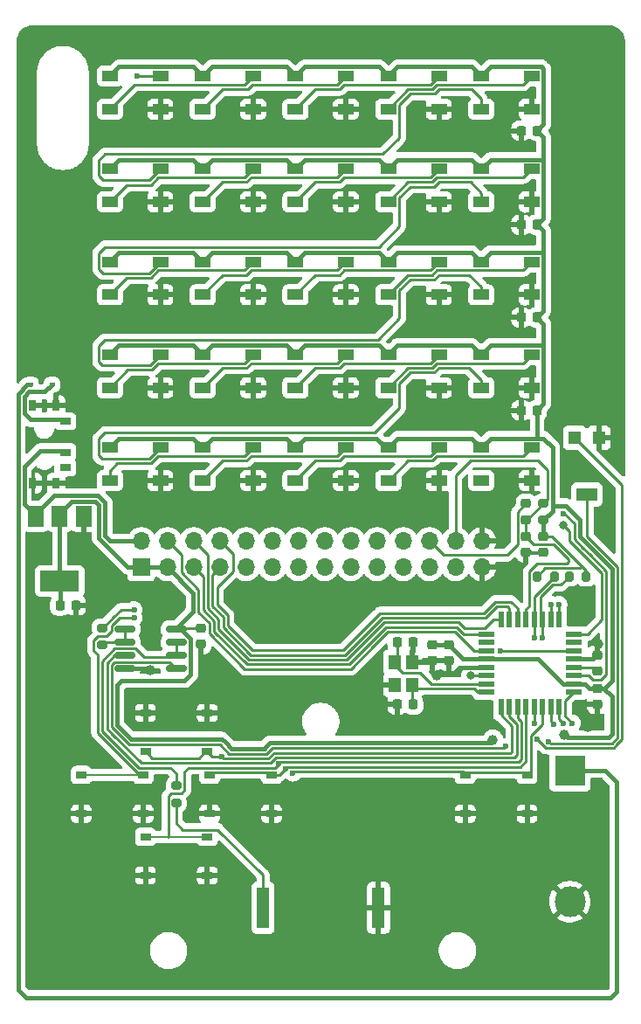
<source format=gtl>
%TF.GenerationSoftware,KiCad,Pcbnew,(6.0.5-0)*%
%TF.CreationDate,2022-11-17T16:29:29+01:00*%
%TF.ProjectId,25pix,32357069-782e-46b6-9963-61645f706362,v0.1*%
%TF.SameCoordinates,Original*%
%TF.FileFunction,Copper,L1,Top*%
%TF.FilePolarity,Positive*%
%FSLAX46Y46*%
G04 Gerber Fmt 4.6, Leading zero omitted, Abs format (unit mm)*
G04 Created by KiCad (PCBNEW (6.0.5-0)) date 2022-11-17 16:29:29*
%MOMM*%
%LPD*%
G01*
G04 APERTURE LIST*
G04 Aperture macros list*
%AMRoundRect*
0 Rectangle with rounded corners*
0 $1 Rounding radius*
0 $2 $3 $4 $5 $6 $7 $8 $9 X,Y pos of 4 corners*
0 Add a 4 corners polygon primitive as box body*
4,1,4,$2,$3,$4,$5,$6,$7,$8,$9,$2,$3,0*
0 Add four circle primitives for the rounded corners*
1,1,$1+$1,$2,$3*
1,1,$1+$1,$4,$5*
1,1,$1+$1,$6,$7*
1,1,$1+$1,$8,$9*
0 Add four rect primitives between the rounded corners*
20,1,$1+$1,$2,$3,$4,$5,0*
20,1,$1+$1,$4,$5,$6,$7,0*
20,1,$1+$1,$6,$7,$8,$9,0*
20,1,$1+$1,$8,$9,$2,$3,0*%
G04 Aperture macros list end*
%TA.AperFunction,SMDPad,CuDef*%
%ADD10R,1.000000X0.750000*%
%TD*%
%TA.AperFunction,SMDPad,CuDef*%
%ADD11RoundRect,0.225000X-0.250000X0.225000X-0.250000X-0.225000X0.250000X-0.225000X0.250000X0.225000X0*%
%TD*%
%TA.AperFunction,SMDPad,CuDef*%
%ADD12RoundRect,0.225000X0.225000X0.250000X-0.225000X0.250000X-0.225000X-0.250000X0.225000X-0.250000X0*%
%TD*%
%TA.AperFunction,SMDPad,CuDef*%
%ADD13R,1.500000X1.000000*%
%TD*%
%TA.AperFunction,SMDPad,CuDef*%
%ADD14RoundRect,0.225000X0.250000X-0.225000X0.250000X0.225000X-0.250000X0.225000X-0.250000X-0.225000X0*%
%TD*%
%TA.AperFunction,SMDPad,CuDef*%
%ADD15RoundRect,0.225000X-0.225000X-0.250000X0.225000X-0.250000X0.225000X0.250000X-0.225000X0.250000X0*%
%TD*%
%TA.AperFunction,SMDPad,CuDef*%
%ADD16RoundRect,0.200000X-0.275000X0.200000X-0.275000X-0.200000X0.275000X-0.200000X0.275000X0.200000X0*%
%TD*%
%TA.AperFunction,SMDPad,CuDef*%
%ADD17R,0.600000X0.450000*%
%TD*%
%TA.AperFunction,SMDPad,CuDef*%
%ADD18RoundRect,0.200000X-0.200000X-0.275000X0.200000X-0.275000X0.200000X0.275000X-0.200000X0.275000X0*%
%TD*%
%TA.AperFunction,SMDPad,CuDef*%
%ADD19R,1.200000X1.400000*%
%TD*%
%TA.AperFunction,ComponentPad*%
%ADD20R,1.700000X1.700000*%
%TD*%
%TA.AperFunction,ComponentPad*%
%ADD21O,1.700000X1.700000*%
%TD*%
%TA.AperFunction,SMDPad,CuDef*%
%ADD22RoundRect,0.200000X0.200000X0.275000X-0.200000X0.275000X-0.200000X-0.275000X0.200000X-0.275000X0*%
%TD*%
%TA.AperFunction,SMDPad,CuDef*%
%ADD23RoundRect,0.200000X0.275000X-0.200000X0.275000X0.200000X-0.275000X0.200000X-0.275000X-0.200000X0*%
%TD*%
%TA.AperFunction,SMDPad,CuDef*%
%ADD24R,1.600000X0.550000*%
%TD*%
%TA.AperFunction,SMDPad,CuDef*%
%ADD25R,0.550000X1.600000*%
%TD*%
%TA.AperFunction,SMDPad,CuDef*%
%ADD26R,1.500000X2.000000*%
%TD*%
%TA.AperFunction,SMDPad,CuDef*%
%ADD27R,3.800000X2.000000*%
%TD*%
%TA.AperFunction,SMDPad,CuDef*%
%ADD28R,1.200000X4.000000*%
%TD*%
%TA.AperFunction,SMDPad,CuDef*%
%ADD29R,1.100000X0.700000*%
%TD*%
%TA.AperFunction,SMDPad,CuDef*%
%ADD30R,0.800000X1.000000*%
%TD*%
%TA.AperFunction,SMDPad,CuDef*%
%ADD31RoundRect,0.150000X-0.825000X-0.150000X0.825000X-0.150000X0.825000X0.150000X-0.825000X0.150000X0*%
%TD*%
%TA.AperFunction,SMDPad,CuDef*%
%ADD32R,1.300000X1.300000*%
%TD*%
%TA.AperFunction,SMDPad,CuDef*%
%ADD33R,2.000000X1.300000*%
%TD*%
%TA.AperFunction,ComponentPad*%
%ADD34R,3.000000X3.000000*%
%TD*%
%TA.AperFunction,ComponentPad*%
%ADD35C,3.000000*%
%TD*%
%TA.AperFunction,ViaPad*%
%ADD36C,0.800000*%
%TD*%
%TA.AperFunction,ViaPad*%
%ADD37C,1.000000*%
%TD*%
%TA.AperFunction,ViaPad*%
%ADD38C,0.600000*%
%TD*%
%TA.AperFunction,Conductor*%
%ADD39C,0.250000*%
%TD*%
%TA.AperFunction,Conductor*%
%ADD40C,0.400000*%
%TD*%
%TA.AperFunction,Conductor*%
%ADD41C,0.200000*%
%TD*%
G04 APERTURE END LIST*
D10*
X53000000Y-103125000D03*
X59000000Y-103125000D03*
X53000000Y-106875000D03*
X59000000Y-106875000D03*
D11*
X96800000Y-88725000D03*
X96800000Y-90275000D03*
D12*
X78975000Y-90300000D03*
X77425000Y-90300000D03*
D13*
X58550000Y-29400000D03*
X58550000Y-32600000D03*
X63450000Y-32600000D03*
X63450000Y-29400000D03*
X49550000Y-56400000D03*
X49550000Y-59600000D03*
X54450000Y-59600000D03*
X54450000Y-56400000D03*
X58550000Y-65400000D03*
X58550000Y-68600000D03*
X63450000Y-68600000D03*
X63450000Y-65400000D03*
X67550000Y-56400000D03*
X67550000Y-59600000D03*
X72450000Y-59600000D03*
X72450000Y-56400000D03*
D12*
X90975000Y-43800000D03*
X89425000Y-43800000D03*
D14*
X96800000Y-87075000D03*
X96800000Y-85525000D03*
D13*
X76550000Y-47400000D03*
X76550000Y-50600000D03*
X81450000Y-50600000D03*
X81450000Y-47400000D03*
X67550000Y-47400000D03*
X67550000Y-50600000D03*
X72450000Y-50600000D03*
X72450000Y-47400000D03*
X76550000Y-38400000D03*
X76550000Y-41600000D03*
X81450000Y-41600000D03*
X81450000Y-38400000D03*
X85550000Y-47400000D03*
X85550000Y-50600000D03*
X90450000Y-50600000D03*
X90450000Y-47400000D03*
D15*
X77425000Y-84300000D03*
X78975000Y-84300000D03*
D16*
X56000000Y-98175000D03*
X56000000Y-99825000D03*
D11*
X58400000Y-82925000D03*
X58400000Y-84475000D03*
X89900000Y-74025000D03*
X89900000Y-75575000D03*
D12*
X90975000Y-34700000D03*
X89425000Y-34700000D03*
D13*
X49550000Y-29400000D03*
X49550000Y-32600000D03*
X54450000Y-32600000D03*
X54450000Y-29400000D03*
D10*
X53000000Y-91125000D03*
X59000000Y-91125000D03*
X53000000Y-94875000D03*
X59000000Y-94875000D03*
D13*
X58550000Y-38400000D03*
X58550000Y-41600000D03*
X63450000Y-41600000D03*
X63450000Y-38400000D03*
D17*
X43950000Y-59300000D03*
X41850000Y-59300000D03*
D18*
X90975000Y-77900000D03*
X92625000Y-77900000D03*
D13*
X58550000Y-56400000D03*
X58550000Y-59600000D03*
X63450000Y-59600000D03*
X63450000Y-56400000D03*
X49550000Y-38400000D03*
X49550000Y-41600000D03*
X54450000Y-41600000D03*
X54450000Y-38400000D03*
X76550000Y-29400000D03*
X76550000Y-32600000D03*
X81450000Y-32600000D03*
X81450000Y-29400000D03*
D19*
X77150000Y-86200000D03*
X77150000Y-88400000D03*
X78850000Y-88400000D03*
X78850000Y-86200000D03*
D11*
X91600000Y-74025000D03*
X91600000Y-75575000D03*
D10*
X46780000Y-97125000D03*
X52780000Y-97125000D03*
X46780000Y-100875000D03*
X52780000Y-100875000D03*
D15*
X44725000Y-80700000D03*
X46275000Y-80700000D03*
D13*
X67550000Y-29400000D03*
X67550000Y-32600000D03*
X72450000Y-32600000D03*
X72450000Y-29400000D03*
D12*
X90975000Y-61800000D03*
X89425000Y-61800000D03*
D13*
X76550000Y-56400000D03*
X76550000Y-59600000D03*
X81450000Y-59600000D03*
X81450000Y-56400000D03*
X58550000Y-47400000D03*
X58550000Y-50600000D03*
X63450000Y-50600000D03*
X63450000Y-47400000D03*
D11*
X89900000Y-70825000D03*
X89900000Y-72375000D03*
D13*
X67550000Y-38400000D03*
X67550000Y-41600000D03*
X72450000Y-41600000D03*
X72450000Y-38400000D03*
X67550000Y-65400000D03*
X67550000Y-68600000D03*
X72450000Y-68600000D03*
X72450000Y-65400000D03*
D20*
X52600000Y-77000000D03*
D21*
X52600000Y-74460000D03*
X55140000Y-77000000D03*
X55140000Y-74460000D03*
X57680000Y-77000000D03*
X57680000Y-74460000D03*
X60220000Y-77000000D03*
X60220000Y-74460000D03*
X62760000Y-77000000D03*
X62760000Y-74460000D03*
X65300000Y-77000000D03*
X65300000Y-74460000D03*
X67840000Y-77000000D03*
X67840000Y-74460000D03*
X70380000Y-77000000D03*
X70380000Y-74460000D03*
X72920000Y-77000000D03*
X72920000Y-74460000D03*
X75460000Y-77000000D03*
X75460000Y-74460000D03*
X78000000Y-77000000D03*
X78000000Y-74460000D03*
X80540000Y-77000000D03*
X80540000Y-74460000D03*
X83080000Y-77000000D03*
X83080000Y-74460000D03*
X85620000Y-77000000D03*
X85620000Y-74460000D03*
D22*
X95725000Y-77900000D03*
X94075000Y-77900000D03*
D11*
X82400000Y-84525000D03*
X82400000Y-86075000D03*
D23*
X48800000Y-84525000D03*
X48800000Y-82875000D03*
D24*
X86050000Y-83500000D03*
X86050000Y-84300000D03*
X86050000Y-85100000D03*
X86050000Y-85900000D03*
X86050000Y-86700000D03*
X86050000Y-87500000D03*
X86050000Y-88300000D03*
X86050000Y-89100000D03*
D25*
X87500000Y-90550000D03*
X88300000Y-90550000D03*
X89100000Y-90550000D03*
X89900000Y-90550000D03*
X90700000Y-90550000D03*
X91500000Y-90550000D03*
X92300000Y-90550000D03*
X93100000Y-90550000D03*
D24*
X94550000Y-89100000D03*
X94550000Y-88300000D03*
X94550000Y-87500000D03*
X94550000Y-86700000D03*
X94550000Y-85900000D03*
X94550000Y-85100000D03*
X94550000Y-84300000D03*
X94550000Y-83500000D03*
D25*
X93100000Y-82050000D03*
X92300000Y-82050000D03*
X91500000Y-82050000D03*
X90700000Y-82050000D03*
X89900000Y-82050000D03*
X89100000Y-82050000D03*
X88300000Y-82050000D03*
X87500000Y-82050000D03*
D13*
X85550000Y-38400000D03*
X85550000Y-41600000D03*
X90450000Y-41600000D03*
X90450000Y-38400000D03*
X85550000Y-29400000D03*
X85550000Y-32600000D03*
X90450000Y-32600000D03*
X90450000Y-29400000D03*
D10*
X59237500Y-97125000D03*
X65237500Y-97125000D03*
X59237500Y-100875000D03*
X65237500Y-100875000D03*
D13*
X49550000Y-65400000D03*
X49550000Y-68600000D03*
X54450000Y-68600000D03*
X54450000Y-65400000D03*
X85550000Y-65400000D03*
X85550000Y-68600000D03*
X90450000Y-68600000D03*
X90450000Y-65400000D03*
D11*
X80800000Y-84525000D03*
X80800000Y-86075000D03*
D26*
X47000000Y-72050000D03*
X44700000Y-72050000D03*
D27*
X44700000Y-78350000D03*
D26*
X42400000Y-72050000D03*
D28*
X64400000Y-110000000D03*
X75600000Y-110000000D03*
D13*
X76550000Y-65400000D03*
X76550000Y-68600000D03*
X81450000Y-68600000D03*
X81450000Y-65400000D03*
D29*
X45250000Y-62850000D03*
X45250000Y-65850000D03*
X45250000Y-67350000D03*
D30*
X44350000Y-61350000D03*
X44350000Y-68850000D03*
X42050000Y-61350000D03*
X42050000Y-68850000D03*
D31*
X51025000Y-82995000D03*
X51025000Y-84265000D03*
X51025000Y-85535000D03*
X51025000Y-86805000D03*
X55975000Y-86805000D03*
X55975000Y-85535000D03*
X55975000Y-84265000D03*
X55975000Y-82995000D03*
D12*
X90975000Y-52800000D03*
X89425000Y-52800000D03*
D10*
X84000000Y-97125000D03*
X90000000Y-97125000D03*
X84000000Y-100875000D03*
X90000000Y-100875000D03*
D13*
X85550000Y-56400000D03*
X85550000Y-59600000D03*
X90450000Y-59600000D03*
X90450000Y-56400000D03*
D32*
X96950000Y-64450000D03*
D33*
X95800000Y-69950000D03*
D32*
X94650000Y-64450000D03*
D13*
X49550000Y-47400000D03*
X49550000Y-50600000D03*
X54450000Y-50600000D03*
X54450000Y-47400000D03*
D23*
X91600000Y-72425000D03*
X91600000Y-70775000D03*
D34*
X94150000Y-96700000D03*
D35*
X94150000Y-109400000D03*
D36*
X93500000Y-72900000D03*
D37*
X51000000Y-70700000D03*
X83600000Y-44300000D03*
X96876940Y-84400000D03*
X59800000Y-86400000D03*
X96000000Y-31900000D03*
X67900000Y-83200000D03*
X81200000Y-87475500D03*
X43700000Y-44400000D03*
X84000000Y-90300000D03*
X83600000Y-62200000D03*
X95900000Y-92500000D03*
X95300000Y-79800000D03*
X47500000Y-105400000D03*
X44400000Y-83900000D03*
X53500000Y-87004980D03*
X83600000Y-53300000D03*
X83300000Y-35200000D03*
X62300000Y-92200000D03*
X86689226Y-93709081D03*
X93600000Y-93225980D03*
D38*
X92600000Y-92200000D03*
X93500000Y-92100000D03*
X94400000Y-92100000D03*
X66561666Y-96526831D03*
X51900500Y-81900000D03*
X65908561Y-96065682D03*
X60400000Y-95351469D03*
X67304379Y-96956161D03*
X52200000Y-29400000D03*
X90700000Y-83800000D03*
X91499503Y-83800000D03*
X90700000Y-92100000D03*
X90974020Y-93633185D03*
X92112006Y-93875500D03*
X87900000Y-94358601D03*
D36*
X84500000Y-87500000D03*
D38*
X93524500Y-71800000D03*
X87400000Y-85100000D03*
X93100000Y-80600000D03*
X92300000Y-80600000D03*
X51899929Y-81100498D03*
D39*
X91600000Y-70775000D02*
X91625000Y-70775000D01*
X84525969Y-66674031D02*
X83080000Y-68120000D01*
X91625000Y-70775000D02*
X91950000Y-70450000D01*
X91950000Y-70450000D02*
X91950000Y-67600000D01*
X91950000Y-67600000D02*
X91024031Y-66674031D01*
X91024031Y-66674031D02*
X84525969Y-66674031D01*
X83080000Y-68120000D02*
X83080000Y-74460000D01*
X95851920Y-83500000D02*
X97251920Y-82100000D01*
X94124511Y-74074615D02*
X94124511Y-73500000D01*
X93524511Y-72900000D02*
X93500000Y-72900000D01*
X94124511Y-73500000D02*
X93524511Y-72900000D01*
X94124511Y-74447010D02*
X94124511Y-74074615D01*
X97251920Y-77574420D02*
X96938750Y-77261250D01*
X97251920Y-82100000D02*
X97251920Y-79100000D01*
X97251920Y-79100000D02*
X97251920Y-77574420D01*
X94550000Y-83500000D02*
X95851920Y-83500000D01*
X96938750Y-77261250D02*
X94124511Y-74447010D01*
X76550000Y-68600000D02*
X78475969Y-66674031D01*
X78475969Y-66674031D02*
X80811687Y-66674031D01*
X80811687Y-66674031D02*
X81261207Y-66224511D01*
X89625489Y-66224511D02*
X90450000Y-65400000D01*
X81261207Y-66224511D02*
X89625489Y-66224511D01*
X67550000Y-68600000D02*
X69475969Y-66674031D01*
X69475969Y-66674031D02*
X71811687Y-66674031D01*
X71811687Y-66674031D02*
X72261207Y-66224511D01*
X72261207Y-66224511D02*
X80625489Y-66224511D01*
X80625489Y-66224511D02*
X81450000Y-65400000D01*
X58550000Y-68600000D02*
X60475969Y-66674031D01*
X60475969Y-66674031D02*
X62811687Y-66674031D01*
X62811687Y-66674031D02*
X63261206Y-66224511D01*
X63261206Y-66224511D02*
X71625489Y-66224511D01*
X71625489Y-66224511D02*
X72450000Y-65400000D01*
D40*
X48397840Y-70050969D02*
X49100000Y-70753129D01*
X48149511Y-70650489D02*
X48500000Y-71000978D01*
D39*
X49550000Y-68600000D02*
X49550000Y-67650000D01*
X49550000Y-67650000D02*
X50250480Y-66949520D01*
X50250480Y-66949520D02*
X53536198Y-66949520D01*
X53536198Y-66949520D02*
X54261207Y-66224511D01*
X54261207Y-66224511D02*
X62625489Y-66224511D01*
X62625489Y-66224511D02*
X63450000Y-65400000D01*
X85550000Y-59600000D02*
X85550000Y-58850000D01*
X48475489Y-64575489D02*
X48475489Y-66175489D01*
X53350000Y-66500000D02*
X54450000Y-65400000D01*
X85550000Y-58850000D02*
X84374031Y-57674031D01*
X84374031Y-57674031D02*
X81447403Y-57674031D01*
X81447403Y-57674031D02*
X80997884Y-58123551D01*
X80997884Y-58123551D02*
X78662167Y-58123551D01*
X77624511Y-59161207D02*
X77624511Y-61575489D01*
X78662167Y-58123551D02*
X77624511Y-59161207D01*
X77624511Y-61575489D02*
X75224031Y-63975969D01*
X75224031Y-63975969D02*
X49075009Y-63975969D01*
X49075009Y-63975969D02*
X48475489Y-64575489D01*
X48475489Y-66175489D02*
X48800000Y-66500000D01*
X48800000Y-66500000D02*
X53350000Y-66500000D01*
X76550000Y-59600000D02*
X78475969Y-57674031D01*
X89625489Y-57224511D02*
X90450000Y-56400000D01*
X78475969Y-57674031D02*
X80811687Y-57674031D01*
X80811687Y-57674031D02*
X81261206Y-57224511D01*
X81261206Y-57224511D02*
X89625489Y-57224511D01*
X67550000Y-59600000D02*
X69475969Y-57674031D01*
X69475969Y-57674031D02*
X71811687Y-57674031D01*
X71811687Y-57674031D02*
X72261207Y-57224511D01*
X72261207Y-57224511D02*
X80625489Y-57224511D01*
X80625489Y-57224511D02*
X81450000Y-56400000D01*
X58550000Y-59600000D02*
X60475969Y-57674031D01*
X60475969Y-57674031D02*
X62811687Y-57674031D01*
X62811687Y-57674031D02*
X63261206Y-57224511D01*
X71625489Y-57224511D02*
X72450000Y-56400000D01*
X63261206Y-57224511D02*
X71625489Y-57224511D01*
X49550000Y-59600000D02*
X51300480Y-57849520D01*
X51300480Y-57849520D02*
X53636198Y-57849520D01*
X53636198Y-57849520D02*
X54261207Y-57224511D01*
X54261207Y-57224511D02*
X62625489Y-57224511D01*
X62625489Y-57224511D02*
X63450000Y-56400000D01*
X85550000Y-50600000D02*
X85550000Y-49824031D01*
X48475489Y-55575489D02*
X48475489Y-57075489D01*
X85550000Y-49824031D02*
X84400000Y-48674031D01*
X80997884Y-49123551D02*
X78662167Y-49123551D01*
X84400000Y-48674031D02*
X81447403Y-48674031D01*
X81447403Y-48674031D02*
X80997884Y-49123551D01*
X78662167Y-49123551D02*
X77624511Y-50161207D01*
X77624511Y-52875489D02*
X75524031Y-54975969D01*
X77624511Y-50161207D02*
X77624511Y-52875489D01*
X75524031Y-54975969D02*
X49075009Y-54975969D01*
X49075009Y-54975969D02*
X48475489Y-55575489D01*
X48475489Y-57075489D02*
X48800000Y-57400000D01*
X48800000Y-57400000D02*
X53450000Y-57400000D01*
X53450000Y-57400000D02*
X54450000Y-56400000D01*
X76550000Y-50600000D02*
X78475969Y-48674031D01*
X80811687Y-48674031D02*
X81261206Y-48224511D01*
X78475969Y-48674031D02*
X80811687Y-48674031D01*
X89625489Y-48224511D02*
X90450000Y-47400000D01*
X81261206Y-48224511D02*
X89625489Y-48224511D01*
X67550000Y-50600000D02*
X69475969Y-48674031D01*
X69475969Y-48674031D02*
X71811687Y-48674031D01*
X71811687Y-48674031D02*
X72261206Y-48224511D01*
X72261206Y-48224511D02*
X80625489Y-48224511D01*
X80625489Y-48224511D02*
X81450000Y-47400000D01*
X58550000Y-50600000D02*
X60475969Y-48674031D01*
X60475969Y-48674031D02*
X62811687Y-48674031D01*
X62811687Y-48674031D02*
X63261207Y-48224511D01*
X63261207Y-48224511D02*
X71625489Y-48224511D01*
X71625489Y-48224511D02*
X72450000Y-47400000D01*
X49550000Y-50600000D02*
X51200480Y-48949520D01*
X51200480Y-48949520D02*
X53536198Y-48949520D01*
X53536198Y-48949520D02*
X54261207Y-48224511D01*
X54261207Y-48224511D02*
X62625489Y-48224511D01*
X62625489Y-48224511D02*
X63450000Y-47400000D01*
X85550000Y-41600000D02*
X85550000Y-40724031D01*
X85550000Y-40724031D02*
X84500000Y-39674031D01*
X84500000Y-39674031D02*
X81447405Y-39674031D01*
X81447405Y-39674031D02*
X80997884Y-40123551D01*
X60800000Y-45975969D02*
X60799511Y-45975480D01*
X80997884Y-40123551D02*
X78676449Y-40123551D01*
X78676449Y-40123551D02*
X77624511Y-41175489D01*
X77624511Y-41175489D02*
X77624511Y-43975489D01*
X77624511Y-43975489D02*
X75624031Y-45975969D01*
X75624031Y-45975969D02*
X60800000Y-45975969D01*
X48475489Y-48075489D02*
X48900000Y-48500000D01*
X60799511Y-45975480D02*
X49075498Y-45975480D01*
X49075498Y-45975480D02*
X48475489Y-46575489D01*
X48475489Y-46575489D02*
X48475489Y-48075489D01*
X48900000Y-48500000D02*
X53350000Y-48500000D01*
X53350000Y-48500000D02*
X54450000Y-47400000D01*
X76550000Y-41600000D02*
X78475969Y-39674031D01*
X78475969Y-39674031D02*
X80811687Y-39674031D01*
X89625489Y-39224511D02*
X90450000Y-38400000D01*
X80811687Y-39674031D02*
X81261207Y-39224511D01*
X81261207Y-39224511D02*
X89625489Y-39224511D01*
X67550000Y-41600000D02*
X69475969Y-39674031D01*
X69475969Y-39674031D02*
X71811687Y-39674031D01*
X71811687Y-39674031D02*
X72261207Y-39224511D01*
X72261207Y-39224511D02*
X80625489Y-39224511D01*
X80625489Y-39224511D02*
X81450000Y-38400000D01*
X58550000Y-41600000D02*
X60475969Y-39674031D01*
X60475969Y-39674031D02*
X62811687Y-39674031D01*
X62811687Y-39674031D02*
X63261206Y-39224511D01*
X71625489Y-39224511D02*
X72450000Y-38400000D01*
X63261206Y-39224511D02*
X71625489Y-39224511D01*
X49550000Y-41600000D02*
X51200480Y-39949520D01*
X51200480Y-39949520D02*
X53536198Y-39949520D01*
X54261207Y-39224511D02*
X62625489Y-39224511D01*
X53536198Y-39949520D02*
X54261207Y-39224511D01*
X62625489Y-39224511D02*
X63450000Y-38400000D01*
X85550000Y-32600000D02*
X85550000Y-31624031D01*
X77624511Y-35375490D02*
X76024032Y-36975969D01*
X85550000Y-31624031D02*
X84600000Y-30674031D01*
X84600000Y-30674031D02*
X81500000Y-30674031D01*
X81500000Y-30674031D02*
X81050480Y-31123551D01*
X81050480Y-31123551D02*
X78676449Y-31123551D01*
X78676449Y-31123551D02*
X77624511Y-32175489D01*
X77624511Y-32175489D02*
X77624511Y-35375490D01*
X48475489Y-39075489D02*
X48900000Y-39500000D01*
X76024032Y-36975969D02*
X49075009Y-36975969D01*
X49075009Y-36975969D02*
X48475489Y-37575489D01*
X48475489Y-37575489D02*
X48475489Y-39075489D01*
X48900000Y-39500000D02*
X53350000Y-39500000D01*
X53350000Y-39500000D02*
X54450000Y-38400000D01*
X76550000Y-32600000D02*
X78475969Y-30674031D01*
X78475969Y-30674031D02*
X80811687Y-30674031D01*
X80811687Y-30674031D02*
X81261207Y-30224511D01*
X81261207Y-30224511D02*
X89625489Y-30224511D01*
X89625489Y-30224511D02*
X90450000Y-29400000D01*
X67550000Y-32600000D02*
X69475969Y-30674031D01*
X69475969Y-30674031D02*
X71850480Y-30674031D01*
X71850480Y-30674031D02*
X72300000Y-30224511D01*
X72300000Y-30224511D02*
X80625489Y-30224511D01*
X80625489Y-30224511D02*
X81450000Y-29400000D01*
X58550000Y-32600000D02*
X60475969Y-30674031D01*
X62950480Y-30674031D02*
X63400000Y-30224511D01*
X60475969Y-30674031D02*
X62950480Y-30674031D01*
X63400000Y-30224511D02*
X71625489Y-30224511D01*
X71625489Y-30224511D02*
X72450000Y-29400000D01*
X49550000Y-32600000D02*
X51925489Y-30224511D01*
X51925489Y-30224511D02*
X62625489Y-30224511D01*
X62625489Y-30224511D02*
X63450000Y-29400000D01*
D40*
X85550000Y-29400000D02*
X86449511Y-28500489D01*
X86449511Y-28500489D02*
X91400489Y-28500489D01*
X91400489Y-28500489D02*
X91599511Y-28699511D01*
X91599511Y-28699511D02*
X91599511Y-34075489D01*
X91599511Y-34075489D02*
X90975000Y-34700000D01*
X91599511Y-35324511D02*
X91599511Y-37499511D01*
X85550000Y-38400000D02*
X86450489Y-37499511D01*
X91599511Y-37499511D02*
X91599511Y-43175489D01*
X86450489Y-37499511D02*
X91599511Y-37499511D01*
X90975000Y-34700000D02*
X91599511Y-35324511D01*
X91599511Y-43175489D02*
X90975000Y-43800000D01*
X85550000Y-47400000D02*
X86450000Y-46500000D01*
X86450000Y-46500000D02*
X91599022Y-46500000D01*
X90975000Y-52800000D02*
X91599511Y-52175489D01*
X91599511Y-44424511D02*
X90975000Y-43800000D01*
X91599511Y-52175489D02*
X91599511Y-44424511D01*
X91599511Y-61175489D02*
X91599511Y-55599511D01*
X86449511Y-55500489D02*
X91500489Y-55500489D01*
X91599511Y-55599511D02*
X91599511Y-53424511D01*
X91500489Y-55500489D02*
X91599511Y-55599511D01*
X85550000Y-56400000D02*
X86449511Y-55500489D01*
X90975000Y-61800000D02*
X91599511Y-61175489D01*
X91599511Y-53424511D02*
X90975000Y-52800000D01*
X91599511Y-64500489D02*
X90999511Y-64500489D01*
X90999511Y-64500489D02*
X86449511Y-64500489D01*
X90975000Y-61800000D02*
X90975000Y-64475978D01*
X90975000Y-64475978D02*
X90999511Y-64500489D01*
X92474520Y-71025480D02*
X92474520Y-65375498D01*
X92474520Y-65375498D02*
X91599511Y-64500489D01*
X86449511Y-64500489D02*
X85550000Y-65400000D01*
X49550000Y-65400000D02*
X50449511Y-64500489D01*
X50449511Y-64500489D02*
X57650489Y-64500489D01*
X57650489Y-64500489D02*
X58550000Y-65400000D01*
X67550000Y-65400000D02*
X66650489Y-64500489D01*
X66650489Y-64500489D02*
X59449511Y-64500489D01*
X59449511Y-64500489D02*
X58550000Y-65400000D01*
X76550000Y-65400000D02*
X76300000Y-65400000D01*
X76300000Y-65400000D02*
X75400489Y-64500489D01*
X75400489Y-64500489D02*
X68449511Y-64500489D01*
X68449511Y-64500489D02*
X67550000Y-65400000D01*
X85550000Y-65400000D02*
X84650489Y-64500489D01*
X84650489Y-64500489D02*
X77449511Y-64500489D01*
X77449511Y-64500489D02*
X76550000Y-65400000D01*
X85550000Y-56400000D02*
X84650489Y-55500489D01*
X84650489Y-55500489D02*
X77449511Y-55500489D01*
X77449511Y-55500489D02*
X76550000Y-56400000D01*
X67550000Y-56400000D02*
X68449511Y-55500489D01*
X68449511Y-55500489D02*
X75650489Y-55500489D01*
X75650489Y-55500489D02*
X76550000Y-56400000D01*
X58550000Y-56400000D02*
X59449511Y-55500489D01*
X59449511Y-55500489D02*
X66650489Y-55500489D01*
X66650489Y-55500489D02*
X67550000Y-56400000D01*
X49550000Y-56400000D02*
X50449511Y-55500489D01*
X50449511Y-55500489D02*
X57650489Y-55500489D01*
X57650489Y-55500489D02*
X58550000Y-56400000D01*
X58550000Y-47400000D02*
X57650000Y-46500000D01*
X57650000Y-46500000D02*
X50450000Y-46500000D01*
X50450000Y-46500000D02*
X49550000Y-47400000D01*
X67550000Y-47400000D02*
X66650489Y-46500489D01*
X66650489Y-46500489D02*
X59449511Y-46500489D01*
X59449511Y-46500489D02*
X58550000Y-47400000D01*
X76550000Y-47400000D02*
X75650489Y-46500489D01*
X75650489Y-46500489D02*
X68449511Y-46500489D01*
X68449511Y-46500489D02*
X67550000Y-47400000D01*
X85550000Y-47400000D02*
X84650489Y-46500489D01*
X84650489Y-46500489D02*
X77449511Y-46500489D01*
X77449511Y-46500489D02*
X76550000Y-47400000D01*
X76550000Y-38400000D02*
X77449511Y-37500489D01*
X77449511Y-37500489D02*
X84650489Y-37500489D01*
X84650489Y-37500489D02*
X85550000Y-38400000D01*
X67550000Y-38400000D02*
X68449511Y-37500489D01*
X68449511Y-37500489D02*
X75650489Y-37500489D01*
X75650489Y-37500489D02*
X76550000Y-38400000D01*
X58550000Y-38400000D02*
X59449511Y-37500489D01*
X59449511Y-37500489D02*
X66650489Y-37500489D01*
X66650489Y-37500489D02*
X67550000Y-38400000D01*
X49550000Y-38400000D02*
X50449511Y-37500489D01*
X50449511Y-37500489D02*
X57650489Y-37500489D01*
X57650489Y-37500489D02*
X58550000Y-38400000D01*
X76550000Y-29400000D02*
X77449511Y-28500489D01*
X77449511Y-28500489D02*
X84650489Y-28500489D01*
X84650489Y-28500489D02*
X85550000Y-29400000D01*
X67550000Y-29400000D02*
X68449511Y-28500489D01*
X68449511Y-28500489D02*
X75650489Y-28500489D01*
X75650489Y-28500489D02*
X76550000Y-29400000D01*
X58550000Y-29400000D02*
X59449511Y-28500489D01*
X59449511Y-28500489D02*
X66650489Y-28500489D01*
X66650489Y-28500489D02*
X67550000Y-29400000D01*
X49550000Y-29400000D02*
X50449511Y-28500489D01*
X50449511Y-28500489D02*
X57650489Y-28500489D01*
X57650489Y-28500489D02*
X58550000Y-29400000D01*
D39*
X54450000Y-29400000D02*
X52200000Y-29400000D01*
D40*
X42400000Y-71800978D02*
X44150009Y-70050969D01*
X49607850Y-74460000D02*
X52600000Y-74460000D01*
X49100000Y-73952150D02*
X49607850Y-74460000D01*
X42827405Y-65700479D02*
X45100479Y-65700479D01*
X42400000Y-72050000D02*
X41250489Y-70900489D01*
X42400000Y-72050000D02*
X42400000Y-71800978D01*
X45100479Y-65700479D02*
X45250000Y-65850000D01*
X44150009Y-70050969D02*
X48397840Y-70050969D01*
X41250489Y-70900489D02*
X41250489Y-67277395D01*
X49100000Y-70753129D02*
X49100000Y-73952150D01*
X41250489Y-67277395D02*
X42827405Y-65700479D01*
D39*
X78975000Y-86075000D02*
X78850000Y-86200000D01*
D40*
X96800000Y-90275000D02*
X96800000Y-91600000D01*
X96425000Y-85900000D02*
X96800000Y-85525000D01*
X83500000Y-86700000D02*
X83300000Y-86900000D01*
X83300000Y-87200000D02*
X82400000Y-87200000D01*
X83300000Y-86900000D02*
X83300000Y-87200000D01*
X96800000Y-85525000D02*
X96800000Y-84476940D01*
X82400000Y-87200000D02*
X82400000Y-86075000D01*
X80800000Y-87075500D02*
X81200000Y-87475500D01*
D39*
X78975000Y-84300000D02*
X78975000Y-86075000D01*
D40*
X78850000Y-86200000D02*
X79900000Y-86200000D01*
X96800000Y-84476940D02*
X96876940Y-84400000D01*
X94550000Y-85900000D02*
X96425000Y-85900000D01*
X80800000Y-86075000D02*
X80800000Y-87075500D01*
X96800000Y-91600000D02*
X95900000Y-92500000D01*
X79900000Y-86200000D02*
X80675000Y-86200000D01*
X82400000Y-86075000D02*
X80800000Y-86075000D01*
X51025000Y-86805000D02*
X53300020Y-86805000D01*
X86050000Y-86700000D02*
X83500000Y-86700000D01*
X80675000Y-86200000D02*
X80800000Y-86075000D01*
X53300020Y-86805000D02*
X53500000Y-87004980D01*
D39*
X58400000Y-82925000D02*
X56045000Y-82925000D01*
D40*
X50250000Y-88500000D02*
X50250000Y-92271520D01*
X98225960Y-77170958D02*
X98225960Y-87974040D01*
D39*
X91600000Y-74025000D02*
X92431064Y-74025000D01*
X91774520Y-77100480D02*
X95099520Y-77100480D01*
D40*
X92474520Y-71550480D02*
X91600000Y-72425000D01*
X44700000Y-78350000D02*
X44700000Y-72050000D01*
X92474520Y-71025480D02*
X92474520Y-71550480D01*
X97425000Y-88725000D02*
X98225960Y-89525960D01*
X50700000Y-88000000D02*
X50250000Y-88450000D01*
X51629449Y-93650969D02*
X57600000Y-93650969D01*
X50250000Y-88450000D02*
X50250000Y-88500000D01*
X86050000Y-85900000D02*
X83775000Y-85900000D01*
X48500000Y-74200000D02*
X51300000Y-77000000D01*
X55975000Y-82995000D02*
X56457138Y-82995000D01*
X96049022Y-88725000D02*
X95624022Y-88300000D01*
X48500000Y-71000978D02*
X48500000Y-74200000D01*
X44725000Y-80700000D02*
X44725000Y-78375000D01*
X57400000Y-85700000D02*
X57400000Y-87400000D01*
X82500000Y-94009062D02*
X85390938Y-94009062D01*
X55975000Y-82925000D02*
X55975000Y-82995000D01*
X57400000Y-83937862D02*
X57400000Y-85700000D01*
X98225960Y-87974040D02*
X97475000Y-88725000D01*
X61317263Y-94552409D02*
X63200000Y-94552409D01*
X96800000Y-88725000D02*
X97425000Y-88725000D01*
X44725000Y-78375000D02*
X44700000Y-78350000D01*
X44700000Y-71800000D02*
X45849511Y-70650489D01*
X93899980Y-93525960D02*
X93600000Y-93225980D01*
X50339240Y-92360760D02*
X51539240Y-93560760D01*
X85409061Y-94009061D02*
X86300000Y-94009061D01*
X86050000Y-85900000D02*
X91075978Y-85900000D01*
X51539240Y-93560760D02*
X51629449Y-93650969D01*
X57600000Y-93650969D02*
X60415823Y-93650969D01*
X91075978Y-85900000D02*
X93475978Y-88300000D01*
X44700000Y-72050000D02*
X44700000Y-71800000D01*
X57621929Y-79481929D02*
X57621929Y-81278071D01*
D39*
X92431064Y-74025000D02*
X95303032Y-76896968D01*
D40*
X98225960Y-93174040D02*
X97874040Y-93525960D01*
D39*
X95099520Y-77100480D02*
X95303032Y-76896968D01*
D40*
X98225960Y-89525960D02*
X98225960Y-93174040D01*
X93739239Y-71025480D02*
X92474520Y-71025480D01*
X45849511Y-70650489D02*
X48149511Y-70650489D01*
X60723080Y-93958226D02*
X61317263Y-94552409D01*
X96800000Y-88725000D02*
X96049022Y-88725000D01*
X95098551Y-72384792D02*
X93739239Y-71025480D01*
X57400000Y-87400000D02*
X56800000Y-88000000D01*
X82400000Y-84525000D02*
X80800000Y-84525000D01*
D39*
X56045000Y-82925000D02*
X55975000Y-82995000D01*
D40*
X83775000Y-85900000D02*
X82400000Y-84525000D01*
X97874040Y-93525960D02*
X93899980Y-93525960D01*
X63200000Y-94552409D02*
X64525436Y-94552409D01*
X55140000Y-77000000D02*
X57621929Y-79481929D01*
D39*
X90975000Y-77900000D02*
X91774520Y-77100480D01*
D40*
X95098551Y-72384792D02*
X95098551Y-74043549D01*
X97475000Y-88725000D02*
X97425000Y-88725000D01*
X95098551Y-74043549D02*
X98225960Y-77170958D01*
X91600000Y-72425000D02*
X91600000Y-74025000D01*
X60415823Y-93650969D02*
X60723080Y-93958226D01*
X86300000Y-94009061D02*
X86389246Y-94009061D01*
X66400000Y-94009062D02*
X82500000Y-94009062D01*
D39*
X95725000Y-77318936D02*
X95725000Y-77900000D01*
D40*
X50250000Y-92271520D02*
X50339240Y-92360760D01*
X86389246Y-94009061D02*
X86689226Y-93709081D01*
X56457138Y-82995000D02*
X57400000Y-83937862D01*
X93475978Y-88300000D02*
X94550000Y-88300000D01*
X52600000Y-77000000D02*
X55140000Y-77000000D01*
X57621929Y-81278071D02*
X55975000Y-82925000D01*
X64525436Y-94552409D02*
X64638923Y-94438922D01*
X95624022Y-88300000D02*
X94550000Y-88300000D01*
X64638923Y-94438922D02*
X65068783Y-94009062D01*
X56800000Y-88000000D02*
X52600000Y-88000000D01*
X51300000Y-77000000D02*
X52600000Y-77000000D01*
D39*
X95303032Y-76896968D02*
X95725000Y-77318936D01*
D40*
X65068783Y-94009062D02*
X66400000Y-94009062D01*
X52600000Y-88000000D02*
X50700000Y-88000000D01*
D39*
X89900000Y-74025000D02*
X90675480Y-74800480D01*
X90675480Y-74800480D02*
X92570826Y-74800480D01*
X90250480Y-77407737D02*
X90250480Y-80749520D01*
X89900000Y-72375000D02*
X90000000Y-72375000D01*
X89900000Y-72375000D02*
X89900000Y-74025000D01*
X94000000Y-76500000D02*
X93849040Y-76650960D01*
X92570826Y-74800480D02*
X94000000Y-76229654D01*
X90250480Y-80749520D02*
X89900000Y-81100000D01*
X93849040Y-76650960D02*
X91007257Y-76650960D01*
X91007257Y-76650960D02*
X90250480Y-77407737D01*
X89900000Y-81100000D02*
X89900000Y-82050000D01*
X94000000Y-76229654D02*
X94000000Y-76500000D01*
X90000000Y-72375000D02*
X91600000Y-70775000D01*
D40*
X94150000Y-96700000D02*
X97600000Y-96700000D01*
X98700000Y-97800000D02*
X98700000Y-118100000D01*
X98100000Y-118700000D02*
X41400000Y-118700000D01*
X40650969Y-60202160D02*
X41553129Y-59300000D01*
X41400000Y-118700000D02*
X40650969Y-117950969D01*
X41553129Y-59300000D02*
X41850000Y-59300000D01*
X97600000Y-96700000D02*
X98700000Y-97800000D01*
X40650969Y-117950969D02*
X40650969Y-60202160D01*
X98700000Y-118100000D02*
X98100000Y-118700000D01*
D39*
X92300000Y-90550000D02*
X92300000Y-91900000D01*
X92300000Y-91900000D02*
X92600000Y-92200000D01*
X93100000Y-90550000D02*
X93100000Y-91700000D01*
X93100000Y-91700000D02*
X93500000Y-92100000D01*
X93699511Y-89900489D02*
X94500000Y-89100000D01*
X94400000Y-92100000D02*
X93699511Y-91399511D01*
X94500000Y-89100000D02*
X94550000Y-89100000D01*
X93699511Y-91399511D02*
X93699511Y-89900489D01*
X59487491Y-96875009D02*
X64987509Y-96875009D01*
X89368338Y-96331661D02*
X66668339Y-96331661D01*
X65237500Y-97125000D02*
X65963497Y-97125000D01*
X89900000Y-95800000D02*
X89368338Y-96331661D01*
X65963497Y-97125000D02*
X66561666Y-96526831D01*
X59237500Y-97125000D02*
X59487491Y-96875009D01*
X66561666Y-96438334D02*
X66561666Y-96526831D01*
X64987509Y-96875009D02*
X65237500Y-97125000D01*
X66668339Y-96331661D02*
X66561666Y-96438334D01*
X89900000Y-90550000D02*
X89900000Y-95800000D01*
X59045489Y-75825489D02*
X59045489Y-80974053D01*
D41*
X46780000Y-97125000D02*
X52780000Y-97125000D01*
D39*
X52780000Y-97125000D02*
X52454543Y-97125000D01*
X48376920Y-93047376D02*
X48376920Y-85450480D01*
X49191783Y-83700000D02*
X49700000Y-83191783D01*
X83934292Y-82900000D02*
X85900000Y-82900000D01*
X49700000Y-82900000D02*
X49700000Y-82673928D01*
X85900000Y-82900000D02*
X86750000Y-82050000D01*
X76141406Y-82351442D02*
X83385733Y-82351441D01*
X48000480Y-84107737D02*
X48408217Y-83700000D01*
X60098560Y-83027124D02*
X63022876Y-85951440D01*
X57680000Y-74460000D02*
X59045489Y-75825489D01*
X52454543Y-97125000D02*
X48376920Y-93047376D01*
X49700000Y-82673928D02*
X50473928Y-81900000D01*
X63022876Y-85951440D02*
X72541408Y-85951440D01*
X48000480Y-85074040D02*
X48000480Y-84107737D01*
X83385733Y-82351441D02*
X83934292Y-82900000D01*
X50473928Y-81900000D02*
X51900500Y-81900000D01*
X48376920Y-85450480D02*
X48000480Y-85074040D01*
X49700000Y-83191783D02*
X49700000Y-82900000D01*
X72541408Y-85951440D02*
X76141406Y-82351442D01*
X59045489Y-80974053D02*
X60098560Y-82027125D01*
X60098560Y-82027125D02*
X60098560Y-83027124D01*
X86750000Y-82050000D02*
X87500000Y-82050000D01*
X48408217Y-83700000D02*
X49191783Y-83700000D01*
X89100000Y-90550000D02*
X89100000Y-91649520D01*
X89182141Y-95882141D02*
X70700000Y-95882141D01*
D41*
X53000000Y-103125000D02*
X55175000Y-103125000D01*
D39*
X56799520Y-96800480D02*
X56799520Y-98592263D01*
X57174511Y-96425489D02*
X56799520Y-96800480D01*
X55500000Y-98900000D02*
X55200480Y-99199520D01*
X70700000Y-95882141D02*
X66092102Y-95882141D01*
X66092102Y-95882141D02*
X65908561Y-96065682D01*
X55200480Y-99199520D02*
X55200480Y-103099520D01*
X65574511Y-96425489D02*
X57174511Y-96425489D01*
X89100000Y-91649520D02*
X89450480Y-92000000D01*
D41*
X55175000Y-103125000D02*
X59000000Y-103125000D01*
D39*
X89450480Y-92000000D02*
X89450480Y-95613802D01*
X56799520Y-98592263D02*
X56491783Y-98900000D01*
X65908561Y-96091439D02*
X65574511Y-96425489D01*
X55200480Y-103099520D02*
X55175000Y-103125000D01*
X56491783Y-98900000D02*
X55500000Y-98900000D01*
X89450480Y-95613802D02*
X89182141Y-95882141D01*
X65908561Y-96065682D02*
X65908561Y-96091439D01*
X64928898Y-95526449D02*
X62000000Y-95526449D01*
X59000000Y-94875000D02*
X58825000Y-94875000D01*
X87500000Y-91320955D02*
X88551440Y-92372395D01*
X62000000Y-95526449D02*
X60574980Y-95526449D01*
X65472246Y-94983101D02*
X64928898Y-95526449D01*
X58173551Y-95526449D02*
X53651449Y-95526449D01*
X88551440Y-92372395D02*
X88551440Y-94848560D01*
X60574980Y-95526449D02*
X60400000Y-95351469D01*
X58825000Y-94875000D02*
X58173551Y-95526449D01*
X88551440Y-94848560D02*
X88416899Y-94983101D01*
X87500000Y-90550000D02*
X87500000Y-91320955D01*
X53651449Y-95526449D02*
X53000000Y-94875000D01*
X88416899Y-94983101D02*
X65472246Y-94983101D01*
X60400000Y-95351469D02*
X59476469Y-95351469D01*
X59476469Y-95351469D02*
X59000000Y-94875000D01*
X91500000Y-90550000D02*
X91500000Y-92183193D01*
X83781181Y-96781181D02*
X83100000Y-96781181D01*
X89750009Y-96875009D02*
X90000000Y-97125000D01*
X90349520Y-93333673D02*
X90349520Y-96775480D01*
X91500000Y-92183193D02*
X90349520Y-93333673D01*
X84224991Y-96875009D02*
X89750009Y-96875009D01*
X84000000Y-97125000D02*
X84000000Y-97000000D01*
X84000000Y-97100000D02*
X84224991Y-96875009D01*
X83100000Y-96781181D02*
X68200000Y-96781181D01*
X90349520Y-96775480D02*
X90000000Y-97125000D01*
X68200000Y-96781181D02*
X67479359Y-96781181D01*
X84000000Y-97000000D02*
X83781181Y-96781181D01*
X67479359Y-96781181D02*
X67304379Y-96956161D01*
X84000000Y-97125000D02*
X84000000Y-97100000D01*
X60025489Y-102425489D02*
X56625489Y-102425489D01*
X64400000Y-110000000D02*
X64400000Y-106800000D01*
X64400000Y-106800000D02*
X60025489Y-102425489D01*
X56000000Y-101800000D02*
X56000000Y-99825000D01*
X56625489Y-102425489D02*
X56000000Y-101800000D01*
X77425000Y-85925000D02*
X77150000Y-86200000D01*
X79623533Y-87224511D02*
X77924511Y-87224511D01*
X86050000Y-88300000D02*
X80699022Y-88300000D01*
X80699022Y-88300000D02*
X79623533Y-87224511D01*
X77150000Y-86450000D02*
X77150000Y-86200000D01*
X77425000Y-84300000D02*
X77425000Y-85925000D01*
X77924511Y-87224511D02*
X77150000Y-86450000D01*
X62836678Y-86400960D02*
X59649040Y-83213322D01*
X75414283Y-83714283D02*
X72727606Y-86400960D01*
X83199535Y-82800961D02*
X76327604Y-82800961D01*
X83898574Y-83500000D02*
X83199535Y-82800961D01*
X59649040Y-82213322D02*
X58595969Y-81160250D01*
X72727606Y-86400960D02*
X62836678Y-86400960D01*
X58595969Y-77915969D02*
X57680000Y-77000000D01*
X86050000Y-83500000D02*
X83898574Y-83500000D01*
X58595969Y-81160250D02*
X58595969Y-77915969D01*
X59649040Y-83213322D02*
X59649040Y-82213322D01*
X76327604Y-82800961D02*
X75414283Y-83714283D01*
X90700000Y-82050000D02*
X90700000Y-79825000D01*
X90700000Y-79825000D02*
X92625000Y-77900000D01*
X90700000Y-82050000D02*
X90700000Y-83800000D01*
X93275480Y-78699520D02*
X94075000Y-77900000D01*
X92461198Y-78699520D02*
X93275480Y-78699520D01*
X91500000Y-82050000D02*
X91450000Y-82050000D01*
X91500000Y-83799503D02*
X91499503Y-83800000D01*
X91299511Y-79861207D02*
X92461198Y-78699520D01*
X91450000Y-82050000D02*
X91299511Y-81899511D01*
X91299511Y-81899511D02*
X91299511Y-79861207D01*
X91500000Y-82050000D02*
X91500000Y-83799503D01*
X78850000Y-88400000D02*
X78850000Y-90175000D01*
X85250480Y-89100000D02*
X84900000Y-88749520D01*
X79199520Y-88749520D02*
X78850000Y-88400000D01*
X86050000Y-89100000D02*
X85250480Y-89100000D01*
X84900000Y-88749520D02*
X79199520Y-88749520D01*
X78850000Y-90175000D02*
X78975000Y-90300000D01*
X99200000Y-89400000D02*
X99200000Y-93700000D01*
X94650000Y-64450000D02*
X99200000Y-69000000D01*
X99200000Y-93700000D02*
X98700000Y-94200000D01*
X94800000Y-94500000D02*
X91840835Y-94500000D01*
X91840835Y-94500000D02*
X90974020Y-93633185D01*
X90700000Y-90550000D02*
X90700000Y-92100000D01*
X98400000Y-94500000D02*
X94800000Y-94500000D01*
X98700000Y-94200000D02*
X98400000Y-94500000D01*
X99200000Y-69000000D02*
X99200000Y-89400000D01*
X50500000Y-86180480D02*
X50003448Y-86180480D01*
X95800000Y-74003214D02*
X98750480Y-76953695D01*
X98750480Y-76953695D02*
X98750480Y-93513802D01*
X87200000Y-94533581D02*
X87725020Y-94533581D01*
X98750480Y-93513802D02*
X98213802Y-94050480D01*
X60198560Y-94175489D02*
X61100000Y-95076929D01*
X64742700Y-95076929D02*
X64909815Y-94909814D01*
X53100000Y-94175489D02*
X59200000Y-94175489D01*
X51412185Y-94175489D02*
X53100000Y-94175489D01*
X61100000Y-95076929D02*
X63300000Y-95076929D01*
X49725480Y-92488784D02*
X50318348Y-93081652D01*
X59200000Y-94175489D02*
X60198560Y-94175489D01*
X95800000Y-69950000D02*
X95800000Y-74003214D01*
X63300000Y-95076929D02*
X64742700Y-95076929D01*
X55350480Y-86180480D02*
X50500000Y-86180480D01*
X50003448Y-86180480D02*
X49725480Y-86458448D01*
X78900000Y-94533581D02*
X87200000Y-94533581D01*
X50318348Y-93081652D02*
X51412185Y-94175489D01*
X92286986Y-94050480D02*
X92112006Y-93875500D01*
X65286049Y-94533581D02*
X78900000Y-94533581D01*
X49725480Y-86458448D02*
X49725480Y-92488784D01*
X98213802Y-94050480D02*
X92286986Y-94050480D01*
X64909815Y-94909814D02*
X65286049Y-94533581D01*
X55975000Y-86805000D02*
X55350480Y-86180480D01*
X87725020Y-94533581D02*
X87900000Y-94358601D01*
X94550000Y-86700000D02*
X96425000Y-86700000D01*
X96425000Y-86700000D02*
X96800000Y-87075000D01*
D40*
X41250489Y-62050489D02*
X41250489Y-60450489D01*
X43250000Y-60000000D02*
X43950000Y-59300000D01*
X41250489Y-60450489D02*
X41700978Y-60000000D01*
X45100479Y-62700479D02*
X41900479Y-62700479D01*
X41700978Y-60000000D02*
X43250000Y-60000000D01*
X41900479Y-62700479D02*
X41250489Y-62050489D01*
X45250000Y-62850000D02*
X45100479Y-62700479D01*
D39*
X62650480Y-86850480D02*
X59199520Y-83399520D01*
X58146449Y-81346447D02*
X58146449Y-79146449D01*
X72913803Y-86850480D02*
X62650480Y-86850480D01*
X58146449Y-79146449D02*
X56505489Y-77505489D01*
X59199520Y-82399519D02*
X58146449Y-81346447D01*
X86050000Y-85100000D02*
X84862856Y-85100000D01*
X56505489Y-77505489D02*
X56505489Y-75825489D01*
X56505489Y-75825489D02*
X55140000Y-74460000D01*
X59199520Y-83399520D02*
X59199520Y-82399519D01*
X75232143Y-84532141D02*
X72913803Y-86850480D01*
X76513801Y-83250481D02*
X75232143Y-84532141D01*
X84862856Y-85100000D02*
X83013337Y-83250481D01*
X83013337Y-83250481D02*
X76513801Y-83250481D01*
X86050000Y-87500000D02*
X84500000Y-87500000D01*
X88300000Y-91485237D02*
X88300000Y-90550000D01*
X52576947Y-95975969D02*
X65115096Y-95975969D01*
X89000960Y-95199040D02*
X89000960Y-92186197D01*
X88767379Y-95432621D02*
X89000960Y-95199040D01*
X49275960Y-86272251D02*
X49275960Y-92674981D01*
X51025000Y-85535000D02*
X50013211Y-85535000D01*
X50013211Y-85535000D02*
X49275960Y-86272251D01*
X89000960Y-92186197D02*
X88300000Y-91485237D01*
X49725480Y-93124502D02*
X52576947Y-95975969D01*
X65658444Y-95432621D02*
X88767379Y-95432621D01*
X49275960Y-92674981D02*
X49725480Y-93124502D01*
X65115096Y-95975969D02*
X65658444Y-95432621D01*
X96417794Y-87944932D02*
X95972862Y-87500000D01*
X95972862Y-87500000D02*
X94550000Y-87500000D01*
X97701440Y-87425698D02*
X97182206Y-87944932D01*
X93608190Y-71800000D02*
X94574031Y-72765841D01*
X95406609Y-75093391D02*
X96056609Y-75743391D01*
X93524500Y-71800000D02*
X93608190Y-71800000D01*
X94574031Y-74260813D02*
X95406609Y-75093391D01*
X94574031Y-72765841D02*
X94574031Y-74260813D01*
X96063698Y-75750480D02*
X97701440Y-77388222D01*
X97701440Y-77388222D02*
X97701440Y-87425698D01*
X97182206Y-87944932D02*
X96417794Y-87944932D01*
X94550000Y-85100000D02*
X87400000Y-85100000D01*
X93100000Y-82050000D02*
X93100000Y-80600000D01*
X92300000Y-82050000D02*
X92300000Y-80600000D01*
X86913802Y-80350480D02*
X85811882Y-81452401D01*
X63395272Y-85052400D02*
X60997600Y-82654728D01*
X89100000Y-82050000D02*
X89100000Y-81000000D01*
X85811882Y-81452401D02*
X75769010Y-81452402D01*
X60997600Y-81654730D02*
X59944529Y-80601659D01*
X75505688Y-81715725D02*
X72169013Y-85052400D01*
X60997600Y-82654728D02*
X60997600Y-81654730D01*
X61500000Y-75740000D02*
X60220000Y-74460000D01*
X59944529Y-80601659D02*
X59944529Y-78955471D01*
X88450480Y-80350480D02*
X86913802Y-80350480D01*
X75769010Y-81452402D02*
X75505688Y-81715725D01*
X72169013Y-85052400D02*
X63395272Y-85052400D01*
X89100000Y-81000000D02*
X88450480Y-80350480D01*
X61500000Y-77400000D02*
X61500000Y-75740000D01*
X59944529Y-78955471D02*
X61500000Y-77400000D01*
X59495009Y-77724991D02*
X60220000Y-77000000D01*
X63209074Y-85501920D02*
X60548080Y-82840926D01*
X87100000Y-80800000D02*
X85998079Y-81901921D01*
X60548080Y-82840926D02*
X60548080Y-81840928D01*
X60548080Y-81840928D02*
X59495009Y-80787857D01*
X59495009Y-80787857D02*
X59495009Y-77724991D01*
X72355210Y-85501920D02*
X63209074Y-85501920D01*
X88300000Y-82050000D02*
X88300000Y-81000000D01*
X88100000Y-80800000D02*
X87100000Y-80800000D01*
X75955208Y-81901922D02*
X72355210Y-85501920D01*
X85998079Y-81901921D02*
X75955208Y-81901922D01*
X88300000Y-81000000D02*
X88100000Y-80800000D01*
X49919105Y-81819105D02*
X50637712Y-81100498D01*
X48863211Y-82875000D02*
X49919105Y-81819105D01*
X48800000Y-82875000D02*
X48863211Y-82875000D01*
X50637712Y-81100498D02*
X51899929Y-81100498D01*
X49060000Y-84265000D02*
X48800000Y-84525000D01*
X51025000Y-84265000D02*
X49060000Y-84265000D01*
X51025000Y-82995000D02*
X51025000Y-84265000D01*
X88074511Y-75825489D02*
X89100480Y-74799520D01*
X81905489Y-75825489D02*
X88074511Y-75825489D01*
X89100480Y-71624520D02*
X89900000Y-70825000D01*
X80540000Y-74460000D02*
X81905489Y-75825489D01*
X89100480Y-74799520D02*
X89100480Y-71624520D01*
X48826440Y-86086053D02*
X48826440Y-92861179D01*
X55779040Y-85730960D02*
X52867032Y-85730960D01*
X50022973Y-84889520D02*
X48826440Y-86086053D01*
X55425489Y-96425489D02*
X56000000Y-97000000D01*
X52390750Y-96425489D02*
X55425489Y-96425489D01*
X55975000Y-85535000D02*
X55779040Y-85730960D01*
X55975000Y-85535000D02*
X55975000Y-84265000D01*
X52867032Y-85730960D02*
X52025592Y-84889520D01*
X48826440Y-92861179D02*
X52390750Y-96425489D01*
X56000000Y-97000000D02*
X56000000Y-98175000D01*
X52025592Y-84889520D02*
X50022973Y-84889520D01*
%TA.AperFunction,Conductor*%
G36*
X47196121Y-71816002D02*
G01*
X47242614Y-71869658D01*
X47254000Y-71922000D01*
X47254000Y-73539884D01*
X47258475Y-73555123D01*
X47259865Y-73556328D01*
X47267548Y-73557999D01*
X47665500Y-73557999D01*
X47733621Y-73578001D01*
X47780114Y-73631657D01*
X47791500Y-73683999D01*
X47791500Y-74171088D01*
X47791208Y-74179658D01*
X47787275Y-74237352D01*
X47788580Y-74244829D01*
X47788580Y-74244830D01*
X47798261Y-74300299D01*
X47799223Y-74306821D01*
X47806898Y-74370242D01*
X47809581Y-74377343D01*
X47810222Y-74379952D01*
X47814685Y-74396262D01*
X47815450Y-74398798D01*
X47816757Y-74406284D01*
X47819811Y-74413241D01*
X47842442Y-74464795D01*
X47844933Y-74470899D01*
X47867513Y-74530656D01*
X47871817Y-74536919D01*
X47873054Y-74539285D01*
X47881299Y-74554097D01*
X47882632Y-74556351D01*
X47885685Y-74563305D01*
X47890307Y-74569328D01*
X47924579Y-74613991D01*
X47928459Y-74619332D01*
X47960339Y-74665720D01*
X47960344Y-74665725D01*
X47964643Y-74671981D01*
X47970313Y-74677032D01*
X47970314Y-74677034D01*
X48011170Y-74713435D01*
X48016446Y-74718416D01*
X50778550Y-77480520D01*
X50784404Y-77486785D01*
X50822439Y-77530385D01*
X50828653Y-77534752D01*
X50874719Y-77567128D01*
X50880014Y-77571061D01*
X50930282Y-77610476D01*
X50937198Y-77613599D01*
X50939484Y-77614983D01*
X50954165Y-77623357D01*
X50956525Y-77624622D01*
X50962739Y-77628990D01*
X50969818Y-77631750D01*
X50969820Y-77631751D01*
X51022275Y-77652202D01*
X51028344Y-77654753D01*
X51086573Y-77681045D01*
X51094040Y-77682429D01*
X51096595Y-77683230D01*
X51112848Y-77687859D01*
X51115428Y-77688521D01*
X51122509Y-77691282D01*
X51131943Y-77692524D01*
X51133224Y-77693091D01*
X51137397Y-77694162D01*
X51137218Y-77694857D01*
X51196869Y-77721243D01*
X51235964Y-77780507D01*
X51241500Y-77817446D01*
X51241500Y-77898134D01*
X51248255Y-77960316D01*
X51299385Y-78096705D01*
X51386739Y-78213261D01*
X51503295Y-78300615D01*
X51639684Y-78351745D01*
X51701866Y-78358500D01*
X53498134Y-78358500D01*
X53560316Y-78351745D01*
X53696705Y-78300615D01*
X53813261Y-78213261D01*
X53900615Y-78096705D01*
X53922799Y-78037529D01*
X53944598Y-77979382D01*
X53987240Y-77922618D01*
X54053802Y-77897918D01*
X54123150Y-77913126D01*
X54157817Y-77941114D01*
X54186250Y-77973938D01*
X54358126Y-78116632D01*
X54551000Y-78229338D01*
X54759692Y-78309030D01*
X54764760Y-78310061D01*
X54764763Y-78310062D01*
X54824891Y-78322295D01*
X54978597Y-78353567D01*
X54983772Y-78353757D01*
X54983774Y-78353757D01*
X55196673Y-78361564D01*
X55196677Y-78361564D01*
X55201837Y-78361753D01*
X55206957Y-78361097D01*
X55206959Y-78361097D01*
X55404589Y-78335780D01*
X55474699Y-78346965D01*
X55509694Y-78371664D01*
X56876524Y-79738494D01*
X56910550Y-79800806D01*
X56913429Y-79827589D01*
X56913429Y-80932411D01*
X56893427Y-81000532D01*
X56876524Y-81021506D01*
X55748435Y-82149595D01*
X55686123Y-82183621D01*
X55659340Y-82186500D01*
X55083498Y-82186500D01*
X55081050Y-82186693D01*
X55081042Y-82186693D01*
X55052579Y-82188933D01*
X55052574Y-82188934D01*
X55046169Y-82189438D01*
X54946231Y-82218472D01*
X54894012Y-82233643D01*
X54894010Y-82233644D01*
X54886399Y-82235855D01*
X54857589Y-82252893D01*
X54750020Y-82316509D01*
X54750017Y-82316511D01*
X54743193Y-82320547D01*
X54625547Y-82438193D01*
X54621511Y-82445017D01*
X54621509Y-82445020D01*
X54562418Y-82544938D01*
X54540855Y-82581399D01*
X54538644Y-82589010D01*
X54538643Y-82589012D01*
X54523472Y-82641231D01*
X54494438Y-82741169D01*
X54493934Y-82747574D01*
X54493933Y-82747579D01*
X54491693Y-82776042D01*
X54491500Y-82778498D01*
X54491500Y-83211502D01*
X54494438Y-83248831D01*
X54521892Y-83343330D01*
X54536461Y-83393475D01*
X54540855Y-83408601D01*
X54625547Y-83551807D01*
X54628229Y-83554489D01*
X54653502Y-83618861D01*
X54639600Y-83688484D01*
X54629428Y-83704312D01*
X54625547Y-83708193D01*
X54540855Y-83851399D01*
X54538644Y-83859010D01*
X54538643Y-83859012D01*
X54527031Y-83898981D01*
X54494438Y-84011169D01*
X54493934Y-84017574D01*
X54493933Y-84017579D01*
X54491693Y-84046042D01*
X54491500Y-84048498D01*
X54491500Y-84481502D01*
X54491693Y-84483950D01*
X54491693Y-84483958D01*
X54493878Y-84511711D01*
X54494438Y-84518831D01*
X54512368Y-84580548D01*
X54535784Y-84661145D01*
X54540855Y-84678601D01*
X54625547Y-84821807D01*
X54628229Y-84824489D01*
X54653502Y-84888861D01*
X54639600Y-84958484D01*
X54629425Y-84974315D01*
X54625547Y-84978193D01*
X54621514Y-84985013D01*
X54621509Y-84985019D01*
X54591596Y-85035599D01*
X54539703Y-85084052D01*
X54483143Y-85097460D01*
X53181627Y-85097460D01*
X53113506Y-85077458D01*
X53092531Y-85060555D01*
X52545404Y-84513427D01*
X52511379Y-84451115D01*
X52508500Y-84424332D01*
X52508500Y-84048498D01*
X52508307Y-84046042D01*
X52506067Y-84017579D01*
X52506066Y-84017574D01*
X52505562Y-84011169D01*
X52472969Y-83898981D01*
X52461357Y-83859012D01*
X52461356Y-83859010D01*
X52459145Y-83851399D01*
X52374453Y-83708193D01*
X52371771Y-83705511D01*
X52346498Y-83641139D01*
X52360400Y-83571516D01*
X52370572Y-83555688D01*
X52374453Y-83551807D01*
X52459145Y-83408601D01*
X52463540Y-83393475D01*
X52478108Y-83343330D01*
X52505562Y-83248831D01*
X52508500Y-83211502D01*
X52508500Y-82778498D01*
X52508307Y-82776042D01*
X52506067Y-82747579D01*
X52506066Y-82747574D01*
X52505562Y-82741169D01*
X52459145Y-82581399D01*
X52461915Y-82580594D01*
X52454907Y-82523700D01*
X52485700Y-82459729D01*
X52492344Y-82452906D01*
X52518659Y-82427847D01*
X52518666Y-82427839D01*
X52523766Y-82422982D01*
X52624143Y-82271902D01*
X52684368Y-82113361D01*
X52686055Y-82108920D01*
X52686056Y-82108918D01*
X52688555Y-82102338D01*
X52689535Y-82095366D01*
X52713248Y-81926639D01*
X52713248Y-81926636D01*
X52713799Y-81922717D01*
X52714116Y-81900000D01*
X52693897Y-81719745D01*
X52680100Y-81680124D01*
X52651860Y-81599031D01*
X52634245Y-81548448D01*
X52634516Y-81548354D01*
X52623733Y-81482029D01*
X52630971Y-81452922D01*
X52685484Y-81309418D01*
X52685485Y-81309416D01*
X52687984Y-81302836D01*
X52694521Y-81256324D01*
X52712677Y-81127137D01*
X52712677Y-81127134D01*
X52713228Y-81123215D01*
X52713381Y-81112236D01*
X52713490Y-81104460D01*
X52713490Y-81104455D01*
X52713545Y-81100498D01*
X52693326Y-80920243D01*
X52678161Y-80876694D01*
X52635993Y-80755604D01*
X52635991Y-80755601D01*
X52633674Y-80748946D01*
X52629938Y-80742967D01*
X52541288Y-80601096D01*
X52537555Y-80595122D01*
X52494639Y-80551905D01*
X52414707Y-80471413D01*
X52414703Y-80471410D01*
X52409744Y-80466416D01*
X52398626Y-80459360D01*
X52325717Y-80413091D01*
X52256595Y-80369225D01*
X52227392Y-80358826D01*
X52092354Y-80310741D01*
X52092349Y-80310740D01*
X52085719Y-80308379D01*
X52078731Y-80307546D01*
X52078728Y-80307545D01*
X51952924Y-80292544D01*
X51905609Y-80286902D01*
X51898606Y-80287638D01*
X51898605Y-80287638D01*
X51732217Y-80305126D01*
X51732215Y-80305127D01*
X51725217Y-80305862D01*
X51553508Y-80364316D01*
X51416968Y-80448317D01*
X51350948Y-80466998D01*
X50716480Y-80466998D01*
X50705297Y-80466471D01*
X50697804Y-80464796D01*
X50689878Y-80465045D01*
X50689877Y-80465045D01*
X50629714Y-80466936D01*
X50625756Y-80466998D01*
X50597856Y-80466998D01*
X50593866Y-80467502D01*
X50582032Y-80468434D01*
X50537823Y-80469824D01*
X50530209Y-80472036D01*
X50530204Y-80472037D01*
X50518371Y-80475475D01*
X50499008Y-80479486D01*
X50478915Y-80482024D01*
X50471548Y-80484941D01*
X50471543Y-80484942D01*
X50437804Y-80498300D01*
X50426577Y-80502144D01*
X50384119Y-80514480D01*
X50377293Y-80518517D01*
X50366684Y-80524791D01*
X50348936Y-80533486D01*
X50330095Y-80540946D01*
X50323679Y-80545608D01*
X50323678Y-80545608D01*
X50294325Y-80566934D01*
X50284405Y-80573450D01*
X50253177Y-80591918D01*
X50253174Y-80591920D01*
X50246350Y-80595956D01*
X50232029Y-80610277D01*
X50216996Y-80623117D01*
X50200605Y-80635026D01*
X50174228Y-80666911D01*
X50172424Y-80669091D01*
X50164434Y-80677872D01*
X49442970Y-81399335D01*
X49442953Y-81399353D01*
X48912711Y-81929595D01*
X48850399Y-81963621D01*
X48823616Y-81966500D01*
X48489695Y-81966501D01*
X48468366Y-81966501D01*
X48465508Y-81966764D01*
X48465499Y-81966764D01*
X48429996Y-81970026D01*
X48394938Y-81973247D01*
X48388560Y-81975246D01*
X48388559Y-81975246D01*
X48238550Y-82022256D01*
X48238548Y-82022257D01*
X48231301Y-82024528D01*
X48084619Y-82113361D01*
X47963361Y-82234619D01*
X47874528Y-82381301D01*
X47872257Y-82388548D01*
X47872256Y-82388550D01*
X47858457Y-82432584D01*
X47823247Y-82544938D01*
X47816500Y-82618365D01*
X47816501Y-83131634D01*
X47823247Y-83205062D01*
X47825245Y-83211439D01*
X47825246Y-83211442D01*
X47844332Y-83272345D01*
X47845616Y-83343330D01*
X47813193Y-83399119D01*
X47608227Y-83604085D01*
X47599941Y-83611625D01*
X47593462Y-83615737D01*
X47588037Y-83621514D01*
X47546837Y-83665388D01*
X47544082Y-83668230D01*
X47524345Y-83687967D01*
X47521865Y-83691164D01*
X47514162Y-83700184D01*
X47483894Y-83732416D01*
X47480075Y-83739362D01*
X47480073Y-83739365D01*
X47474132Y-83750171D01*
X47463281Y-83766690D01*
X47450866Y-83782696D01*
X47447721Y-83789965D01*
X47447718Y-83789969D01*
X47433306Y-83823274D01*
X47428089Y-83833924D01*
X47406785Y-83872677D01*
X47404814Y-83880352D01*
X47404814Y-83880353D01*
X47401747Y-83892299D01*
X47395343Y-83911003D01*
X47387299Y-83929592D01*
X47386060Y-83937415D01*
X47386057Y-83937425D01*
X47380381Y-83973261D01*
X47377975Y-83984881D01*
X47372812Y-84004992D01*
X47366980Y-84027707D01*
X47366980Y-84047961D01*
X47365429Y-84067671D01*
X47362260Y-84087680D01*
X47363006Y-84095572D01*
X47366421Y-84131698D01*
X47366980Y-84143556D01*
X47366980Y-84995273D01*
X47366453Y-85006456D01*
X47364778Y-85013949D01*
X47365027Y-85021875D01*
X47365027Y-85021876D01*
X47366918Y-85082026D01*
X47366980Y-85085985D01*
X47366980Y-85113896D01*
X47367477Y-85117830D01*
X47367477Y-85117831D01*
X47367485Y-85117896D01*
X47368418Y-85129733D01*
X47369807Y-85173929D01*
X47375458Y-85193379D01*
X47379467Y-85212740D01*
X47382006Y-85232837D01*
X47384925Y-85240208D01*
X47384925Y-85240210D01*
X47398284Y-85273952D01*
X47402129Y-85285182D01*
X47412251Y-85320023D01*
X47414462Y-85327633D01*
X47418495Y-85334452D01*
X47418497Y-85334457D01*
X47424773Y-85345068D01*
X47433468Y-85362816D01*
X47440928Y-85381657D01*
X47445590Y-85388073D01*
X47445590Y-85388074D01*
X47466916Y-85417427D01*
X47473432Y-85427347D01*
X47489954Y-85455283D01*
X47495938Y-85465402D01*
X47510259Y-85479723D01*
X47523099Y-85494756D01*
X47535008Y-85511147D01*
X47541114Y-85516198D01*
X47569085Y-85539338D01*
X47577864Y-85547328D01*
X47706515Y-85675979D01*
X47740541Y-85738291D01*
X47743420Y-85765074D01*
X47743420Y-92968609D01*
X47742893Y-92979792D01*
X47741218Y-92987285D01*
X47741467Y-92995211D01*
X47741467Y-92995212D01*
X47743358Y-93055375D01*
X47743420Y-93059333D01*
X47743420Y-93087232D01*
X47743917Y-93091165D01*
X47743924Y-93091222D01*
X47744856Y-93103056D01*
X47746246Y-93147265D01*
X47748458Y-93154879D01*
X47748459Y-93154884D01*
X47751897Y-93166717D01*
X47755908Y-93186080D01*
X47758446Y-93206173D01*
X47761363Y-93213540D01*
X47761364Y-93213545D01*
X47774722Y-93247284D01*
X47778566Y-93258511D01*
X47790902Y-93300969D01*
X47794939Y-93307795D01*
X47801213Y-93318404D01*
X47809908Y-93336152D01*
X47817368Y-93354993D01*
X47822030Y-93361409D01*
X47822030Y-93361410D01*
X47843356Y-93390763D01*
X47849872Y-93400683D01*
X47872378Y-93438738D01*
X47886699Y-93453059D01*
X47899539Y-93468092D01*
X47911448Y-93484483D01*
X47917554Y-93489534D01*
X47945525Y-93512674D01*
X47954304Y-93520664D01*
X50735044Y-96301405D01*
X50769070Y-96363717D01*
X50764005Y-96434533D01*
X50721458Y-96491368D01*
X50654938Y-96516179D01*
X50645949Y-96516500D01*
X47803539Y-96516500D01*
X47735418Y-96496498D01*
X47702713Y-96466065D01*
X47648643Y-96393920D01*
X47648642Y-96393919D01*
X47643261Y-96386739D01*
X47526705Y-96299385D01*
X47390316Y-96248255D01*
X47328134Y-96241500D01*
X46231866Y-96241500D01*
X46169684Y-96248255D01*
X46033295Y-96299385D01*
X45916739Y-96386739D01*
X45829385Y-96503295D01*
X45778255Y-96639684D01*
X45771500Y-96701866D01*
X45771500Y-97548134D01*
X45778255Y-97610316D01*
X45829385Y-97746705D01*
X45916739Y-97863261D01*
X46033295Y-97950615D01*
X46169684Y-98001745D01*
X46231866Y-98008500D01*
X47328134Y-98008500D01*
X47390316Y-98001745D01*
X47526705Y-97950615D01*
X47643261Y-97863261D01*
X47652000Y-97851601D01*
X47702713Y-97783935D01*
X47759573Y-97741420D01*
X47803539Y-97733500D01*
X51756461Y-97733500D01*
X51824582Y-97753502D01*
X51857287Y-97783935D01*
X51908000Y-97851601D01*
X51916739Y-97863261D01*
X52033295Y-97950615D01*
X52169684Y-98001745D01*
X52231866Y-98008500D01*
X53328134Y-98008500D01*
X53390316Y-98001745D01*
X53526705Y-97950615D01*
X53643261Y-97863261D01*
X53730615Y-97746705D01*
X53781745Y-97610316D01*
X53788500Y-97548134D01*
X53788500Y-97184989D01*
X53808502Y-97116868D01*
X53862158Y-97070375D01*
X53914500Y-97058989D01*
X55110895Y-97058989D01*
X55179016Y-97078991D01*
X55199990Y-97095894D01*
X55316006Y-97211910D01*
X55350032Y-97274222D01*
X55344967Y-97345037D01*
X55302420Y-97401873D01*
X55292185Y-97408779D01*
X55284619Y-97413361D01*
X55163361Y-97534619D01*
X55074528Y-97681301D01*
X55072257Y-97688548D01*
X55072256Y-97688550D01*
X55053990Y-97746836D01*
X55023247Y-97844938D01*
X55016500Y-97918365D01*
X55016501Y-98431634D01*
X55016007Y-98431634D01*
X54999668Y-98498442D01*
X54979761Y-98524334D01*
X54808227Y-98695868D01*
X54799941Y-98703408D01*
X54793462Y-98707520D01*
X54788037Y-98713297D01*
X54746837Y-98757171D01*
X54744082Y-98760013D01*
X54724345Y-98779750D01*
X54721865Y-98782947D01*
X54714162Y-98791967D01*
X54683894Y-98824199D01*
X54680075Y-98831145D01*
X54680073Y-98831148D01*
X54674132Y-98841954D01*
X54663281Y-98858473D01*
X54650866Y-98874479D01*
X54647721Y-98881748D01*
X54647718Y-98881752D01*
X54633306Y-98915057D01*
X54628089Y-98925707D01*
X54606785Y-98964460D01*
X54604814Y-98972135D01*
X54604814Y-98972136D01*
X54601747Y-98984082D01*
X54595343Y-99002786D01*
X54591342Y-99012033D01*
X54587299Y-99021375D01*
X54586060Y-99029198D01*
X54586057Y-99029208D01*
X54580381Y-99065044D01*
X54577975Y-99076664D01*
X54576024Y-99084263D01*
X54566980Y-99119490D01*
X54566980Y-99139744D01*
X54565429Y-99159454D01*
X54562260Y-99179463D01*
X54563006Y-99187355D01*
X54566421Y-99223481D01*
X54566980Y-99235339D01*
X54566980Y-102390500D01*
X54546978Y-102458621D01*
X54493322Y-102505114D01*
X54440980Y-102516500D01*
X54023539Y-102516500D01*
X53955418Y-102496498D01*
X53922713Y-102466065D01*
X53868643Y-102393920D01*
X53868642Y-102393919D01*
X53863261Y-102386739D01*
X53746705Y-102299385D01*
X53610316Y-102248255D01*
X53548134Y-102241500D01*
X52451866Y-102241500D01*
X52389684Y-102248255D01*
X52253295Y-102299385D01*
X52136739Y-102386739D01*
X52049385Y-102503295D01*
X51998255Y-102639684D01*
X51991500Y-102701866D01*
X51991500Y-103548134D01*
X51998255Y-103610316D01*
X52049385Y-103746705D01*
X52136739Y-103863261D01*
X52253295Y-103950615D01*
X52389684Y-104001745D01*
X52451866Y-104008500D01*
X53548134Y-104008500D01*
X53610316Y-104001745D01*
X53746705Y-103950615D01*
X53863261Y-103863261D01*
X53922713Y-103783935D01*
X53979573Y-103741420D01*
X54023539Y-103733500D01*
X54979308Y-103733500D01*
X55006795Y-103736535D01*
X55107167Y-103758972D01*
X55107172Y-103758972D01*
X55114909Y-103760702D01*
X55122835Y-103760453D01*
X55122836Y-103760453D01*
X55209493Y-103757729D01*
X55274889Y-103755673D01*
X55282501Y-103753461D01*
X55282504Y-103753461D01*
X55333989Y-103738503D01*
X55369142Y-103733500D01*
X57976461Y-103733500D01*
X58044582Y-103753502D01*
X58077287Y-103783935D01*
X58136739Y-103863261D01*
X58253295Y-103950615D01*
X58389684Y-104001745D01*
X58451866Y-104008500D01*
X59548134Y-104008500D01*
X59610316Y-104001745D01*
X59746705Y-103950615D01*
X59863261Y-103863261D01*
X59950615Y-103746705D01*
X60001745Y-103610316D01*
X60002598Y-103602463D01*
X60002599Y-103602459D01*
X60003981Y-103589732D01*
X60031222Y-103524170D01*
X60089584Y-103483742D01*
X60160538Y-103481286D01*
X60218339Y-103514243D01*
X63729595Y-107025500D01*
X63763621Y-107087812D01*
X63766500Y-107114595D01*
X63766500Y-107382130D01*
X63746498Y-107450251D01*
X63692842Y-107496744D01*
X63684730Y-107500112D01*
X63575192Y-107541176D01*
X63553295Y-107549385D01*
X63436739Y-107636739D01*
X63349385Y-107753295D01*
X63298255Y-107889684D01*
X63291500Y-107951866D01*
X63291500Y-112048134D01*
X63298255Y-112110316D01*
X63349385Y-112246705D01*
X63436739Y-112363261D01*
X63553295Y-112450615D01*
X63689684Y-112501745D01*
X63751866Y-112508500D01*
X65048134Y-112508500D01*
X65110316Y-112501745D01*
X65246705Y-112450615D01*
X65363261Y-112363261D01*
X65450615Y-112246705D01*
X65501745Y-112110316D01*
X65508500Y-112048134D01*
X65508500Y-112044669D01*
X74492001Y-112044669D01*
X74492371Y-112051490D01*
X74497895Y-112102352D01*
X74501521Y-112117604D01*
X74546676Y-112238054D01*
X74555214Y-112253649D01*
X74631715Y-112355724D01*
X74644276Y-112368285D01*
X74746351Y-112444786D01*
X74761946Y-112453324D01*
X74882394Y-112498478D01*
X74897649Y-112502105D01*
X74948514Y-112507631D01*
X74955328Y-112508000D01*
X75327885Y-112508000D01*
X75343124Y-112503525D01*
X75344329Y-112502135D01*
X75346000Y-112494452D01*
X75346000Y-112489884D01*
X75854000Y-112489884D01*
X75858475Y-112505123D01*
X75859865Y-112506328D01*
X75867548Y-112507999D01*
X76244669Y-112507999D01*
X76251490Y-112507629D01*
X76302352Y-112502105D01*
X76317604Y-112498479D01*
X76438054Y-112453324D01*
X76453649Y-112444786D01*
X76555724Y-112368285D01*
X76568285Y-112355724D01*
X76644786Y-112253649D01*
X76653324Y-112238054D01*
X76698478Y-112117606D01*
X76702105Y-112102351D01*
X76707631Y-112051486D01*
X76708000Y-112044672D01*
X76708000Y-110989654D01*
X92925618Y-110989654D01*
X92932673Y-110999627D01*
X92963679Y-111025551D01*
X92970598Y-111030579D01*
X93195272Y-111171515D01*
X93202807Y-111175556D01*
X93444520Y-111284694D01*
X93452551Y-111287680D01*
X93706832Y-111363002D01*
X93715184Y-111364869D01*
X93977340Y-111404984D01*
X93985874Y-111405700D01*
X94251045Y-111409867D01*
X94259596Y-111409418D01*
X94522883Y-111377557D01*
X94531284Y-111375955D01*
X94787824Y-111308653D01*
X94795926Y-111305926D01*
X95040949Y-111204434D01*
X95048617Y-111200628D01*
X95277598Y-111066822D01*
X95284679Y-111062009D01*
X95364655Y-110999301D01*
X95373125Y-110987442D01*
X95366608Y-110975818D01*
X94162812Y-109772022D01*
X94148868Y-109764408D01*
X94147035Y-109764539D01*
X94140420Y-109768790D01*
X92932910Y-110976300D01*
X92925618Y-110989654D01*
X76708000Y-110989654D01*
X76708000Y-110272115D01*
X76703525Y-110256876D01*
X76702135Y-110255671D01*
X76694452Y-110254000D01*
X75872115Y-110254000D01*
X75856876Y-110258475D01*
X75855671Y-110259865D01*
X75854000Y-110267548D01*
X75854000Y-112489884D01*
X75346000Y-112489884D01*
X75346000Y-110272115D01*
X75341525Y-110256876D01*
X75340135Y-110255671D01*
X75332452Y-110254000D01*
X74510116Y-110254000D01*
X74494877Y-110258475D01*
X74493672Y-110259865D01*
X74492001Y-110267548D01*
X74492001Y-112044669D01*
X65508500Y-112044669D01*
X65508500Y-109727885D01*
X74492000Y-109727885D01*
X74496475Y-109743124D01*
X74497865Y-109744329D01*
X74505548Y-109746000D01*
X75327885Y-109746000D01*
X75343124Y-109741525D01*
X75344329Y-109740135D01*
X75346000Y-109732452D01*
X75346000Y-109727885D01*
X75854000Y-109727885D01*
X75858475Y-109743124D01*
X75859865Y-109744329D01*
X75867548Y-109746000D01*
X76689884Y-109746000D01*
X76705123Y-109741525D01*
X76706328Y-109740135D01*
X76707999Y-109732452D01*
X76707999Y-109383204D01*
X92137665Y-109383204D01*
X92152932Y-109647969D01*
X92154005Y-109656470D01*
X92205065Y-109916722D01*
X92207276Y-109924974D01*
X92293184Y-110175894D01*
X92296499Y-110183779D01*
X92415664Y-110420713D01*
X92420020Y-110428079D01*
X92549347Y-110616250D01*
X92559601Y-110624594D01*
X92573342Y-110617448D01*
X93777978Y-109412812D01*
X93784356Y-109401132D01*
X94514408Y-109401132D01*
X94514539Y-109402965D01*
X94518790Y-109409580D01*
X95725730Y-110616520D01*
X95737939Y-110623187D01*
X95749439Y-110614497D01*
X95846831Y-110481913D01*
X95851418Y-110474685D01*
X95977962Y-110241621D01*
X95981530Y-110233827D01*
X96075271Y-109985750D01*
X96077748Y-109977544D01*
X96136954Y-109719038D01*
X96138294Y-109710577D01*
X96162031Y-109444616D01*
X96162277Y-109439677D01*
X96162666Y-109402485D01*
X96162523Y-109397519D01*
X96144362Y-109131123D01*
X96143201Y-109122649D01*
X96089419Y-108862944D01*
X96087120Y-108854709D01*
X95998588Y-108604705D01*
X95995191Y-108596854D01*
X95873550Y-108361178D01*
X95869122Y-108353866D01*
X95750031Y-108184417D01*
X95739509Y-108176037D01*
X95726121Y-108183089D01*
X94522022Y-109387188D01*
X94514408Y-109401132D01*
X93784356Y-109401132D01*
X93785592Y-109398868D01*
X93785461Y-109397035D01*
X93781210Y-109390420D01*
X92573814Y-108183024D01*
X92561804Y-108176466D01*
X92550064Y-108185434D01*
X92441935Y-108335911D01*
X92437418Y-108343196D01*
X92313325Y-108577567D01*
X92309839Y-108585395D01*
X92218700Y-108834446D01*
X92216311Y-108842670D01*
X92159812Y-109101795D01*
X92158563Y-109110250D01*
X92137754Y-109374653D01*
X92137665Y-109383204D01*
X76707999Y-109383204D01*
X76707999Y-107955331D01*
X76707629Y-107948510D01*
X76702105Y-107897648D01*
X76698479Y-107882396D01*
X76672276Y-107812500D01*
X92926584Y-107812500D01*
X92932980Y-107823770D01*
X94137188Y-109027978D01*
X94151132Y-109035592D01*
X94152965Y-109035461D01*
X94159580Y-109031210D01*
X95366604Y-107824186D01*
X95373795Y-107811017D01*
X95366473Y-107800780D01*
X95319233Y-107762115D01*
X95312261Y-107757160D01*
X95086122Y-107618582D01*
X95078552Y-107614624D01*
X94835704Y-107508022D01*
X94827644Y-107505120D01*
X94572592Y-107432467D01*
X94564214Y-107430685D01*
X94301656Y-107393318D01*
X94293111Y-107392691D01*
X94027908Y-107391302D01*
X94019374Y-107391839D01*
X93756433Y-107426456D01*
X93748035Y-107428149D01*
X93492238Y-107498127D01*
X93484143Y-107500946D01*
X93240199Y-107604997D01*
X93232577Y-107608881D01*
X93005013Y-107745075D01*
X92997981Y-107749962D01*
X92935053Y-107800377D01*
X92926584Y-107812500D01*
X76672276Y-107812500D01*
X76653324Y-107761946D01*
X76644786Y-107746351D01*
X76568285Y-107644276D01*
X76555724Y-107631715D01*
X76453649Y-107555214D01*
X76438054Y-107546676D01*
X76317606Y-107501522D01*
X76302351Y-107497895D01*
X76251486Y-107492369D01*
X76244672Y-107492000D01*
X75872115Y-107492000D01*
X75856876Y-107496475D01*
X75855671Y-107497865D01*
X75854000Y-107505548D01*
X75854000Y-109727885D01*
X75346000Y-109727885D01*
X75346000Y-107510116D01*
X75341525Y-107494877D01*
X75340135Y-107493672D01*
X75332452Y-107492001D01*
X74955331Y-107492001D01*
X74948510Y-107492371D01*
X74897648Y-107497895D01*
X74882396Y-107501521D01*
X74761946Y-107546676D01*
X74746351Y-107555214D01*
X74644276Y-107631715D01*
X74631715Y-107644276D01*
X74555214Y-107746351D01*
X74546676Y-107761946D01*
X74501522Y-107882394D01*
X74497895Y-107897649D01*
X74492369Y-107948514D01*
X74492000Y-107955328D01*
X74492000Y-109727885D01*
X65508500Y-109727885D01*
X65508500Y-107951866D01*
X65501745Y-107889684D01*
X65450615Y-107753295D01*
X65363261Y-107636739D01*
X65246705Y-107549385D01*
X65224808Y-107541176D01*
X65115270Y-107500112D01*
X65058506Y-107457470D01*
X65033806Y-107390909D01*
X65033500Y-107382130D01*
X65033500Y-106878768D01*
X65034027Y-106867585D01*
X65035702Y-106860092D01*
X65033562Y-106792001D01*
X65033500Y-106788044D01*
X65033500Y-106760144D01*
X65032996Y-106756153D01*
X65032063Y-106744311D01*
X65030923Y-106708036D01*
X65030674Y-106700111D01*
X65028462Y-106692497D01*
X65028461Y-106692492D01*
X65025023Y-106680659D01*
X65021012Y-106661295D01*
X65019467Y-106649064D01*
X65018474Y-106641203D01*
X65015557Y-106633836D01*
X65015556Y-106633831D01*
X65002198Y-106600092D01*
X64998354Y-106588865D01*
X64988230Y-106554022D01*
X64986018Y-106546407D01*
X64975707Y-106528972D01*
X64967012Y-106511224D01*
X64959552Y-106492383D01*
X64933564Y-106456613D01*
X64927048Y-106446693D01*
X64908580Y-106415465D01*
X64908578Y-106415462D01*
X64904542Y-106408638D01*
X64890221Y-106394317D01*
X64877380Y-106379283D01*
X64870131Y-106369306D01*
X64865472Y-106362893D01*
X64831395Y-106334702D01*
X64822616Y-106326712D01*
X60529141Y-102033236D01*
X60521601Y-102024950D01*
X60517489Y-102018471D01*
X60467837Y-101971845D01*
X60464996Y-101969091D01*
X60445259Y-101949354D01*
X60442062Y-101946874D01*
X60433040Y-101939169D01*
X60406589Y-101914330D01*
X60400810Y-101908903D01*
X60393864Y-101905084D01*
X60393861Y-101905082D01*
X60383055Y-101899141D01*
X60366536Y-101888290D01*
X60366072Y-101887930D01*
X60350530Y-101875875D01*
X60343261Y-101872730D01*
X60343257Y-101872727D01*
X60309952Y-101858315D01*
X60299302Y-101853098D01*
X60260549Y-101831794D01*
X60240926Y-101826756D01*
X60222223Y-101820352D01*
X60210909Y-101815456D01*
X60210908Y-101815456D01*
X60203634Y-101812308D01*
X60195803Y-101811068D01*
X60195801Y-101811067D01*
X60184271Y-101809240D01*
X60120119Y-101778826D01*
X60082593Y-101718557D01*
X60083609Y-101647568D01*
X60103159Y-101609227D01*
X60182286Y-101503648D01*
X60190824Y-101488054D01*
X60235978Y-101367606D01*
X60239605Y-101352351D01*
X60245131Y-101301486D01*
X60245500Y-101294672D01*
X60245500Y-101294669D01*
X64229501Y-101294669D01*
X64229871Y-101301490D01*
X64235395Y-101352352D01*
X64239021Y-101367604D01*
X64284176Y-101488054D01*
X64292714Y-101503649D01*
X64369215Y-101605724D01*
X64381776Y-101618285D01*
X64483851Y-101694786D01*
X64499446Y-101703324D01*
X64619894Y-101748478D01*
X64635149Y-101752105D01*
X64686014Y-101757631D01*
X64692828Y-101758000D01*
X64965385Y-101758000D01*
X64980624Y-101753525D01*
X64981829Y-101752135D01*
X64983500Y-101744452D01*
X64983500Y-101739884D01*
X65491500Y-101739884D01*
X65495975Y-101755123D01*
X65497365Y-101756328D01*
X65505048Y-101757999D01*
X65782169Y-101757999D01*
X65788990Y-101757629D01*
X65839852Y-101752105D01*
X65855104Y-101748479D01*
X65975554Y-101703324D01*
X65991149Y-101694786D01*
X66093224Y-101618285D01*
X66105785Y-101605724D01*
X66182286Y-101503649D01*
X66190824Y-101488054D01*
X66235978Y-101367606D01*
X66239605Y-101352351D01*
X66245131Y-101301486D01*
X66245500Y-101294672D01*
X66245500Y-101294669D01*
X82992001Y-101294669D01*
X82992371Y-101301490D01*
X82997895Y-101352352D01*
X83001521Y-101367604D01*
X83046676Y-101488054D01*
X83055214Y-101503649D01*
X83131715Y-101605724D01*
X83144276Y-101618285D01*
X83246351Y-101694786D01*
X83261946Y-101703324D01*
X83382394Y-101748478D01*
X83397649Y-101752105D01*
X83448514Y-101757631D01*
X83455328Y-101758000D01*
X83727885Y-101758000D01*
X83743124Y-101753525D01*
X83744329Y-101752135D01*
X83746000Y-101744452D01*
X83746000Y-101739884D01*
X84254000Y-101739884D01*
X84258475Y-101755123D01*
X84259865Y-101756328D01*
X84267548Y-101757999D01*
X84544669Y-101757999D01*
X84551490Y-101757629D01*
X84602352Y-101752105D01*
X84617604Y-101748479D01*
X84738054Y-101703324D01*
X84753649Y-101694786D01*
X84855724Y-101618285D01*
X84868285Y-101605724D01*
X84944786Y-101503649D01*
X84953324Y-101488054D01*
X84998478Y-101367606D01*
X85002105Y-101352351D01*
X85007631Y-101301486D01*
X85008000Y-101294672D01*
X85008000Y-101294669D01*
X88992001Y-101294669D01*
X88992371Y-101301490D01*
X88997895Y-101352352D01*
X89001521Y-101367604D01*
X89046676Y-101488054D01*
X89055214Y-101503649D01*
X89131715Y-101605724D01*
X89144276Y-101618285D01*
X89246351Y-101694786D01*
X89261946Y-101703324D01*
X89382394Y-101748478D01*
X89397649Y-101752105D01*
X89448514Y-101757631D01*
X89455328Y-101758000D01*
X89727885Y-101758000D01*
X89743124Y-101753525D01*
X89744329Y-101752135D01*
X89746000Y-101744452D01*
X89746000Y-101739884D01*
X90254000Y-101739884D01*
X90258475Y-101755123D01*
X90259865Y-101756328D01*
X90267548Y-101757999D01*
X90544669Y-101757999D01*
X90551490Y-101757629D01*
X90602352Y-101752105D01*
X90617604Y-101748479D01*
X90738054Y-101703324D01*
X90753649Y-101694786D01*
X90855724Y-101618285D01*
X90868285Y-101605724D01*
X90944786Y-101503649D01*
X90953324Y-101488054D01*
X90998478Y-101367606D01*
X91002105Y-101352351D01*
X91007631Y-101301486D01*
X91008000Y-101294672D01*
X91008000Y-101147115D01*
X91003525Y-101131876D01*
X91002135Y-101130671D01*
X90994452Y-101129000D01*
X90272115Y-101129000D01*
X90256876Y-101133475D01*
X90255671Y-101134865D01*
X90254000Y-101142548D01*
X90254000Y-101739884D01*
X89746000Y-101739884D01*
X89746000Y-101147115D01*
X89741525Y-101131876D01*
X89740135Y-101130671D01*
X89732452Y-101129000D01*
X89010116Y-101129000D01*
X88994877Y-101133475D01*
X88993672Y-101134865D01*
X88992001Y-101142548D01*
X88992001Y-101294669D01*
X85008000Y-101294669D01*
X85008000Y-101147115D01*
X85003525Y-101131876D01*
X85002135Y-101130671D01*
X84994452Y-101129000D01*
X84272115Y-101129000D01*
X84256876Y-101133475D01*
X84255671Y-101134865D01*
X84254000Y-101142548D01*
X84254000Y-101739884D01*
X83746000Y-101739884D01*
X83746000Y-101147115D01*
X83741525Y-101131876D01*
X83740135Y-101130671D01*
X83732452Y-101129000D01*
X83010116Y-101129000D01*
X82994877Y-101133475D01*
X82993672Y-101134865D01*
X82992001Y-101142548D01*
X82992001Y-101294669D01*
X66245500Y-101294669D01*
X66245500Y-101147115D01*
X66241025Y-101131876D01*
X66239635Y-101130671D01*
X66231952Y-101129000D01*
X65509615Y-101129000D01*
X65494376Y-101133475D01*
X65493171Y-101134865D01*
X65491500Y-101142548D01*
X65491500Y-101739884D01*
X64983500Y-101739884D01*
X64983500Y-101147115D01*
X64979025Y-101131876D01*
X64977635Y-101130671D01*
X64969952Y-101129000D01*
X64247616Y-101129000D01*
X64232377Y-101133475D01*
X64231172Y-101134865D01*
X64229501Y-101142548D01*
X64229501Y-101294669D01*
X60245500Y-101294669D01*
X60245500Y-101147115D01*
X60241025Y-101131876D01*
X60239635Y-101130671D01*
X60231952Y-101129000D01*
X58247616Y-101129000D01*
X58232377Y-101133475D01*
X58231172Y-101134865D01*
X58229501Y-101142548D01*
X58229501Y-101294669D01*
X58229871Y-101301490D01*
X58235395Y-101352352D01*
X58239021Y-101367604D01*
X58284176Y-101488054D01*
X58292711Y-101503644D01*
X58357749Y-101590424D01*
X58382596Y-101656931D01*
X58367543Y-101726313D01*
X58317368Y-101776543D01*
X58256922Y-101791989D01*
X56940084Y-101791989D01*
X56871963Y-101771987D01*
X56850988Y-101755084D01*
X56670404Y-101574499D01*
X56636379Y-101512187D01*
X56633500Y-101485404D01*
X56633500Y-100707225D01*
X56653502Y-100639104D01*
X56690700Y-100602885D01*
X58229500Y-100602885D01*
X58233975Y-100618124D01*
X58235365Y-100619329D01*
X58243048Y-100621000D01*
X58965385Y-100621000D01*
X58980624Y-100616525D01*
X58981829Y-100615135D01*
X58983500Y-100607452D01*
X58983500Y-100602885D01*
X59491500Y-100602885D01*
X59495975Y-100618124D01*
X59497365Y-100619329D01*
X59505048Y-100621000D01*
X60227384Y-100621000D01*
X60242623Y-100616525D01*
X60243828Y-100615135D01*
X60245499Y-100607452D01*
X60245499Y-100602885D01*
X64229500Y-100602885D01*
X64233975Y-100618124D01*
X64235365Y-100619329D01*
X64243048Y-100621000D01*
X64965385Y-100621000D01*
X64980624Y-100616525D01*
X64981829Y-100615135D01*
X64983500Y-100607452D01*
X64983500Y-100602885D01*
X65491500Y-100602885D01*
X65495975Y-100618124D01*
X65497365Y-100619329D01*
X65505048Y-100621000D01*
X66227384Y-100621000D01*
X66242623Y-100616525D01*
X66243828Y-100615135D01*
X66245499Y-100607452D01*
X66245499Y-100602885D01*
X82992000Y-100602885D01*
X82996475Y-100618124D01*
X82997865Y-100619329D01*
X83005548Y-100621000D01*
X83727885Y-100621000D01*
X83743124Y-100616525D01*
X83744329Y-100615135D01*
X83746000Y-100607452D01*
X83746000Y-100602885D01*
X84254000Y-100602885D01*
X84258475Y-100618124D01*
X84259865Y-100619329D01*
X84267548Y-100621000D01*
X84989884Y-100621000D01*
X85005123Y-100616525D01*
X85006328Y-100615135D01*
X85007999Y-100607452D01*
X85007999Y-100602885D01*
X88992000Y-100602885D01*
X88996475Y-100618124D01*
X88997865Y-100619329D01*
X89005548Y-100621000D01*
X89727885Y-100621000D01*
X89743124Y-100616525D01*
X89744329Y-100615135D01*
X89746000Y-100607452D01*
X89746000Y-100602885D01*
X90254000Y-100602885D01*
X90258475Y-100618124D01*
X90259865Y-100619329D01*
X90267548Y-100621000D01*
X90989884Y-100621000D01*
X91005123Y-100616525D01*
X91006328Y-100615135D01*
X91007999Y-100607452D01*
X91007999Y-100455331D01*
X91007629Y-100448510D01*
X91002105Y-100397648D01*
X90998479Y-100382396D01*
X90953324Y-100261946D01*
X90944786Y-100246351D01*
X90868285Y-100144276D01*
X90855724Y-100131715D01*
X90753649Y-100055214D01*
X90738054Y-100046676D01*
X90617606Y-100001522D01*
X90602351Y-99997895D01*
X90551486Y-99992369D01*
X90544672Y-99992000D01*
X90272115Y-99992000D01*
X90256876Y-99996475D01*
X90255671Y-99997865D01*
X90254000Y-100005548D01*
X90254000Y-100602885D01*
X89746000Y-100602885D01*
X89746000Y-100010116D01*
X89741525Y-99994877D01*
X89740135Y-99993672D01*
X89732452Y-99992001D01*
X89455331Y-99992001D01*
X89448510Y-99992371D01*
X89397648Y-99997895D01*
X89382396Y-100001521D01*
X89261946Y-100046676D01*
X89246351Y-100055214D01*
X89144276Y-100131715D01*
X89131715Y-100144276D01*
X89055214Y-100246351D01*
X89046676Y-100261946D01*
X89001522Y-100382394D01*
X88997895Y-100397649D01*
X88992369Y-100448514D01*
X88992000Y-100455328D01*
X88992000Y-100602885D01*
X85007999Y-100602885D01*
X85007999Y-100455331D01*
X85007629Y-100448510D01*
X85002105Y-100397648D01*
X84998479Y-100382396D01*
X84953324Y-100261946D01*
X84944786Y-100246351D01*
X84868285Y-100144276D01*
X84855724Y-100131715D01*
X84753649Y-100055214D01*
X84738054Y-100046676D01*
X84617606Y-100001522D01*
X84602351Y-99997895D01*
X84551486Y-99992369D01*
X84544672Y-99992000D01*
X84272115Y-99992000D01*
X84256876Y-99996475D01*
X84255671Y-99997865D01*
X84254000Y-100005548D01*
X84254000Y-100602885D01*
X83746000Y-100602885D01*
X83746000Y-100010116D01*
X83741525Y-99994877D01*
X83740135Y-99993672D01*
X83732452Y-99992001D01*
X83455331Y-99992001D01*
X83448510Y-99992371D01*
X83397648Y-99997895D01*
X83382396Y-100001521D01*
X83261946Y-100046676D01*
X83246351Y-100055214D01*
X83144276Y-100131715D01*
X83131715Y-100144276D01*
X83055214Y-100246351D01*
X83046676Y-100261946D01*
X83001522Y-100382394D01*
X82997895Y-100397649D01*
X82992369Y-100448514D01*
X82992000Y-100455328D01*
X82992000Y-100602885D01*
X66245499Y-100602885D01*
X66245499Y-100455331D01*
X66245129Y-100448510D01*
X66239605Y-100397648D01*
X66235979Y-100382396D01*
X66190824Y-100261946D01*
X66182286Y-100246351D01*
X66105785Y-100144276D01*
X66093224Y-100131715D01*
X65991149Y-100055214D01*
X65975554Y-100046676D01*
X65855106Y-100001522D01*
X65839851Y-99997895D01*
X65788986Y-99992369D01*
X65782172Y-99992000D01*
X65509615Y-99992000D01*
X65494376Y-99996475D01*
X65493171Y-99997865D01*
X65491500Y-100005548D01*
X65491500Y-100602885D01*
X64983500Y-100602885D01*
X64983500Y-100010116D01*
X64979025Y-99994877D01*
X64977635Y-99993672D01*
X64969952Y-99992001D01*
X64692831Y-99992001D01*
X64686010Y-99992371D01*
X64635148Y-99997895D01*
X64619896Y-100001521D01*
X64499446Y-100046676D01*
X64483851Y-100055214D01*
X64381776Y-100131715D01*
X64369215Y-100144276D01*
X64292714Y-100246351D01*
X64284176Y-100261946D01*
X64239022Y-100382394D01*
X64235395Y-100397649D01*
X64229869Y-100448514D01*
X64229500Y-100455328D01*
X64229500Y-100602885D01*
X60245499Y-100602885D01*
X60245499Y-100455331D01*
X60245129Y-100448510D01*
X60239605Y-100397648D01*
X60235979Y-100382396D01*
X60190824Y-100261946D01*
X60182286Y-100246351D01*
X60105785Y-100144276D01*
X60093224Y-100131715D01*
X59991149Y-100055214D01*
X59975554Y-100046676D01*
X59855106Y-100001522D01*
X59839851Y-99997895D01*
X59788986Y-99992369D01*
X59782172Y-99992000D01*
X59509615Y-99992000D01*
X59494376Y-99996475D01*
X59493171Y-99997865D01*
X59491500Y-100005548D01*
X59491500Y-100602885D01*
X58983500Y-100602885D01*
X58983500Y-100010116D01*
X58979025Y-99994877D01*
X58977635Y-99993672D01*
X58969952Y-99992001D01*
X58692831Y-99992001D01*
X58686010Y-99992371D01*
X58635148Y-99997895D01*
X58619896Y-100001521D01*
X58499446Y-100046676D01*
X58483851Y-100055214D01*
X58381776Y-100131715D01*
X58369215Y-100144276D01*
X58292714Y-100246351D01*
X58284176Y-100261946D01*
X58239022Y-100382394D01*
X58235395Y-100397649D01*
X58229869Y-100448514D01*
X58229500Y-100455328D01*
X58229500Y-100602885D01*
X56690700Y-100602885D01*
X56694229Y-100599449D01*
X56708880Y-100590576D01*
X56715381Y-100586639D01*
X56836639Y-100465381D01*
X56925472Y-100318699D01*
X56976753Y-100155062D01*
X56983500Y-100081635D01*
X56983499Y-99568366D01*
X56976753Y-99494938D01*
X56955668Y-99427655D01*
X56954384Y-99356670D01*
X56986807Y-99300880D01*
X57191778Y-99095910D01*
X57200057Y-99088376D01*
X57206538Y-99084263D01*
X57253165Y-99034610D01*
X57255919Y-99031769D01*
X57275655Y-99012033D01*
X57278135Y-99008836D01*
X57285840Y-98999814D01*
X57310679Y-98973363D01*
X57316106Y-98967584D01*
X57319925Y-98960638D01*
X57319927Y-98960635D01*
X57325868Y-98949829D01*
X57336719Y-98933310D01*
X57337079Y-98932846D01*
X57349134Y-98917304D01*
X57352279Y-98910035D01*
X57352282Y-98910031D01*
X57366694Y-98876726D01*
X57371911Y-98866076D01*
X57393215Y-98827323D01*
X57398253Y-98807700D01*
X57404657Y-98788997D01*
X57409553Y-98777683D01*
X57409553Y-98777682D01*
X57412701Y-98770408D01*
X57413940Y-98762585D01*
X57413943Y-98762575D01*
X57419619Y-98726739D01*
X57422025Y-98715119D01*
X57431048Y-98679974D01*
X57431048Y-98679973D01*
X57433020Y-98672293D01*
X57433020Y-98652039D01*
X57434571Y-98632328D01*
X57436500Y-98620149D01*
X57437740Y-98612320D01*
X57433579Y-98568301D01*
X57433020Y-98556444D01*
X57433020Y-97184989D01*
X57453022Y-97116868D01*
X57506678Y-97070375D01*
X57559020Y-97058989D01*
X58103000Y-97058989D01*
X58171121Y-97078991D01*
X58217614Y-97132647D01*
X58229000Y-97184989D01*
X58229000Y-97548134D01*
X58235755Y-97610316D01*
X58286885Y-97746705D01*
X58374239Y-97863261D01*
X58490795Y-97950615D01*
X58627184Y-98001745D01*
X58689366Y-98008500D01*
X59785634Y-98008500D01*
X59847816Y-98001745D01*
X59984205Y-97950615D01*
X60100761Y-97863261D01*
X60188115Y-97746705D01*
X60199587Y-97716103D01*
X60236472Y-97617714D01*
X60236473Y-97617711D01*
X60239245Y-97610316D01*
X60239871Y-97604554D01*
X60274625Y-97543717D01*
X60337580Y-97510896D01*
X60361991Y-97508509D01*
X64113009Y-97508509D01*
X64181130Y-97528511D01*
X64227623Y-97582167D01*
X64235044Y-97603768D01*
X64235755Y-97610316D01*
X64238527Y-97617711D01*
X64238528Y-97617714D01*
X64275413Y-97716103D01*
X64286885Y-97746705D01*
X64374239Y-97863261D01*
X64490795Y-97950615D01*
X64627184Y-98001745D01*
X64689366Y-98008500D01*
X65785634Y-98008500D01*
X65847816Y-98001745D01*
X65984205Y-97950615D01*
X66100761Y-97863261D01*
X66171655Y-97768668D01*
X66182729Y-97753892D01*
X66182730Y-97753890D01*
X66188115Y-97746705D01*
X66188290Y-97746836D01*
X66230754Y-97702937D01*
X66234527Y-97700706D01*
X66252273Y-97692012D01*
X66271114Y-97684552D01*
X66306884Y-97658564D01*
X66316804Y-97652048D01*
X66348032Y-97633580D01*
X66348035Y-97633578D01*
X66354859Y-97629542D01*
X66369180Y-97615221D01*
X66384214Y-97602380D01*
X66394191Y-97595131D01*
X66400604Y-97590472D01*
X66428795Y-97556395D01*
X66436785Y-97547616D01*
X66506240Y-97478161D01*
X66568552Y-97444135D01*
X66639367Y-97449200D01*
X66685972Y-97479729D01*
X66785761Y-97583063D01*
X66937538Y-97682383D01*
X66944142Y-97684839D01*
X66944144Y-97684840D01*
X67100937Y-97743151D01*
X67100939Y-97743151D01*
X67107547Y-97745609D01*
X67191374Y-97756794D01*
X67280359Y-97768668D01*
X67280363Y-97768668D01*
X67287340Y-97769599D01*
X67294351Y-97768961D01*
X67294355Y-97768961D01*
X67436838Y-97755993D01*
X67467979Y-97753159D01*
X67474681Y-97750981D01*
X67474683Y-97750981D01*
X67633788Y-97699285D01*
X67633791Y-97699284D01*
X67640487Y-97697108D01*
X67747056Y-97633580D01*
X67790239Y-97607838D01*
X67790241Y-97607837D01*
X67796291Y-97604230D01*
X67927645Y-97479143D01*
X67933087Y-97470952D01*
X67934461Y-97469798D01*
X67936070Y-97467880D01*
X67936407Y-97468163D01*
X67987446Y-97425282D01*
X68038034Y-97414681D01*
X82865500Y-97414681D01*
X82933621Y-97434683D01*
X82980114Y-97488339D01*
X82991500Y-97540681D01*
X82991500Y-97548134D01*
X82998255Y-97610316D01*
X83049385Y-97746705D01*
X83136739Y-97863261D01*
X83253295Y-97950615D01*
X83389684Y-98001745D01*
X83451866Y-98008500D01*
X84548134Y-98008500D01*
X84610316Y-98001745D01*
X84746705Y-97950615D01*
X84863261Y-97863261D01*
X84950615Y-97746705D01*
X84962087Y-97716103D01*
X84998972Y-97617714D01*
X84998973Y-97617711D01*
X85001745Y-97610316D01*
X85002371Y-97604554D01*
X85037125Y-97543717D01*
X85100080Y-97510896D01*
X85124491Y-97508509D01*
X88875509Y-97508509D01*
X88943630Y-97528511D01*
X88990123Y-97582167D01*
X88997544Y-97603768D01*
X88998255Y-97610316D01*
X89001027Y-97617711D01*
X89001028Y-97617714D01*
X89037913Y-97716103D01*
X89049385Y-97746705D01*
X89136739Y-97863261D01*
X89253295Y-97950615D01*
X89389684Y-98001745D01*
X89451866Y-98008500D01*
X90548134Y-98008500D01*
X90610316Y-98001745D01*
X90746705Y-97950615D01*
X90863261Y-97863261D01*
X90950615Y-97746705D01*
X91001745Y-97610316D01*
X91008500Y-97548134D01*
X91008500Y-96701866D01*
X91008131Y-96698469D01*
X91002598Y-96647534D01*
X91002598Y-96647532D01*
X91001745Y-96639684D01*
X90998972Y-96632285D01*
X90991038Y-96611123D01*
X90983020Y-96566894D01*
X90983020Y-94842279D01*
X91003022Y-94774158D01*
X91056678Y-94727665D01*
X91126952Y-94717561D01*
X91191532Y-94747055D01*
X91198115Y-94753184D01*
X91337178Y-94892247D01*
X91344722Y-94900537D01*
X91348835Y-94907018D01*
X91354612Y-94912443D01*
X91398502Y-94953658D01*
X91401344Y-94956413D01*
X91421066Y-94976135D01*
X91424190Y-94978558D01*
X91424194Y-94978562D01*
X91424259Y-94978612D01*
X91433280Y-94986317D01*
X91465514Y-95016586D01*
X91472462Y-95020405D01*
X91472464Y-95020407D01*
X91483267Y-95026346D01*
X91499794Y-95037202D01*
X91509533Y-95044757D01*
X91509535Y-95044758D01*
X91515795Y-95049614D01*
X91556375Y-95067174D01*
X91567023Y-95072391D01*
X91591811Y-95086018D01*
X91605775Y-95093695D01*
X91613451Y-95095666D01*
X91613454Y-95095667D01*
X91625397Y-95098733D01*
X91644102Y-95105137D01*
X91662690Y-95113181D01*
X91670513Y-95114420D01*
X91670523Y-95114423D01*
X91706359Y-95120099D01*
X91717979Y-95122505D01*
X91749794Y-95130673D01*
X91760805Y-95133500D01*
X91781059Y-95133500D01*
X91800769Y-95135051D01*
X91820778Y-95138220D01*
X91828670Y-95137474D01*
X91847415Y-95135702D01*
X91864797Y-95134059D01*
X91876654Y-95133500D01*
X92015500Y-95133500D01*
X92083621Y-95153502D01*
X92130114Y-95207158D01*
X92141500Y-95259500D01*
X92141500Y-98248134D01*
X92148255Y-98310316D01*
X92199385Y-98446705D01*
X92286739Y-98563261D01*
X92403295Y-98650615D01*
X92539684Y-98701745D01*
X92601866Y-98708500D01*
X95698134Y-98708500D01*
X95760316Y-98701745D01*
X95896705Y-98650615D01*
X96013261Y-98563261D01*
X96100615Y-98446705D01*
X96151745Y-98310316D01*
X96158500Y-98248134D01*
X96158500Y-97534500D01*
X96178502Y-97466379D01*
X96232158Y-97419886D01*
X96284500Y-97408500D01*
X97254340Y-97408500D01*
X97322461Y-97428502D01*
X97343435Y-97445405D01*
X97954595Y-98056565D01*
X97988621Y-98118877D01*
X97991500Y-98145660D01*
X97991500Y-117754340D01*
X97971498Y-117822461D01*
X97954595Y-117843435D01*
X97843435Y-117954595D01*
X97781123Y-117988621D01*
X97754340Y-117991500D01*
X41745660Y-117991500D01*
X41677539Y-117971498D01*
X41656565Y-117954595D01*
X41396374Y-117694404D01*
X41362348Y-117632092D01*
X41359469Y-117605309D01*
X41359469Y-114260716D01*
X53439812Y-114260716D01*
X53476060Y-114527063D01*
X53477368Y-114531549D01*
X53477368Y-114531551D01*
X53497183Y-114599534D01*
X53551278Y-114785126D01*
X53663815Y-115029237D01*
X53666378Y-115033146D01*
X53808631Y-115250119D01*
X53808635Y-115250124D01*
X53811197Y-115254032D01*
X53990188Y-115454574D01*
X54196854Y-115626456D01*
X54426656Y-115765904D01*
X54430970Y-115767713D01*
X54430974Y-115767715D01*
X54480768Y-115788595D01*
X54674545Y-115869852D01*
X54935077Y-115936019D01*
X55158334Y-115958500D01*
X55318237Y-115958500D01*
X55320562Y-115958327D01*
X55320568Y-115958327D01*
X55513408Y-115943996D01*
X55513409Y-115943996D01*
X55518063Y-115943650D01*
X55522616Y-115942620D01*
X55522621Y-115942619D01*
X55775669Y-115885361D01*
X55775674Y-115885360D01*
X55780237Y-115884327D01*
X56030762Y-115786902D01*
X56264136Y-115653518D01*
X56475231Y-115487105D01*
X56659409Y-115291317D01*
X56812626Y-115070457D01*
X56831026Y-115033146D01*
X56929449Y-114833564D01*
X56929450Y-114833561D01*
X56931514Y-114829376D01*
X57013462Y-114573370D01*
X57056670Y-114308063D01*
X57057290Y-114260716D01*
X81439812Y-114260716D01*
X81476060Y-114527063D01*
X81477368Y-114531549D01*
X81477368Y-114531551D01*
X81497183Y-114599534D01*
X81551278Y-114785126D01*
X81663815Y-115029237D01*
X81666378Y-115033146D01*
X81808631Y-115250119D01*
X81808635Y-115250124D01*
X81811197Y-115254032D01*
X81990188Y-115454574D01*
X82196854Y-115626456D01*
X82426656Y-115765904D01*
X82430970Y-115767713D01*
X82430974Y-115767715D01*
X82480768Y-115788595D01*
X82674545Y-115869852D01*
X82935077Y-115936019D01*
X83158334Y-115958500D01*
X83318237Y-115958500D01*
X83320562Y-115958327D01*
X83320568Y-115958327D01*
X83513408Y-115943996D01*
X83513409Y-115943996D01*
X83518063Y-115943650D01*
X83522616Y-115942620D01*
X83522621Y-115942619D01*
X83775669Y-115885361D01*
X83775674Y-115885360D01*
X83780237Y-115884327D01*
X84030762Y-115786902D01*
X84264136Y-115653518D01*
X84475231Y-115487105D01*
X84659409Y-115291317D01*
X84812626Y-115070457D01*
X84831026Y-115033146D01*
X84929449Y-114833564D01*
X84929450Y-114833561D01*
X84931514Y-114829376D01*
X85013462Y-114573370D01*
X85056670Y-114308063D01*
X85060188Y-114039284D01*
X85023940Y-113772937D01*
X85009146Y-113722179D01*
X84950033Y-113519373D01*
X84948722Y-113514874D01*
X84836185Y-113270763D01*
X84802321Y-113219112D01*
X84691369Y-113049881D01*
X84691365Y-113049876D01*
X84688803Y-113045968D01*
X84509812Y-112845426D01*
X84303146Y-112673544D01*
X84073344Y-112534096D01*
X84069030Y-112532287D01*
X84069026Y-112532285D01*
X83829769Y-112431957D01*
X83825455Y-112430148D01*
X83564923Y-112363981D01*
X83341666Y-112341500D01*
X83181763Y-112341500D01*
X83179438Y-112341673D01*
X83179432Y-112341673D01*
X82986592Y-112356004D01*
X82986591Y-112356004D01*
X82981937Y-112356350D01*
X82977384Y-112357380D01*
X82977379Y-112357381D01*
X82724331Y-112414639D01*
X82724326Y-112414640D01*
X82719763Y-112415673D01*
X82469238Y-112513098D01*
X82235864Y-112646482D01*
X82024769Y-112812895D01*
X81840591Y-113008683D01*
X81687374Y-113229543D01*
X81685307Y-113233733D01*
X81685306Y-113233736D01*
X81664953Y-113275009D01*
X81568486Y-113470624D01*
X81486538Y-113726630D01*
X81443330Y-113991937D01*
X81439812Y-114260716D01*
X57057290Y-114260716D01*
X57060188Y-114039284D01*
X57023940Y-113772937D01*
X57009146Y-113722179D01*
X56950033Y-113519373D01*
X56948722Y-113514874D01*
X56836185Y-113270763D01*
X56802321Y-113219112D01*
X56691369Y-113049881D01*
X56691365Y-113049876D01*
X56688803Y-113045968D01*
X56509812Y-112845426D01*
X56303146Y-112673544D01*
X56073344Y-112534096D01*
X56069030Y-112532287D01*
X56069026Y-112532285D01*
X55829769Y-112431957D01*
X55825455Y-112430148D01*
X55564923Y-112363981D01*
X55341666Y-112341500D01*
X55181763Y-112341500D01*
X55179438Y-112341673D01*
X55179432Y-112341673D01*
X54986592Y-112356004D01*
X54986591Y-112356004D01*
X54981937Y-112356350D01*
X54977384Y-112357380D01*
X54977379Y-112357381D01*
X54724331Y-112414639D01*
X54724326Y-112414640D01*
X54719763Y-112415673D01*
X54469238Y-112513098D01*
X54235864Y-112646482D01*
X54024769Y-112812895D01*
X53840591Y-113008683D01*
X53687374Y-113229543D01*
X53685307Y-113233733D01*
X53685306Y-113233736D01*
X53664953Y-113275009D01*
X53568486Y-113470624D01*
X53486538Y-113726630D01*
X53443330Y-113991937D01*
X53439812Y-114260716D01*
X41359469Y-114260716D01*
X41359469Y-107294669D01*
X51992001Y-107294669D01*
X51992371Y-107301490D01*
X51997895Y-107352352D01*
X52001521Y-107367604D01*
X52046676Y-107488054D01*
X52055214Y-107503649D01*
X52131715Y-107605724D01*
X52144276Y-107618285D01*
X52246351Y-107694786D01*
X52261946Y-107703324D01*
X52382394Y-107748478D01*
X52397649Y-107752105D01*
X52448514Y-107757631D01*
X52455328Y-107758000D01*
X52727885Y-107758000D01*
X52743124Y-107753525D01*
X52744329Y-107752135D01*
X52746000Y-107744452D01*
X52746000Y-107739884D01*
X53254000Y-107739884D01*
X53258475Y-107755123D01*
X53259865Y-107756328D01*
X53267548Y-107757999D01*
X53544669Y-107757999D01*
X53551490Y-107757629D01*
X53602352Y-107752105D01*
X53617604Y-107748479D01*
X53738054Y-107703324D01*
X53753649Y-107694786D01*
X53855724Y-107618285D01*
X53868285Y-107605724D01*
X53944786Y-107503649D01*
X53953324Y-107488054D01*
X53998478Y-107367606D01*
X54002105Y-107352351D01*
X54007631Y-107301486D01*
X54008000Y-107294672D01*
X54008000Y-107294669D01*
X57992001Y-107294669D01*
X57992371Y-107301490D01*
X57997895Y-107352352D01*
X58001521Y-107367604D01*
X58046676Y-107488054D01*
X58055214Y-107503649D01*
X58131715Y-107605724D01*
X58144276Y-107618285D01*
X58246351Y-107694786D01*
X58261946Y-107703324D01*
X58382394Y-107748478D01*
X58397649Y-107752105D01*
X58448514Y-107757631D01*
X58455328Y-107758000D01*
X58727885Y-107758000D01*
X58743124Y-107753525D01*
X58744329Y-107752135D01*
X58746000Y-107744452D01*
X58746000Y-107739884D01*
X59254000Y-107739884D01*
X59258475Y-107755123D01*
X59259865Y-107756328D01*
X59267548Y-107757999D01*
X59544669Y-107757999D01*
X59551490Y-107757629D01*
X59602352Y-107752105D01*
X59617604Y-107748479D01*
X59738054Y-107703324D01*
X59753649Y-107694786D01*
X59855724Y-107618285D01*
X59868285Y-107605724D01*
X59944786Y-107503649D01*
X59953324Y-107488054D01*
X59998478Y-107367606D01*
X60002105Y-107352351D01*
X60007631Y-107301486D01*
X60008000Y-107294672D01*
X60008000Y-107147115D01*
X60003525Y-107131876D01*
X60002135Y-107130671D01*
X59994452Y-107129000D01*
X59272115Y-107129000D01*
X59256876Y-107133475D01*
X59255671Y-107134865D01*
X59254000Y-107142548D01*
X59254000Y-107739884D01*
X58746000Y-107739884D01*
X58746000Y-107147115D01*
X58741525Y-107131876D01*
X58740135Y-107130671D01*
X58732452Y-107129000D01*
X58010116Y-107129000D01*
X57994877Y-107133475D01*
X57993672Y-107134865D01*
X57992001Y-107142548D01*
X57992001Y-107294669D01*
X54008000Y-107294669D01*
X54008000Y-107147115D01*
X54003525Y-107131876D01*
X54002135Y-107130671D01*
X53994452Y-107129000D01*
X53272115Y-107129000D01*
X53256876Y-107133475D01*
X53255671Y-107134865D01*
X53254000Y-107142548D01*
X53254000Y-107739884D01*
X52746000Y-107739884D01*
X52746000Y-107147115D01*
X52741525Y-107131876D01*
X52740135Y-107130671D01*
X52732452Y-107129000D01*
X52010116Y-107129000D01*
X51994877Y-107133475D01*
X51993672Y-107134865D01*
X51992001Y-107142548D01*
X51992001Y-107294669D01*
X41359469Y-107294669D01*
X41359469Y-106602885D01*
X51992000Y-106602885D01*
X51996475Y-106618124D01*
X51997865Y-106619329D01*
X52005548Y-106621000D01*
X52727885Y-106621000D01*
X52743124Y-106616525D01*
X52744329Y-106615135D01*
X52746000Y-106607452D01*
X52746000Y-106602885D01*
X53254000Y-106602885D01*
X53258475Y-106618124D01*
X53259865Y-106619329D01*
X53267548Y-106621000D01*
X53989884Y-106621000D01*
X54005123Y-106616525D01*
X54006328Y-106615135D01*
X54007999Y-106607452D01*
X54007999Y-106602885D01*
X57992000Y-106602885D01*
X57996475Y-106618124D01*
X57997865Y-106619329D01*
X58005548Y-106621000D01*
X58727885Y-106621000D01*
X58743124Y-106616525D01*
X58744329Y-106615135D01*
X58746000Y-106607452D01*
X58746000Y-106602885D01*
X59254000Y-106602885D01*
X59258475Y-106618124D01*
X59259865Y-106619329D01*
X59267548Y-106621000D01*
X59989884Y-106621000D01*
X60005123Y-106616525D01*
X60006328Y-106615135D01*
X60007999Y-106607452D01*
X60007999Y-106455331D01*
X60007629Y-106448510D01*
X60002105Y-106397648D01*
X59998479Y-106382396D01*
X59953324Y-106261946D01*
X59944786Y-106246351D01*
X59868285Y-106144276D01*
X59855724Y-106131715D01*
X59753649Y-106055214D01*
X59738054Y-106046676D01*
X59617606Y-106001522D01*
X59602351Y-105997895D01*
X59551486Y-105992369D01*
X59544672Y-105992000D01*
X59272115Y-105992000D01*
X59256876Y-105996475D01*
X59255671Y-105997865D01*
X59254000Y-106005548D01*
X59254000Y-106602885D01*
X58746000Y-106602885D01*
X58746000Y-106010116D01*
X58741525Y-105994877D01*
X58740135Y-105993672D01*
X58732452Y-105992001D01*
X58455331Y-105992001D01*
X58448510Y-105992371D01*
X58397648Y-105997895D01*
X58382396Y-106001521D01*
X58261946Y-106046676D01*
X58246351Y-106055214D01*
X58144276Y-106131715D01*
X58131715Y-106144276D01*
X58055214Y-106246351D01*
X58046676Y-106261946D01*
X58001522Y-106382394D01*
X57997895Y-106397649D01*
X57992369Y-106448514D01*
X57992000Y-106455328D01*
X57992000Y-106602885D01*
X54007999Y-106602885D01*
X54007999Y-106455331D01*
X54007629Y-106448510D01*
X54002105Y-106397648D01*
X53998479Y-106382396D01*
X53953324Y-106261946D01*
X53944786Y-106246351D01*
X53868285Y-106144276D01*
X53855724Y-106131715D01*
X53753649Y-106055214D01*
X53738054Y-106046676D01*
X53617606Y-106001522D01*
X53602351Y-105997895D01*
X53551486Y-105992369D01*
X53544672Y-105992000D01*
X53272115Y-105992000D01*
X53256876Y-105996475D01*
X53255671Y-105997865D01*
X53254000Y-106005548D01*
X53254000Y-106602885D01*
X52746000Y-106602885D01*
X52746000Y-106010116D01*
X52741525Y-105994877D01*
X52740135Y-105993672D01*
X52732452Y-105992001D01*
X52455331Y-105992001D01*
X52448510Y-105992371D01*
X52397648Y-105997895D01*
X52382396Y-106001521D01*
X52261946Y-106046676D01*
X52246351Y-106055214D01*
X52144276Y-106131715D01*
X52131715Y-106144276D01*
X52055214Y-106246351D01*
X52046676Y-106261946D01*
X52001522Y-106382394D01*
X51997895Y-106397649D01*
X51992369Y-106448514D01*
X51992000Y-106455328D01*
X51992000Y-106602885D01*
X41359469Y-106602885D01*
X41359469Y-101294669D01*
X45772001Y-101294669D01*
X45772371Y-101301490D01*
X45777895Y-101352352D01*
X45781521Y-101367604D01*
X45826676Y-101488054D01*
X45835214Y-101503649D01*
X45911715Y-101605724D01*
X45924276Y-101618285D01*
X46026351Y-101694786D01*
X46041946Y-101703324D01*
X46162394Y-101748478D01*
X46177649Y-101752105D01*
X46228514Y-101757631D01*
X46235328Y-101758000D01*
X46507885Y-101758000D01*
X46523124Y-101753525D01*
X46524329Y-101752135D01*
X46526000Y-101744452D01*
X46526000Y-101739884D01*
X47034000Y-101739884D01*
X47038475Y-101755123D01*
X47039865Y-101756328D01*
X47047548Y-101757999D01*
X47324669Y-101757999D01*
X47331490Y-101757629D01*
X47382352Y-101752105D01*
X47397604Y-101748479D01*
X47518054Y-101703324D01*
X47533649Y-101694786D01*
X47635724Y-101618285D01*
X47648285Y-101605724D01*
X47724786Y-101503649D01*
X47733324Y-101488054D01*
X47778478Y-101367606D01*
X47782105Y-101352351D01*
X47787631Y-101301486D01*
X47788000Y-101294672D01*
X47788000Y-101294669D01*
X51772001Y-101294669D01*
X51772371Y-101301490D01*
X51777895Y-101352352D01*
X51781521Y-101367604D01*
X51826676Y-101488054D01*
X51835214Y-101503649D01*
X51911715Y-101605724D01*
X51924276Y-101618285D01*
X52026351Y-101694786D01*
X52041946Y-101703324D01*
X52162394Y-101748478D01*
X52177649Y-101752105D01*
X52228514Y-101757631D01*
X52235328Y-101758000D01*
X52507885Y-101758000D01*
X52523124Y-101753525D01*
X52524329Y-101752135D01*
X52526000Y-101744452D01*
X52526000Y-101739884D01*
X53034000Y-101739884D01*
X53038475Y-101755123D01*
X53039865Y-101756328D01*
X53047548Y-101757999D01*
X53324669Y-101757999D01*
X53331490Y-101757629D01*
X53382352Y-101752105D01*
X53397604Y-101748479D01*
X53518054Y-101703324D01*
X53533649Y-101694786D01*
X53635724Y-101618285D01*
X53648285Y-101605724D01*
X53724786Y-101503649D01*
X53733324Y-101488054D01*
X53778478Y-101367606D01*
X53782105Y-101352351D01*
X53787631Y-101301486D01*
X53788000Y-101294672D01*
X53788000Y-101147115D01*
X53783525Y-101131876D01*
X53782135Y-101130671D01*
X53774452Y-101129000D01*
X53052115Y-101129000D01*
X53036876Y-101133475D01*
X53035671Y-101134865D01*
X53034000Y-101142548D01*
X53034000Y-101739884D01*
X52526000Y-101739884D01*
X52526000Y-101147115D01*
X52521525Y-101131876D01*
X52520135Y-101130671D01*
X52512452Y-101129000D01*
X51790116Y-101129000D01*
X51774877Y-101133475D01*
X51773672Y-101134865D01*
X51772001Y-101142548D01*
X51772001Y-101294669D01*
X47788000Y-101294669D01*
X47788000Y-101147115D01*
X47783525Y-101131876D01*
X47782135Y-101130671D01*
X47774452Y-101129000D01*
X47052115Y-101129000D01*
X47036876Y-101133475D01*
X47035671Y-101134865D01*
X47034000Y-101142548D01*
X47034000Y-101739884D01*
X46526000Y-101739884D01*
X46526000Y-101147115D01*
X46521525Y-101131876D01*
X46520135Y-101130671D01*
X46512452Y-101129000D01*
X45790116Y-101129000D01*
X45774877Y-101133475D01*
X45773672Y-101134865D01*
X45772001Y-101142548D01*
X45772001Y-101294669D01*
X41359469Y-101294669D01*
X41359469Y-100602885D01*
X45772000Y-100602885D01*
X45776475Y-100618124D01*
X45777865Y-100619329D01*
X45785548Y-100621000D01*
X46507885Y-100621000D01*
X46523124Y-100616525D01*
X46524329Y-100615135D01*
X46526000Y-100607452D01*
X46526000Y-100602885D01*
X47034000Y-100602885D01*
X47038475Y-100618124D01*
X47039865Y-100619329D01*
X47047548Y-100621000D01*
X47769884Y-100621000D01*
X47785123Y-100616525D01*
X47786328Y-100615135D01*
X47787999Y-100607452D01*
X47787999Y-100602885D01*
X51772000Y-100602885D01*
X51776475Y-100618124D01*
X51777865Y-100619329D01*
X51785548Y-100621000D01*
X52507885Y-100621000D01*
X52523124Y-100616525D01*
X52524329Y-100615135D01*
X52526000Y-100607452D01*
X52526000Y-100602885D01*
X53034000Y-100602885D01*
X53038475Y-100618124D01*
X53039865Y-100619329D01*
X53047548Y-100621000D01*
X53769884Y-100621000D01*
X53785123Y-100616525D01*
X53786328Y-100615135D01*
X53787999Y-100607452D01*
X53787999Y-100455331D01*
X53787629Y-100448510D01*
X53782105Y-100397648D01*
X53778479Y-100382396D01*
X53733324Y-100261946D01*
X53724786Y-100246351D01*
X53648285Y-100144276D01*
X53635724Y-100131715D01*
X53533649Y-100055214D01*
X53518054Y-100046676D01*
X53397606Y-100001522D01*
X53382351Y-99997895D01*
X53331486Y-99992369D01*
X53324672Y-99992000D01*
X53052115Y-99992000D01*
X53036876Y-99996475D01*
X53035671Y-99997865D01*
X53034000Y-100005548D01*
X53034000Y-100602885D01*
X52526000Y-100602885D01*
X52526000Y-100010116D01*
X52521525Y-99994877D01*
X52520135Y-99993672D01*
X52512452Y-99992001D01*
X52235331Y-99992001D01*
X52228510Y-99992371D01*
X52177648Y-99997895D01*
X52162396Y-100001521D01*
X52041946Y-100046676D01*
X52026351Y-100055214D01*
X51924276Y-100131715D01*
X51911715Y-100144276D01*
X51835214Y-100246351D01*
X51826676Y-100261946D01*
X51781522Y-100382394D01*
X51777895Y-100397649D01*
X51772369Y-100448514D01*
X51772000Y-100455328D01*
X51772000Y-100602885D01*
X47787999Y-100602885D01*
X47787999Y-100455331D01*
X47787629Y-100448510D01*
X47782105Y-100397648D01*
X47778479Y-100382396D01*
X47733324Y-100261946D01*
X47724786Y-100246351D01*
X47648285Y-100144276D01*
X47635724Y-100131715D01*
X47533649Y-100055214D01*
X47518054Y-100046676D01*
X47397606Y-100001522D01*
X47382351Y-99997895D01*
X47331486Y-99992369D01*
X47324672Y-99992000D01*
X47052115Y-99992000D01*
X47036876Y-99996475D01*
X47035671Y-99997865D01*
X47034000Y-100005548D01*
X47034000Y-100602885D01*
X46526000Y-100602885D01*
X46526000Y-100010116D01*
X46521525Y-99994877D01*
X46520135Y-99993672D01*
X46512452Y-99992001D01*
X46235331Y-99992001D01*
X46228510Y-99992371D01*
X46177648Y-99997895D01*
X46162396Y-100001521D01*
X46041946Y-100046676D01*
X46026351Y-100055214D01*
X45924276Y-100131715D01*
X45911715Y-100144276D01*
X45835214Y-100246351D01*
X45826676Y-100261946D01*
X45781522Y-100382394D01*
X45777895Y-100397649D01*
X45772369Y-100448514D01*
X45772000Y-100455328D01*
X45772000Y-100602885D01*
X41359469Y-100602885D01*
X41359469Y-73665984D01*
X41379471Y-73597863D01*
X41433127Y-73551370D01*
X41503401Y-73541266D01*
X41529696Y-73548001D01*
X41532283Y-73548971D01*
X41532287Y-73548972D01*
X41539684Y-73551745D01*
X41601866Y-73558500D01*
X43198134Y-73558500D01*
X43260316Y-73551745D01*
X43396705Y-73500615D01*
X43430368Y-73475386D01*
X43474435Y-73442360D01*
X43540942Y-73417512D01*
X43610324Y-73432565D01*
X43625565Y-73442360D01*
X43669632Y-73475386D01*
X43703295Y-73500615D01*
X43839684Y-73551745D01*
X43866914Y-73554703D01*
X43879108Y-73556028D01*
X43944670Y-73583270D01*
X43985096Y-73641634D01*
X43991500Y-73681291D01*
X43991500Y-76715500D01*
X43971498Y-76783621D01*
X43917842Y-76830114D01*
X43865500Y-76841500D01*
X42751866Y-76841500D01*
X42689684Y-76848255D01*
X42553295Y-76899385D01*
X42436739Y-76986739D01*
X42349385Y-77103295D01*
X42298255Y-77239684D01*
X42291500Y-77301866D01*
X42291500Y-79398134D01*
X42298255Y-79460316D01*
X42349385Y-79596705D01*
X42436739Y-79713261D01*
X42553295Y-79800615D01*
X42689684Y-79851745D01*
X42751866Y-79858500D01*
X43777240Y-79858500D01*
X43845361Y-79878502D01*
X43891854Y-79932158D01*
X43901958Y-80002432D01*
X43884500Y-80050616D01*
X43830698Y-80137899D01*
X43776851Y-80300243D01*
X43766500Y-80401268D01*
X43766500Y-80998732D01*
X43766837Y-81001978D01*
X43766837Y-81001982D01*
X43769721Y-81029773D01*
X43777113Y-81101019D01*
X43779295Y-81107559D01*
X43814330Y-81212570D01*
X43831244Y-81263268D01*
X43835096Y-81269492D01*
X43835096Y-81269493D01*
X43905768Y-81383698D01*
X43921248Y-81408713D01*
X44042298Y-81529552D01*
X44048528Y-81533392D01*
X44048529Y-81533393D01*
X44180020Y-81614445D01*
X44187899Y-81619302D01*
X44350243Y-81673149D01*
X44357080Y-81673849D01*
X44357082Y-81673850D01*
X44398401Y-81678083D01*
X44451268Y-81683500D01*
X44998732Y-81683500D01*
X45001978Y-81683163D01*
X45001982Y-81683163D01*
X45036083Y-81679625D01*
X45101019Y-81672887D01*
X45135737Y-81661304D01*
X45256324Y-81621073D01*
X45256326Y-81621072D01*
X45263268Y-81618756D01*
X45377037Y-81548354D01*
X45402485Y-81532606D01*
X45408713Y-81528752D01*
X45413886Y-81523570D01*
X45419623Y-81519023D01*
X45421055Y-81520830D01*
X45473575Y-81492098D01*
X45544395Y-81497108D01*
X45580853Y-81520499D01*
X45581683Y-81519448D01*
X45598840Y-81532998D01*
X45731880Y-81615004D01*
X45745061Y-81621151D01*
X45893814Y-81670491D01*
X45907190Y-81673358D01*
X45998097Y-81682672D01*
X46003126Y-81682929D01*
X46018124Y-81678525D01*
X46019329Y-81677135D01*
X46021000Y-81669452D01*
X46021000Y-81664885D01*
X46529000Y-81664885D01*
X46533475Y-81680124D01*
X46534865Y-81681329D01*
X46542548Y-81683000D01*
X46545438Y-81683000D01*
X46551953Y-81682663D01*
X46644057Y-81673106D01*
X46657456Y-81670212D01*
X46806107Y-81620619D01*
X46819286Y-81614445D01*
X46952173Y-81532212D01*
X46963574Y-81523176D01*
X47073986Y-81412571D01*
X47082998Y-81401160D01*
X47165004Y-81268120D01*
X47171151Y-81254939D01*
X47220491Y-81106186D01*
X47223358Y-81092810D01*
X47232672Y-81001903D01*
X47233000Y-80995487D01*
X47233000Y-80972115D01*
X47228525Y-80956876D01*
X47227135Y-80955671D01*
X47219452Y-80954000D01*
X46547115Y-80954000D01*
X46531876Y-80958475D01*
X46530671Y-80959865D01*
X46529000Y-80967548D01*
X46529000Y-81664885D01*
X46021000Y-81664885D01*
X46021000Y-80572000D01*
X46041002Y-80503879D01*
X46094658Y-80457386D01*
X46147000Y-80446000D01*
X47214885Y-80446000D01*
X47230124Y-80441525D01*
X47231329Y-80440135D01*
X47233000Y-80432452D01*
X47233000Y-80404562D01*
X47232663Y-80398047D01*
X47223106Y-80305943D01*
X47220212Y-80292544D01*
X47170619Y-80143893D01*
X47164445Y-80130714D01*
X47082212Y-79997827D01*
X47073176Y-79986426D01*
X46969819Y-79883249D01*
X46935740Y-79820967D01*
X46940743Y-79750146D01*
X46964047Y-79713850D01*
X46963261Y-79713261D01*
X47045229Y-79603891D01*
X47050615Y-79596705D01*
X47101745Y-79460316D01*
X47108500Y-79398134D01*
X47108500Y-77301866D01*
X47101745Y-77239684D01*
X47050615Y-77103295D01*
X46963261Y-76986739D01*
X46846705Y-76899385D01*
X46710316Y-76848255D01*
X46648134Y-76841500D01*
X45534500Y-76841500D01*
X45466379Y-76821498D01*
X45419886Y-76767842D01*
X45408500Y-76715500D01*
X45408500Y-73681291D01*
X45428502Y-73613170D01*
X45482158Y-73566677D01*
X45520892Y-73556028D01*
X45533086Y-73554703D01*
X45560316Y-73551745D01*
X45696705Y-73500615D01*
X45774852Y-73442047D01*
X45841358Y-73417199D01*
X45910741Y-73432252D01*
X45925982Y-73442047D01*
X45996352Y-73494786D01*
X46011946Y-73503324D01*
X46132394Y-73548478D01*
X46147649Y-73552105D01*
X46198514Y-73557631D01*
X46205328Y-73558000D01*
X46727885Y-73558000D01*
X46743124Y-73553525D01*
X46744329Y-73552135D01*
X46746000Y-73544452D01*
X46746000Y-71922000D01*
X46766002Y-71853879D01*
X46819658Y-71807386D01*
X46872000Y-71796000D01*
X47128000Y-71796000D01*
X47196121Y-71816002D01*
G37*
%TD.AperFunction*%
%TA.AperFunction,Conductor*%
G36*
X58596121Y-84241002D02*
G01*
X58642614Y-84294658D01*
X58654000Y-84347000D01*
X58654000Y-85414885D01*
X58658475Y-85430124D01*
X58659865Y-85431329D01*
X58667548Y-85433000D01*
X58695438Y-85433000D01*
X58701953Y-85432663D01*
X58794057Y-85423106D01*
X58807456Y-85420212D01*
X58956107Y-85370619D01*
X58969286Y-85364445D01*
X59102173Y-85282212D01*
X59113574Y-85273176D01*
X59223986Y-85162571D01*
X59232998Y-85151160D01*
X59315004Y-85018120D01*
X59321151Y-85004939D01*
X59370491Y-84856186D01*
X59373358Y-84842809D01*
X59381058Y-84767655D01*
X59407899Y-84701927D01*
X59466013Y-84661145D01*
X59536951Y-84658255D01*
X59595497Y-84691401D01*
X62146823Y-87242727D01*
X62154367Y-87251017D01*
X62158480Y-87257498D01*
X62164257Y-87262923D01*
X62208147Y-87304138D01*
X62210989Y-87306893D01*
X62230710Y-87326614D01*
X62233905Y-87329092D01*
X62242927Y-87336798D01*
X62275159Y-87367066D01*
X62282108Y-87370886D01*
X62292912Y-87376826D01*
X62309436Y-87387679D01*
X62325439Y-87400093D01*
X62366023Y-87417656D01*
X62376653Y-87422863D01*
X62415420Y-87444175D01*
X62423097Y-87446146D01*
X62423102Y-87446148D01*
X62435038Y-87449212D01*
X62453746Y-87455617D01*
X62472335Y-87463661D01*
X62480160Y-87464900D01*
X62480162Y-87464901D01*
X62515999Y-87470577D01*
X62527620Y-87472984D01*
X62562769Y-87482008D01*
X62570450Y-87483980D01*
X62590711Y-87483980D01*
X62610420Y-87485531D01*
X62630423Y-87488699D01*
X62638315Y-87487953D01*
X62643542Y-87487459D01*
X62674434Y-87484539D01*
X62686291Y-87483980D01*
X72835036Y-87483980D01*
X72846219Y-87484507D01*
X72853712Y-87486182D01*
X72861638Y-87485933D01*
X72861639Y-87485933D01*
X72921802Y-87484042D01*
X72925760Y-87483980D01*
X72953659Y-87483980D01*
X72957650Y-87483476D01*
X72969483Y-87482544D01*
X73013692Y-87481154D01*
X73021306Y-87478942D01*
X73021311Y-87478941D01*
X73033144Y-87475503D01*
X73052507Y-87471492D01*
X73072600Y-87468954D01*
X73079967Y-87466037D01*
X73079972Y-87466036D01*
X73113711Y-87452678D01*
X73124938Y-87448834D01*
X73134182Y-87446148D01*
X73167396Y-87436498D01*
X73184831Y-87426187D01*
X73202579Y-87417492D01*
X73221420Y-87410032D01*
X73241790Y-87395233D01*
X73257190Y-87384044D01*
X73267110Y-87377528D01*
X73298338Y-87359060D01*
X73298341Y-87359058D01*
X73305165Y-87355022D01*
X73319486Y-87340701D01*
X73334520Y-87327860D01*
X73336235Y-87326614D01*
X73350910Y-87315952D01*
X73379101Y-87281875D01*
X73387091Y-87273096D01*
X75623499Y-85036688D01*
X75623505Y-85036683D01*
X75623506Y-85036683D01*
X75821695Y-84838494D01*
X76251404Y-84408784D01*
X76313717Y-84374759D01*
X76384532Y-84379823D01*
X76441368Y-84422370D01*
X76466179Y-84488890D01*
X76466500Y-84497879D01*
X76466500Y-84598732D01*
X76477113Y-84701019D01*
X76522979Y-84838494D01*
X76525563Y-84909443D01*
X76489380Y-84970527D01*
X76439342Y-84997342D01*
X76439684Y-84998255D01*
X76303295Y-85049385D01*
X76186739Y-85136739D01*
X76099385Y-85253295D01*
X76048255Y-85389684D01*
X76041500Y-85451866D01*
X76041500Y-86948134D01*
X76048255Y-87010316D01*
X76099385Y-87146705D01*
X76140335Y-87201344D01*
X76157953Y-87224852D01*
X76182801Y-87291358D01*
X76167748Y-87360741D01*
X76157953Y-87375982D01*
X76105214Y-87446352D01*
X76096676Y-87461946D01*
X76051522Y-87582394D01*
X76047895Y-87597649D01*
X76042369Y-87648514D01*
X76042000Y-87655328D01*
X76042000Y-88127885D01*
X76046475Y-88143124D01*
X76047865Y-88144329D01*
X76055548Y-88146000D01*
X77278000Y-88146000D01*
X77346121Y-88166002D01*
X77392614Y-88219658D01*
X77404000Y-88272000D01*
X77404000Y-88528000D01*
X77383998Y-88596121D01*
X77330342Y-88642614D01*
X77278000Y-88654000D01*
X76060116Y-88654000D01*
X76044877Y-88658475D01*
X76043672Y-88659865D01*
X76042001Y-88667548D01*
X76042001Y-89144669D01*
X76042371Y-89151490D01*
X76047895Y-89202352D01*
X76051521Y-89217604D01*
X76096676Y-89338054D01*
X76105214Y-89353649D01*
X76181715Y-89455724D01*
X76194276Y-89468285D01*
X76296351Y-89544786D01*
X76311946Y-89553324D01*
X76432394Y-89598478D01*
X76433146Y-89598657D01*
X76433671Y-89598957D01*
X76439793Y-89601252D01*
X76439422Y-89602242D01*
X76494792Y-89633874D01*
X76527613Y-89696829D01*
X76523593Y-89760908D01*
X76479509Y-89893814D01*
X76476642Y-89907190D01*
X76467328Y-89998097D01*
X76467000Y-90004514D01*
X76467000Y-90027885D01*
X76471475Y-90043124D01*
X76472865Y-90044329D01*
X76480548Y-90046000D01*
X77553000Y-90046000D01*
X77621121Y-90066002D01*
X77667614Y-90119658D01*
X77679000Y-90172000D01*
X77679000Y-91264885D01*
X77683475Y-91280124D01*
X77684865Y-91281329D01*
X77692548Y-91283000D01*
X77695438Y-91283000D01*
X77701953Y-91282663D01*
X77794057Y-91273106D01*
X77807456Y-91270212D01*
X77956107Y-91220619D01*
X77969286Y-91214445D01*
X78102173Y-91132212D01*
X78119311Y-91118629D01*
X78120841Y-91120559D01*
X78172880Y-91092097D01*
X78243699Y-91097113D01*
X78280617Y-91120799D01*
X78281372Y-91119843D01*
X78287118Y-91124381D01*
X78292298Y-91129552D01*
X78298528Y-91133392D01*
X78298529Y-91133393D01*
X78430020Y-91214445D01*
X78437899Y-91219302D01*
X78600243Y-91273149D01*
X78607080Y-91273849D01*
X78607082Y-91273850D01*
X78648401Y-91278083D01*
X78701268Y-91283500D01*
X79248732Y-91283500D01*
X79251978Y-91283163D01*
X79251982Y-91283163D01*
X79286083Y-91279625D01*
X79351019Y-91272887D01*
X79470574Y-91233000D01*
X79506324Y-91221073D01*
X79506326Y-91221072D01*
X79513268Y-91218756D01*
X79519524Y-91214885D01*
X79652485Y-91132606D01*
X79658713Y-91128752D01*
X79667607Y-91119843D01*
X79774381Y-91012882D01*
X79779552Y-91007702D01*
X79869302Y-90862101D01*
X79923149Y-90699757D01*
X79933500Y-90598732D01*
X79933500Y-90001268D01*
X79922887Y-89898981D01*
X79868756Y-89736732D01*
X79794819Y-89617250D01*
X79775982Y-89548800D01*
X79797144Y-89481030D01*
X79809250Y-89466267D01*
X79813261Y-89463261D01*
X79835599Y-89433455D01*
X79892457Y-89390940D01*
X79936425Y-89383020D01*
X84585406Y-89383020D01*
X84653527Y-89403022D01*
X84674501Y-89419925D01*
X84733965Y-89479389D01*
X84762852Y-89524254D01*
X84799385Y-89621705D01*
X84886739Y-89738261D01*
X85003295Y-89825615D01*
X85139684Y-89876745D01*
X85201866Y-89883500D01*
X86590500Y-89883500D01*
X86658621Y-89903502D01*
X86705114Y-89957158D01*
X86716500Y-90009500D01*
X86716500Y-91398134D01*
X86723255Y-91460316D01*
X86774385Y-91596705D01*
X86861739Y-91713261D01*
X86978295Y-91800615D01*
X86986703Y-91803767D01*
X87114684Y-91851745D01*
X87114050Y-91853437D01*
X87165091Y-91881950D01*
X87881035Y-92597894D01*
X87915061Y-92660206D01*
X87917940Y-92686989D01*
X87917940Y-93430265D01*
X87897938Y-93498386D01*
X87844282Y-93544879D01*
X87805100Y-93555576D01*
X87803386Y-93555756D01*
X87733549Y-93542978D01*
X87681706Y-93494472D01*
X87669604Y-93466863D01*
X87627924Y-93328813D01*
X87627923Y-93328810D01*
X87626142Y-93322912D01*
X87533292Y-93148285D01*
X87434898Y-93027642D01*
X87412186Y-92999794D01*
X87412183Y-92999791D01*
X87408291Y-92995019D01*
X87401557Y-92989448D01*
X87260651Y-92872880D01*
X87260647Y-92872878D01*
X87255901Y-92868951D01*
X87081927Y-92774883D01*
X86892994Y-92716399D01*
X86886869Y-92715755D01*
X86886868Y-92715755D01*
X86702430Y-92696370D01*
X86702428Y-92696370D01*
X86696301Y-92695726D01*
X86613802Y-92703234D01*
X86505477Y-92713092D01*
X86505474Y-92713093D01*
X86499338Y-92713651D01*
X86493432Y-92715389D01*
X86493428Y-92715390D01*
X86396892Y-92743802D01*
X86309607Y-92769491D01*
X86304149Y-92772344D01*
X86304145Y-92772346D01*
X86217851Y-92817460D01*
X86134336Y-92861121D01*
X85980201Y-92985049D01*
X85976237Y-92989773D01*
X85870138Y-93116217D01*
X85853072Y-93136555D01*
X85811690Y-93211831D01*
X85798809Y-93235261D01*
X85748464Y-93285320D01*
X85688394Y-93300561D01*
X85366058Y-93300561D01*
X85366053Y-93300562D01*
X71503685Y-93300562D01*
X71435564Y-93280560D01*
X71389071Y-93226904D01*
X71378967Y-93156630D01*
X71405761Y-93095272D01*
X71406209Y-93094719D01*
X71409409Y-93091317D01*
X71506809Y-92950917D01*
X71559961Y-92874299D01*
X71559963Y-92874296D01*
X71562626Y-92870457D01*
X71568637Y-92858268D01*
X71679449Y-92633564D01*
X71679450Y-92633561D01*
X71681514Y-92629376D01*
X71691592Y-92597894D01*
X71731922Y-92471902D01*
X71763462Y-92373370D01*
X71773959Y-92308920D01*
X71805919Y-92112674D01*
X71806670Y-92108063D01*
X71809630Y-91881950D01*
X71810127Y-91843961D01*
X71810127Y-91843958D01*
X71810188Y-91839284D01*
X71773940Y-91572937D01*
X71759146Y-91522179D01*
X71715520Y-91372506D01*
X71698722Y-91314874D01*
X71696589Y-91310246D01*
X71654732Y-91219452D01*
X71586185Y-91070763D01*
X71455215Y-90871000D01*
X71441369Y-90849881D01*
X71441365Y-90849876D01*
X71438803Y-90845968D01*
X71309431Y-90701019D01*
X71262929Y-90648918D01*
X71262927Y-90648916D01*
X71259812Y-90645426D01*
X71199708Y-90595438D01*
X76467000Y-90595438D01*
X76467337Y-90601953D01*
X76476894Y-90694057D01*
X76479788Y-90707456D01*
X76529379Y-90856102D01*
X76535555Y-90869286D01*
X76617788Y-91002173D01*
X76626824Y-91013574D01*
X76737429Y-91123986D01*
X76748840Y-91132998D01*
X76881880Y-91215004D01*
X76895061Y-91221151D01*
X77043814Y-91270491D01*
X77057190Y-91273358D01*
X77148097Y-91282672D01*
X77153126Y-91282929D01*
X77168124Y-91278525D01*
X77169329Y-91277135D01*
X77171000Y-91269452D01*
X77171000Y-90572115D01*
X77166525Y-90556876D01*
X77165135Y-90555671D01*
X77157452Y-90554000D01*
X76485115Y-90554000D01*
X76469876Y-90558475D01*
X76468671Y-90559865D01*
X76467000Y-90567548D01*
X76467000Y-90595438D01*
X71199708Y-90595438D01*
X71099319Y-90511946D01*
X71056740Y-90476533D01*
X71056739Y-90476532D01*
X71053146Y-90473544D01*
X70823344Y-90334096D01*
X70819030Y-90332287D01*
X70819026Y-90332285D01*
X70579769Y-90231957D01*
X70575455Y-90230148D01*
X70314923Y-90163981D01*
X70091666Y-90141500D01*
X69931763Y-90141500D01*
X69929438Y-90141673D01*
X69929432Y-90141673D01*
X69736592Y-90156004D01*
X69736591Y-90156004D01*
X69731937Y-90156350D01*
X69727384Y-90157380D01*
X69727379Y-90157381D01*
X69474331Y-90214639D01*
X69474326Y-90214640D01*
X69469763Y-90215673D01*
X69219238Y-90313098D01*
X68985864Y-90446482D01*
X68774769Y-90612895D01*
X68590591Y-90808683D01*
X68437374Y-91029543D01*
X68435307Y-91033733D01*
X68435306Y-91033736D01*
X68343146Y-91220619D01*
X68318486Y-91270624D01*
X68236538Y-91526630D01*
X68235788Y-91531237D01*
X68235787Y-91531240D01*
X68207313Y-91706081D01*
X68193330Y-91791937D01*
X68193175Y-91803767D01*
X68190561Y-92003525D01*
X68189812Y-92060716D01*
X68226060Y-92327063D01*
X68227368Y-92331549D01*
X68227368Y-92331551D01*
X68247183Y-92399534D01*
X68301278Y-92585126D01*
X68413815Y-92829237D01*
X68416378Y-92833146D01*
X68558631Y-93050119D01*
X68558635Y-93050124D01*
X68561197Y-93054032D01*
X68593891Y-93090663D01*
X68624328Y-93154801D01*
X68615257Y-93225216D01*
X68569557Y-93279548D01*
X68499887Y-93300562D01*
X65097710Y-93300562D01*
X65089141Y-93300270D01*
X65039008Y-93296852D01*
X65039004Y-93296852D01*
X65031431Y-93296336D01*
X64968464Y-93307326D01*
X64961952Y-93308286D01*
X64898541Y-93315960D01*
X64891440Y-93318643D01*
X64888831Y-93319284D01*
X64872498Y-93323753D01*
X64869978Y-93324514D01*
X64862500Y-93325819D01*
X64855548Y-93328871D01*
X64855547Y-93328871D01*
X64803987Y-93351503D01*
X64797882Y-93353994D01*
X64745239Y-93373887D01*
X64745235Y-93373889D01*
X64738127Y-93376575D01*
X64731866Y-93380878D01*
X64729500Y-93382115D01*
X64714720Y-93390342D01*
X64712435Y-93391693D01*
X64705478Y-93394747D01*
X64699458Y-93399367D01*
X64699452Y-93399370D01*
X64668325Y-93423256D01*
X64654781Y-93433649D01*
X64649451Y-93437521D01*
X64603063Y-93469401D01*
X64603058Y-93469406D01*
X64596802Y-93473705D01*
X64591751Y-93479375D01*
X64591749Y-93479376D01*
X64555348Y-93520232D01*
X64550367Y-93525508D01*
X64268871Y-93807004D01*
X64206559Y-93841030D01*
X64179776Y-93843909D01*
X61662925Y-93843909D01*
X61594804Y-93823907D01*
X61573830Y-93807005D01*
X61193657Y-93426833D01*
X60937266Y-93170442D01*
X60931412Y-93164176D01*
X60923306Y-93154884D01*
X60893384Y-93120584D01*
X60841103Y-93083840D01*
X60835809Y-93079908D01*
X60791516Y-93045178D01*
X60785541Y-93040493D01*
X60778625Y-93037370D01*
X60776339Y-93035986D01*
X60761658Y-93027612D01*
X60759298Y-93026347D01*
X60753084Y-93021979D01*
X60746005Y-93019219D01*
X60746003Y-93019218D01*
X60693548Y-92998767D01*
X60687479Y-92996216D01*
X60629250Y-92969924D01*
X60621783Y-92968540D01*
X60619228Y-92967739D01*
X60602975Y-92963110D01*
X60600395Y-92962447D01*
X60593314Y-92959687D01*
X60585783Y-92958696D01*
X60585781Y-92958695D01*
X60556162Y-92954796D01*
X60529962Y-92951347D01*
X60523464Y-92950317D01*
X60460637Y-92938673D01*
X60453057Y-92939110D01*
X60453056Y-92939110D01*
X60398431Y-92942260D01*
X60391177Y-92942469D01*
X51975109Y-92942469D01*
X51906988Y-92922467D01*
X51886014Y-92905564D01*
X50995405Y-92014955D01*
X50961379Y-91952643D01*
X50958500Y-91925860D01*
X50958500Y-91544669D01*
X51992001Y-91544669D01*
X51992371Y-91551490D01*
X51997895Y-91602352D01*
X52001521Y-91617604D01*
X52046676Y-91738054D01*
X52055214Y-91753649D01*
X52131715Y-91855724D01*
X52144276Y-91868285D01*
X52246351Y-91944786D01*
X52261946Y-91953324D01*
X52382394Y-91998478D01*
X52397649Y-92002105D01*
X52448514Y-92007631D01*
X52455328Y-92008000D01*
X52727885Y-92008000D01*
X52743124Y-92003525D01*
X52744329Y-92002135D01*
X52746000Y-91994452D01*
X52746000Y-91989884D01*
X53254000Y-91989884D01*
X53258475Y-92005123D01*
X53259865Y-92006328D01*
X53267548Y-92007999D01*
X53544669Y-92007999D01*
X53551490Y-92007629D01*
X53602352Y-92002105D01*
X53617604Y-91998479D01*
X53738054Y-91953324D01*
X53753649Y-91944786D01*
X53855724Y-91868285D01*
X53868285Y-91855724D01*
X53944786Y-91753649D01*
X53953324Y-91738054D01*
X53998478Y-91617606D01*
X54002105Y-91602351D01*
X54007631Y-91551486D01*
X54008000Y-91544672D01*
X54008000Y-91544669D01*
X57992001Y-91544669D01*
X57992371Y-91551490D01*
X57997895Y-91602352D01*
X58001521Y-91617604D01*
X58046676Y-91738054D01*
X58055214Y-91753649D01*
X58131715Y-91855724D01*
X58144276Y-91868285D01*
X58246351Y-91944786D01*
X58261946Y-91953324D01*
X58382394Y-91998478D01*
X58397649Y-92002105D01*
X58448514Y-92007631D01*
X58455328Y-92008000D01*
X58727885Y-92008000D01*
X58743124Y-92003525D01*
X58744329Y-92002135D01*
X58746000Y-91994452D01*
X58746000Y-91989884D01*
X59254000Y-91989884D01*
X59258475Y-92005123D01*
X59259865Y-92006328D01*
X59267548Y-92007999D01*
X59544669Y-92007999D01*
X59551490Y-92007629D01*
X59602352Y-92002105D01*
X59617604Y-91998479D01*
X59738054Y-91953324D01*
X59753649Y-91944786D01*
X59855724Y-91868285D01*
X59868285Y-91855724D01*
X59944786Y-91753649D01*
X59953324Y-91738054D01*
X59998478Y-91617606D01*
X60002105Y-91602351D01*
X60007631Y-91551486D01*
X60008000Y-91544672D01*
X60008000Y-91397115D01*
X60003525Y-91381876D01*
X60002135Y-91380671D01*
X59994452Y-91379000D01*
X59272115Y-91379000D01*
X59256876Y-91383475D01*
X59255671Y-91384865D01*
X59254000Y-91392548D01*
X59254000Y-91989884D01*
X58746000Y-91989884D01*
X58746000Y-91397115D01*
X58741525Y-91381876D01*
X58740135Y-91380671D01*
X58732452Y-91379000D01*
X58010116Y-91379000D01*
X57994877Y-91383475D01*
X57993672Y-91384865D01*
X57992001Y-91392548D01*
X57992001Y-91544669D01*
X54008000Y-91544669D01*
X54008000Y-91397115D01*
X54003525Y-91381876D01*
X54002135Y-91380671D01*
X53994452Y-91379000D01*
X53272115Y-91379000D01*
X53256876Y-91383475D01*
X53255671Y-91384865D01*
X53254000Y-91392548D01*
X53254000Y-91989884D01*
X52746000Y-91989884D01*
X52746000Y-91397115D01*
X52741525Y-91381876D01*
X52740135Y-91380671D01*
X52732452Y-91379000D01*
X52010116Y-91379000D01*
X51994877Y-91383475D01*
X51993672Y-91384865D01*
X51992001Y-91392548D01*
X51992001Y-91544669D01*
X50958500Y-91544669D01*
X50958500Y-90852885D01*
X51992000Y-90852885D01*
X51996475Y-90868124D01*
X51997865Y-90869329D01*
X52005548Y-90871000D01*
X52727885Y-90871000D01*
X52743124Y-90866525D01*
X52744329Y-90865135D01*
X52746000Y-90857452D01*
X52746000Y-90852885D01*
X53254000Y-90852885D01*
X53258475Y-90868124D01*
X53259865Y-90869329D01*
X53267548Y-90871000D01*
X53989884Y-90871000D01*
X54005123Y-90866525D01*
X54006328Y-90865135D01*
X54007999Y-90857452D01*
X54007999Y-90852885D01*
X57992000Y-90852885D01*
X57996475Y-90868124D01*
X57997865Y-90869329D01*
X58005548Y-90871000D01*
X58727885Y-90871000D01*
X58743124Y-90866525D01*
X58744329Y-90865135D01*
X58746000Y-90857452D01*
X58746000Y-90852885D01*
X59254000Y-90852885D01*
X59258475Y-90868124D01*
X59259865Y-90869329D01*
X59267548Y-90871000D01*
X59989884Y-90871000D01*
X60005123Y-90866525D01*
X60006328Y-90865135D01*
X60007999Y-90857452D01*
X60007999Y-90705331D01*
X60007629Y-90698510D01*
X60002105Y-90647648D01*
X59998479Y-90632396D01*
X59953324Y-90511946D01*
X59944786Y-90496351D01*
X59868285Y-90394276D01*
X59855724Y-90381715D01*
X59753649Y-90305214D01*
X59738054Y-90296676D01*
X59617606Y-90251522D01*
X59602351Y-90247895D01*
X59551486Y-90242369D01*
X59544672Y-90242000D01*
X59272115Y-90242000D01*
X59256876Y-90246475D01*
X59255671Y-90247865D01*
X59254000Y-90255548D01*
X59254000Y-90852885D01*
X58746000Y-90852885D01*
X58746000Y-90260116D01*
X58741525Y-90244877D01*
X58740135Y-90243672D01*
X58732452Y-90242001D01*
X58455331Y-90242001D01*
X58448510Y-90242371D01*
X58397648Y-90247895D01*
X58382396Y-90251521D01*
X58261946Y-90296676D01*
X58246351Y-90305214D01*
X58144276Y-90381715D01*
X58131715Y-90394276D01*
X58055214Y-90496351D01*
X58046676Y-90511946D01*
X58001522Y-90632394D01*
X57997895Y-90647649D01*
X57992369Y-90698514D01*
X57992000Y-90705328D01*
X57992000Y-90852885D01*
X54007999Y-90852885D01*
X54007999Y-90705331D01*
X54007629Y-90698510D01*
X54002105Y-90647648D01*
X53998479Y-90632396D01*
X53953324Y-90511946D01*
X53944786Y-90496351D01*
X53868285Y-90394276D01*
X53855724Y-90381715D01*
X53753649Y-90305214D01*
X53738054Y-90296676D01*
X53617606Y-90251522D01*
X53602351Y-90247895D01*
X53551486Y-90242369D01*
X53544672Y-90242000D01*
X53272115Y-90242000D01*
X53256876Y-90246475D01*
X53255671Y-90247865D01*
X53254000Y-90255548D01*
X53254000Y-90852885D01*
X52746000Y-90852885D01*
X52746000Y-90260116D01*
X52741525Y-90244877D01*
X52740135Y-90243672D01*
X52732452Y-90242001D01*
X52455331Y-90242001D01*
X52448510Y-90242371D01*
X52397648Y-90247895D01*
X52382396Y-90251521D01*
X52261946Y-90296676D01*
X52246351Y-90305214D01*
X52144276Y-90381715D01*
X52131715Y-90394276D01*
X52055214Y-90496351D01*
X52046676Y-90511946D01*
X52001522Y-90632394D01*
X51997895Y-90647649D01*
X51992369Y-90698514D01*
X51992000Y-90705328D01*
X51992000Y-90852885D01*
X50958500Y-90852885D01*
X50958500Y-88834500D01*
X50978502Y-88766379D01*
X51032158Y-88719886D01*
X51084500Y-88708500D01*
X56771088Y-88708500D01*
X56779658Y-88708792D01*
X56829776Y-88712209D01*
X56829780Y-88712209D01*
X56837352Y-88712725D01*
X56844829Y-88711420D01*
X56844830Y-88711420D01*
X56871308Y-88706799D01*
X56900303Y-88701738D01*
X56906821Y-88700777D01*
X56970242Y-88693102D01*
X56977343Y-88690419D01*
X56979952Y-88689778D01*
X56996262Y-88685315D01*
X56998798Y-88684550D01*
X57006284Y-88683243D01*
X57064800Y-88657556D01*
X57070904Y-88655065D01*
X57123548Y-88635173D01*
X57123549Y-88635172D01*
X57130656Y-88632487D01*
X57136919Y-88628183D01*
X57139285Y-88626946D01*
X57154097Y-88618701D01*
X57156351Y-88617368D01*
X57163305Y-88614315D01*
X57214002Y-88575413D01*
X57219332Y-88571541D01*
X57265720Y-88539661D01*
X57265725Y-88539656D01*
X57271981Y-88535357D01*
X57313427Y-88488839D01*
X57318408Y-88483562D01*
X57880536Y-87921435D01*
X57886801Y-87915582D01*
X57924664Y-87882552D01*
X57924665Y-87882551D01*
X57930385Y-87877561D01*
X57967136Y-87825271D01*
X57971028Y-87820029D01*
X58010476Y-87769718D01*
X58013600Y-87762799D01*
X58014988Y-87760507D01*
X58023357Y-87745835D01*
X58024622Y-87743475D01*
X58028990Y-87737261D01*
X58040880Y-87706766D01*
X58052202Y-87677725D01*
X58054759Y-87671642D01*
X58062126Y-87655328D01*
X58081045Y-87613427D01*
X58082430Y-87605954D01*
X58083234Y-87603388D01*
X58087855Y-87587165D01*
X58088520Y-87584573D01*
X58091282Y-87577491D01*
X58099622Y-87514139D01*
X58100654Y-87507623D01*
X58110911Y-87452281D01*
X58112295Y-87444814D01*
X58108709Y-87382620D01*
X58108500Y-87375367D01*
X58108500Y-85515479D01*
X58128502Y-85447358D01*
X58139276Y-85432966D01*
X58144329Y-85427135D01*
X58146000Y-85419452D01*
X58146000Y-84347000D01*
X58166002Y-84278879D01*
X58219658Y-84232386D01*
X58272000Y-84221000D01*
X58528000Y-84221000D01*
X58596121Y-84241002D01*
G37*
%TD.AperFunction*%
%TA.AperFunction,Conductor*%
G36*
X95760474Y-89794925D02*
G01*
X95810704Y-89845099D01*
X95825494Y-89918388D01*
X95817328Y-89998096D01*
X95817071Y-90003126D01*
X95821475Y-90018124D01*
X95822865Y-90019329D01*
X95830548Y-90021000D01*
X96928000Y-90021000D01*
X96996121Y-90041002D01*
X97042614Y-90094658D01*
X97054000Y-90147000D01*
X97054000Y-91214885D01*
X97058475Y-91230124D01*
X97059865Y-91231329D01*
X97067548Y-91233000D01*
X97095438Y-91233000D01*
X97101953Y-91232663D01*
X97194057Y-91223106D01*
X97207456Y-91220212D01*
X97351584Y-91172128D01*
X97422534Y-91169544D01*
X97483618Y-91205728D01*
X97515442Y-91269192D01*
X97517460Y-91291652D01*
X97517460Y-92691460D01*
X97497458Y-92759581D01*
X97443802Y-92806074D01*
X97391460Y-92817460D01*
X95129044Y-92817460D01*
X95060923Y-92797458D01*
X95014430Y-92743802D01*
X95004326Y-92673528D01*
X95024096Y-92621733D01*
X95119742Y-92477773D01*
X95123643Y-92471902D01*
X95188055Y-92302338D01*
X95213299Y-92122717D01*
X95213452Y-92111738D01*
X95213561Y-92103962D01*
X95213561Y-92103957D01*
X95213616Y-92100000D01*
X95193397Y-91919745D01*
X95191080Y-91913091D01*
X95136064Y-91755106D01*
X95136062Y-91755103D01*
X95133745Y-91748448D01*
X95037626Y-91594624D01*
X94994788Y-91551486D01*
X94914778Y-91470915D01*
X94914774Y-91470912D01*
X94909815Y-91465918D01*
X94756666Y-91368727D01*
X94585790Y-91307881D01*
X94536007Y-91301945D01*
X94470734Y-91274018D01*
X94461830Y-91265926D01*
X94369915Y-91174010D01*
X94335890Y-91111698D01*
X94333011Y-91084915D01*
X94333011Y-90545438D01*
X95817000Y-90545438D01*
X95817337Y-90551953D01*
X95826894Y-90644057D01*
X95829788Y-90657456D01*
X95879381Y-90806107D01*
X95885555Y-90819286D01*
X95967788Y-90952173D01*
X95976824Y-90963574D01*
X96087429Y-91073986D01*
X96098840Y-91082998D01*
X96231880Y-91165004D01*
X96245061Y-91171151D01*
X96393814Y-91220491D01*
X96407190Y-91223358D01*
X96498097Y-91232672D01*
X96504513Y-91233000D01*
X96527885Y-91233000D01*
X96543124Y-91228525D01*
X96544329Y-91227135D01*
X96546000Y-91219452D01*
X96546000Y-90547115D01*
X96541525Y-90531876D01*
X96540135Y-90530671D01*
X96532452Y-90529000D01*
X95835115Y-90529000D01*
X95819876Y-90533475D01*
X95818671Y-90534865D01*
X95817000Y-90542548D01*
X95817000Y-90545438D01*
X94333011Y-90545438D01*
X94333011Y-90215083D01*
X94353013Y-90146962D01*
X94369916Y-90125988D01*
X94575499Y-89920405D01*
X94637811Y-89886379D01*
X94664594Y-89883500D01*
X95398134Y-89883500D01*
X95460316Y-89876745D01*
X95596705Y-89825615D01*
X95624585Y-89804720D01*
X95691091Y-89779872D01*
X95760474Y-89794925D01*
G37*
%TD.AperFunction*%
%TA.AperFunction,Conductor*%
G36*
X79171121Y-84066002D02*
G01*
X79217614Y-84119658D01*
X79229000Y-84172000D01*
X79229000Y-85197294D01*
X79208998Y-85265415D01*
X79155342Y-85311908D01*
X79138497Y-85318190D01*
X79106876Y-85327474D01*
X79105671Y-85328865D01*
X79104000Y-85336548D01*
X79104000Y-85927885D01*
X79108475Y-85943124D01*
X79109865Y-85944329D01*
X79117548Y-85946000D01*
X79758885Y-85946000D01*
X79774124Y-85941525D01*
X79775329Y-85940135D01*
X79779661Y-85920219D01*
X79813685Y-85857906D01*
X79875997Y-85823880D01*
X79902782Y-85821000D01*
X82528000Y-85821000D01*
X82596121Y-85841002D01*
X82642614Y-85894658D01*
X82654000Y-85947000D01*
X82654000Y-87014885D01*
X82658475Y-87030124D01*
X82659865Y-87031329D01*
X82667548Y-87033000D01*
X82695438Y-87033000D01*
X82701953Y-87032663D01*
X82794057Y-87023106D01*
X82807456Y-87020212D01*
X82956107Y-86970619D01*
X82969286Y-86964445D01*
X83102173Y-86882212D01*
X83113574Y-86873176D01*
X83223986Y-86762571D01*
X83232998Y-86751160D01*
X83315004Y-86618120D01*
X83319136Y-86609260D01*
X83366053Y-86555975D01*
X83434331Y-86536514D01*
X83479100Y-86545116D01*
X83497281Y-86552205D01*
X83503352Y-86554757D01*
X83561574Y-86581045D01*
X83569045Y-86582429D01*
X83571599Y-86583230D01*
X83587878Y-86587867D01*
X83590433Y-86588523D01*
X83597509Y-86591282D01*
X83625962Y-86595028D01*
X83660851Y-86599621D01*
X83667367Y-86600653D01*
X83713807Y-86609260D01*
X83730187Y-86612296D01*
X83737768Y-86611859D01*
X83737769Y-86611859D01*
X83790306Y-86608830D01*
X83859465Y-86624878D01*
X83908969Y-86675769D01*
X83923101Y-86745344D01*
X83897374Y-86811516D01*
X83888593Y-86820996D01*
X83888747Y-86821134D01*
X83760960Y-86963056D01*
X83665473Y-87128444D01*
X83606458Y-87310072D01*
X83605768Y-87316633D01*
X83605768Y-87316635D01*
X83593170Y-87436498D01*
X83586496Y-87500000D01*
X83587186Y-87506565D01*
X83587186Y-87506568D01*
X83589368Y-87527331D01*
X83576595Y-87597169D01*
X83528092Y-87649015D01*
X83464058Y-87666500D01*
X81013617Y-87666500D01*
X80945496Y-87646498D01*
X80924521Y-87629595D01*
X80523475Y-87228548D01*
X80489450Y-87166236D01*
X80494515Y-87095420D01*
X80521786Y-87058990D01*
X80518896Y-87056486D01*
X80544329Y-87027135D01*
X80546000Y-87019452D01*
X80546000Y-87014885D01*
X81054000Y-87014885D01*
X81058475Y-87030124D01*
X81059865Y-87031329D01*
X81067548Y-87033000D01*
X81095438Y-87033000D01*
X81101953Y-87032663D01*
X81194057Y-87023106D01*
X81207456Y-87020212D01*
X81356107Y-86970619D01*
X81369286Y-86964445D01*
X81502173Y-86882212D01*
X81519311Y-86868629D01*
X81520756Y-86870452D01*
X81573195Y-86841751D01*
X81644016Y-86846746D01*
X81680920Y-86870414D01*
X81681683Y-86869448D01*
X81698840Y-86882998D01*
X81831880Y-86965004D01*
X81845061Y-86971151D01*
X81993814Y-87020491D01*
X82007190Y-87023358D01*
X82098097Y-87032672D01*
X82104513Y-87033000D01*
X82127885Y-87033000D01*
X82143124Y-87028525D01*
X82144329Y-87027135D01*
X82146000Y-87019452D01*
X82146000Y-86347115D01*
X82141525Y-86331876D01*
X82140135Y-86330671D01*
X82132452Y-86329000D01*
X81072115Y-86329000D01*
X81056876Y-86333475D01*
X81055671Y-86334865D01*
X81054000Y-86342548D01*
X81054000Y-87014885D01*
X80546000Y-87014885D01*
X80546000Y-86347115D01*
X80541525Y-86331876D01*
X80540135Y-86330671D01*
X80532452Y-86329000D01*
X80016115Y-86329000D01*
X80000876Y-86333475D01*
X79999671Y-86334865D01*
X79995339Y-86354781D01*
X79961315Y-86417094D01*
X79899003Y-86451120D01*
X79872218Y-86454000D01*
X78722000Y-86454000D01*
X78653879Y-86433998D01*
X78607386Y-86380342D01*
X78596000Y-86328000D01*
X78596000Y-85077706D01*
X78616002Y-85009585D01*
X78669658Y-84963092D01*
X78686503Y-84956810D01*
X78718124Y-84947526D01*
X78719329Y-84946135D01*
X78721000Y-84938452D01*
X78721000Y-84172000D01*
X78741002Y-84103879D01*
X78794658Y-84057386D01*
X78847000Y-84046000D01*
X79103000Y-84046000D01*
X79171121Y-84066002D01*
G37*
%TD.AperFunction*%
%TA.AperFunction,Conductor*%
G36*
X54433621Y-86833982D02*
G01*
X54480114Y-86887638D01*
X54491500Y-86939980D01*
X54491500Y-87021502D01*
X54491693Y-87023950D01*
X54491693Y-87023958D01*
X54493927Y-87052333D01*
X54494438Y-87058831D01*
X54496232Y-87065007D01*
X54496233Y-87065011D01*
X54515215Y-87130348D01*
X54515012Y-87201344D01*
X54476458Y-87260960D01*
X54411793Y-87290268D01*
X54394218Y-87291500D01*
X52605262Y-87291500D01*
X52537141Y-87271498D01*
X52490648Y-87217842D01*
X52480544Y-87147568D01*
X52484265Y-87130347D01*
X52503268Y-87064938D01*
X52505570Y-87052333D01*
X52507807Y-87023916D01*
X52508000Y-87018986D01*
X52508000Y-86939980D01*
X52528002Y-86871859D01*
X52581658Y-86825366D01*
X52634000Y-86813980D01*
X54365500Y-86813980D01*
X54433621Y-86833982D01*
G37*
%TD.AperFunction*%
%TA.AperFunction,Conductor*%
G36*
X96985973Y-83366020D02*
G01*
X97042808Y-83408567D01*
X97067619Y-83475087D01*
X97067940Y-83484076D01*
X97067940Y-84511711D01*
X97059408Y-84540767D01*
X97062507Y-84541441D01*
X97054000Y-84580548D01*
X97054000Y-85653000D01*
X97033998Y-85721121D01*
X96980342Y-85767614D01*
X96928000Y-85779000D01*
X96672000Y-85779000D01*
X96603879Y-85758998D01*
X96557386Y-85705342D01*
X96546000Y-85653000D01*
X96546000Y-84585115D01*
X96541525Y-84569876D01*
X96540135Y-84568671D01*
X96532452Y-84567000D01*
X96504562Y-84567000D01*
X96498047Y-84567337D01*
X96405943Y-84576894D01*
X96392544Y-84579788D01*
X96243893Y-84629381D01*
X96230714Y-84635555D01*
X96097827Y-84717788D01*
X96086426Y-84726824D01*
X96071160Y-84742117D01*
X96008878Y-84776197D01*
X95938057Y-84771194D01*
X95881184Y-84728698D01*
X95856315Y-84662199D01*
X95856723Y-84639492D01*
X95858131Y-84626531D01*
X95858500Y-84623134D01*
X95858500Y-84252060D01*
X95878502Y-84183939D01*
X95932158Y-84137446D01*
X95952035Y-84131454D01*
X95951808Y-84130673D01*
X95951809Y-84130673D01*
X95971263Y-84125021D01*
X95990620Y-84121013D01*
X96002850Y-84119468D01*
X96002851Y-84119468D01*
X96010717Y-84118474D01*
X96018088Y-84115555D01*
X96018090Y-84115555D01*
X96051832Y-84102196D01*
X96063062Y-84098351D01*
X96097903Y-84088229D01*
X96097904Y-84088229D01*
X96105513Y-84086018D01*
X96112332Y-84081985D01*
X96112337Y-84081983D01*
X96122948Y-84075707D01*
X96140696Y-84067012D01*
X96159537Y-84059552D01*
X96195307Y-84033564D01*
X96205227Y-84027048D01*
X96236455Y-84008580D01*
X96236458Y-84008578D01*
X96243282Y-84004542D01*
X96257603Y-83990221D01*
X96272637Y-83977380D01*
X96289027Y-83965472D01*
X96294077Y-83959368D01*
X96294082Y-83959363D01*
X96317213Y-83931402D01*
X96325203Y-83922621D01*
X96852845Y-83394980D01*
X96915157Y-83360955D01*
X96985973Y-83366020D01*
G37*
%TD.AperFunction*%
%TA.AperFunction,Conductor*%
G36*
X90337914Y-75341002D02*
G01*
X90342483Y-75344233D01*
X90344172Y-75345232D01*
X90350439Y-75350093D01*
X90391023Y-75367656D01*
X90401653Y-75372863D01*
X90440420Y-75394175D01*
X90448097Y-75396146D01*
X90448102Y-75396148D01*
X90460038Y-75399212D01*
X90478746Y-75405617D01*
X90497335Y-75413661D01*
X90505160Y-75414900D01*
X90505162Y-75414901D01*
X90540999Y-75420577D01*
X90552620Y-75422984D01*
X90587769Y-75432008D01*
X90595450Y-75433980D01*
X90615711Y-75433980D01*
X90635420Y-75435531D01*
X90655423Y-75438699D01*
X90663315Y-75437953D01*
X90668542Y-75437459D01*
X90699434Y-75434539D01*
X90711291Y-75433980D01*
X91728000Y-75433980D01*
X91796121Y-75453982D01*
X91842614Y-75507638D01*
X91854000Y-75559980D01*
X91854000Y-75703000D01*
X91833998Y-75771121D01*
X91780342Y-75817614D01*
X91728000Y-75829000D01*
X90172115Y-75829000D01*
X90156876Y-75833475D01*
X90155671Y-75834865D01*
X90154000Y-75842548D01*
X90154000Y-76514883D01*
X90154145Y-76515377D01*
X90154144Y-76586374D01*
X90122343Y-76639969D01*
X89858227Y-76904085D01*
X89849941Y-76911625D01*
X89843462Y-76915737D01*
X89838037Y-76921514D01*
X89796837Y-76965388D01*
X89794082Y-76968230D01*
X89774345Y-76987967D01*
X89771865Y-76991164D01*
X89764162Y-77000184D01*
X89733894Y-77032416D01*
X89730075Y-77039362D01*
X89730073Y-77039365D01*
X89724132Y-77050171D01*
X89713281Y-77066690D01*
X89700866Y-77082696D01*
X89697721Y-77089965D01*
X89697718Y-77089969D01*
X89683306Y-77123274D01*
X89678089Y-77133924D01*
X89656785Y-77172677D01*
X89654814Y-77180352D01*
X89654814Y-77180353D01*
X89651747Y-77192299D01*
X89645343Y-77211003D01*
X89637299Y-77229592D01*
X89636060Y-77237415D01*
X89636057Y-77237425D01*
X89630381Y-77273261D01*
X89627975Y-77284881D01*
X89622737Y-77305283D01*
X89616980Y-77327707D01*
X89616980Y-77347961D01*
X89615429Y-77367671D01*
X89612260Y-77387680D01*
X89613006Y-77395572D01*
X89616421Y-77431698D01*
X89616980Y-77443556D01*
X89616980Y-80316885D01*
X89596978Y-80385006D01*
X89543322Y-80431499D01*
X89473048Y-80441603D01*
X89408468Y-80412109D01*
X89401884Y-80405980D01*
X88954127Y-79958222D01*
X88946593Y-79949943D01*
X88942480Y-79943462D01*
X88892828Y-79896836D01*
X88889987Y-79894082D01*
X88870250Y-79874345D01*
X88867053Y-79871865D01*
X88858031Y-79864160D01*
X88857667Y-79863818D01*
X88825801Y-79833894D01*
X88818855Y-79830075D01*
X88818852Y-79830073D01*
X88808046Y-79824132D01*
X88791527Y-79813281D01*
X88784245Y-79807633D01*
X88775521Y-79800866D01*
X88768252Y-79797721D01*
X88768248Y-79797718D01*
X88734943Y-79783306D01*
X88724293Y-79778089D01*
X88685540Y-79756785D01*
X88665917Y-79751747D01*
X88647214Y-79745343D01*
X88635900Y-79740447D01*
X88635899Y-79740447D01*
X88628625Y-79737299D01*
X88620802Y-79736060D01*
X88620792Y-79736057D01*
X88584956Y-79730381D01*
X88573336Y-79727975D01*
X88538191Y-79718952D01*
X88538190Y-79718952D01*
X88530510Y-79716980D01*
X88510256Y-79716980D01*
X88490545Y-79715429D01*
X88478366Y-79713500D01*
X88470537Y-79712260D01*
X88462645Y-79713006D01*
X88457419Y-79713500D01*
X88441266Y-79715027D01*
X88426519Y-79716421D01*
X88414661Y-79716980D01*
X86992569Y-79716980D01*
X86981386Y-79716453D01*
X86973893Y-79714778D01*
X86965967Y-79715027D01*
X86965966Y-79715027D01*
X86905803Y-79716918D01*
X86901845Y-79716980D01*
X86873946Y-79716980D01*
X86869956Y-79717484D01*
X86858120Y-79718416D01*
X86813912Y-79719806D01*
X86795525Y-79725148D01*
X86794451Y-79725460D01*
X86775095Y-79729468D01*
X86755005Y-79732006D01*
X86738618Y-79738494D01*
X86713903Y-79748279D01*
X86702675Y-79752123D01*
X86667825Y-79762249D01*
X86667823Y-79762250D01*
X86660209Y-79764462D01*
X86653387Y-79768496D01*
X86653381Y-79768499D01*
X86642770Y-79774774D01*
X86625020Y-79783470D01*
X86613558Y-79788008D01*
X86613553Y-79788011D01*
X86606185Y-79790928D01*
X86588772Y-79803579D01*
X86570427Y-79816907D01*
X86560509Y-79823423D01*
X86549265Y-79830073D01*
X86522439Y-79845938D01*
X86508115Y-79860262D01*
X86493083Y-79873101D01*
X86476695Y-79885008D01*
X86448507Y-79919081D01*
X86440530Y-79927847D01*
X85776461Y-80591918D01*
X85586383Y-80781996D01*
X85524070Y-80816021D01*
X85497287Y-80818901D01*
X77243425Y-80818902D01*
X75847776Y-80818902D01*
X75836593Y-80818375D01*
X75829100Y-80816700D01*
X75821174Y-80816949D01*
X75821173Y-80816949D01*
X75761023Y-80818840D01*
X75757064Y-80818902D01*
X75729154Y-80818902D01*
X75725221Y-80819399D01*
X75725218Y-80819399D01*
X75725153Y-80819407D01*
X75713315Y-80820340D01*
X75669119Y-80821729D01*
X75661506Y-80823941D01*
X75661505Y-80823941D01*
X75649669Y-80827380D01*
X75630305Y-80831390D01*
X75610213Y-80833928D01*
X75602846Y-80836845D01*
X75602841Y-80836846D01*
X75569112Y-80850200D01*
X75557884Y-80854045D01*
X75532418Y-80861444D01*
X75515415Y-80866384D01*
X75497971Y-80876700D01*
X75480227Y-80885393D01*
X75461393Y-80892850D01*
X75454978Y-80897511D01*
X75454976Y-80897512D01*
X75425627Y-80918835D01*
X75415705Y-80925353D01*
X75377646Y-80947861D01*
X75363323Y-80962184D01*
X75348291Y-80975023D01*
X75331903Y-80986930D01*
X75326850Y-80993038D01*
X75303724Y-81020993D01*
X75295735Y-81029773D01*
X75114326Y-81211183D01*
X71943513Y-84381995D01*
X71881201Y-84416020D01*
X71854417Y-84418900D01*
X63709867Y-84418900D01*
X63641746Y-84398898D01*
X63620772Y-84381995D01*
X61668005Y-82429228D01*
X61633979Y-82366916D01*
X61631100Y-82340133D01*
X61631100Y-81733497D01*
X61631627Y-81722314D01*
X61633302Y-81714821D01*
X61632318Y-81683500D01*
X61631162Y-81646744D01*
X61631100Y-81642785D01*
X61631100Y-81614874D01*
X61630595Y-81610874D01*
X61629662Y-81599031D01*
X61628522Y-81562759D01*
X61628273Y-81554840D01*
X61622622Y-81535388D01*
X61618614Y-81516036D01*
X61617067Y-81503793D01*
X61616074Y-81495933D01*
X61613156Y-81488562D01*
X61599800Y-81454827D01*
X61595955Y-81443600D01*
X61595321Y-81441417D01*
X61583618Y-81401137D01*
X61579584Y-81394315D01*
X61579581Y-81394309D01*
X61573306Y-81383698D01*
X61564610Y-81365948D01*
X61560072Y-81354486D01*
X61560069Y-81354481D01*
X61557152Y-81347113D01*
X61531173Y-81311355D01*
X61524657Y-81301437D01*
X61506175Y-81270187D01*
X61502142Y-81263367D01*
X61487818Y-81249043D01*
X61474976Y-81234008D01*
X61463072Y-81217623D01*
X61429006Y-81189441D01*
X61420227Y-81181452D01*
X60614934Y-80376159D01*
X60580908Y-80313847D01*
X60578029Y-80287064D01*
X60578029Y-79270065D01*
X60598031Y-79201944D01*
X60614934Y-79180970D01*
X61733624Y-78062280D01*
X61795936Y-78028254D01*
X61866751Y-78033319D01*
X61903204Y-78054430D01*
X61978126Y-78116632D01*
X62171000Y-78229338D01*
X62379692Y-78309030D01*
X62384760Y-78310061D01*
X62384763Y-78310062D01*
X62444891Y-78322295D01*
X62598597Y-78353567D01*
X62603772Y-78353757D01*
X62603774Y-78353757D01*
X62816673Y-78361564D01*
X62816677Y-78361564D01*
X62821837Y-78361753D01*
X62826957Y-78361097D01*
X62826959Y-78361097D01*
X63038288Y-78334025D01*
X63038289Y-78334025D01*
X63043416Y-78333368D01*
X63049136Y-78331652D01*
X63252429Y-78270661D01*
X63252434Y-78270659D01*
X63257384Y-78269174D01*
X63457994Y-78170896D01*
X63639860Y-78041173D01*
X63647742Y-78033319D01*
X63783616Y-77897918D01*
X63798096Y-77883489D01*
X63845553Y-77817446D01*
X63928453Y-77702077D01*
X63929776Y-77703028D01*
X63976645Y-77659857D01*
X64046580Y-77647625D01*
X64112026Y-77675144D01*
X64139875Y-77706994D01*
X64148607Y-77721243D01*
X64199987Y-77805088D01*
X64346250Y-77973938D01*
X64518126Y-78116632D01*
X64711000Y-78229338D01*
X64919692Y-78309030D01*
X64924760Y-78310061D01*
X64924763Y-78310062D01*
X64984891Y-78322295D01*
X65138597Y-78353567D01*
X65143772Y-78353757D01*
X65143774Y-78353757D01*
X65356673Y-78361564D01*
X65356677Y-78361564D01*
X65361837Y-78361753D01*
X65366957Y-78361097D01*
X65366959Y-78361097D01*
X65578288Y-78334025D01*
X65578289Y-78334025D01*
X65583416Y-78333368D01*
X65589136Y-78331652D01*
X65792429Y-78270661D01*
X65792434Y-78270659D01*
X65797384Y-78269174D01*
X65997994Y-78170896D01*
X66179860Y-78041173D01*
X66187742Y-78033319D01*
X66323616Y-77897918D01*
X66338096Y-77883489D01*
X66385553Y-77817446D01*
X66468453Y-77702077D01*
X66469776Y-77703028D01*
X66516645Y-77659857D01*
X66586580Y-77647625D01*
X66652026Y-77675144D01*
X66679875Y-77706994D01*
X66688607Y-77721243D01*
X66739987Y-77805088D01*
X66886250Y-77973938D01*
X67058126Y-78116632D01*
X67251000Y-78229338D01*
X67459692Y-78309030D01*
X67464760Y-78310061D01*
X67464763Y-78310062D01*
X67524891Y-78322295D01*
X67678597Y-78353567D01*
X67683772Y-78353757D01*
X67683774Y-78353757D01*
X67896673Y-78361564D01*
X67896677Y-78361564D01*
X67901837Y-78361753D01*
X67906957Y-78361097D01*
X67906959Y-78361097D01*
X68118288Y-78334025D01*
X68118289Y-78334025D01*
X68123416Y-78333368D01*
X68129136Y-78331652D01*
X68332429Y-78270661D01*
X68332434Y-78270659D01*
X68337384Y-78269174D01*
X68537994Y-78170896D01*
X68719860Y-78041173D01*
X68727742Y-78033319D01*
X68863616Y-77897918D01*
X68878096Y-77883489D01*
X68925553Y-77817446D01*
X69008453Y-77702077D01*
X69009776Y-77703028D01*
X69056645Y-77659857D01*
X69126580Y-77647625D01*
X69192026Y-77675144D01*
X69219875Y-77706994D01*
X69228607Y-77721243D01*
X69279987Y-77805088D01*
X69426250Y-77973938D01*
X69598126Y-78116632D01*
X69791000Y-78229338D01*
X69999692Y-78309030D01*
X70004760Y-78310061D01*
X70004763Y-78310062D01*
X70064891Y-78322295D01*
X70218597Y-78353567D01*
X70223772Y-78353757D01*
X70223774Y-78353757D01*
X70436673Y-78361564D01*
X70436677Y-78361564D01*
X70441837Y-78361753D01*
X70446957Y-78361097D01*
X70446959Y-78361097D01*
X70658288Y-78334025D01*
X70658289Y-78334025D01*
X70663416Y-78333368D01*
X70669136Y-78331652D01*
X70872429Y-78270661D01*
X70872434Y-78270659D01*
X70877384Y-78269174D01*
X71077994Y-78170896D01*
X71259860Y-78041173D01*
X71267742Y-78033319D01*
X71403616Y-77897918D01*
X71418096Y-77883489D01*
X71465553Y-77817446D01*
X71548453Y-77702077D01*
X71549776Y-77703028D01*
X71596645Y-77659857D01*
X71666580Y-77647625D01*
X71732026Y-77675144D01*
X71759875Y-77706994D01*
X71768607Y-77721243D01*
X71819987Y-77805088D01*
X71966250Y-77973938D01*
X72138126Y-78116632D01*
X72331000Y-78229338D01*
X72539692Y-78309030D01*
X72544760Y-78310061D01*
X72544763Y-78310062D01*
X72604891Y-78322295D01*
X72758597Y-78353567D01*
X72763772Y-78353757D01*
X72763774Y-78353757D01*
X72976673Y-78361564D01*
X72976677Y-78361564D01*
X72981837Y-78361753D01*
X72986957Y-78361097D01*
X72986959Y-78361097D01*
X73198288Y-78334025D01*
X73198289Y-78334025D01*
X73203416Y-78333368D01*
X73209136Y-78331652D01*
X73412429Y-78270661D01*
X73412434Y-78270659D01*
X73417384Y-78269174D01*
X73617994Y-78170896D01*
X73799860Y-78041173D01*
X73807742Y-78033319D01*
X73943616Y-77897918D01*
X73958096Y-77883489D01*
X74005553Y-77817446D01*
X74088453Y-77702077D01*
X74089776Y-77703028D01*
X74136645Y-77659857D01*
X74206580Y-77647625D01*
X74272026Y-77675144D01*
X74299875Y-77706994D01*
X74308607Y-77721243D01*
X74359987Y-77805088D01*
X74506250Y-77973938D01*
X74678126Y-78116632D01*
X74871000Y-78229338D01*
X75079692Y-78309030D01*
X75084760Y-78310061D01*
X75084763Y-78310062D01*
X75144891Y-78322295D01*
X75298597Y-78353567D01*
X75303772Y-78353757D01*
X75303774Y-78353757D01*
X75516673Y-78361564D01*
X75516677Y-78361564D01*
X75521837Y-78361753D01*
X75526957Y-78361097D01*
X75526959Y-78361097D01*
X75738288Y-78334025D01*
X75738289Y-78334025D01*
X75743416Y-78333368D01*
X75749136Y-78331652D01*
X75952429Y-78270661D01*
X75952434Y-78270659D01*
X75957384Y-78269174D01*
X76157994Y-78170896D01*
X76339860Y-78041173D01*
X76347742Y-78033319D01*
X76483616Y-77897918D01*
X76498096Y-77883489D01*
X76545553Y-77817446D01*
X76628453Y-77702077D01*
X76629776Y-77703028D01*
X76676645Y-77659857D01*
X76746580Y-77647625D01*
X76812026Y-77675144D01*
X76839875Y-77706994D01*
X76848607Y-77721243D01*
X76899987Y-77805088D01*
X77046250Y-77973938D01*
X77218126Y-78116632D01*
X77411000Y-78229338D01*
X77619692Y-78309030D01*
X77624760Y-78310061D01*
X77624763Y-78310062D01*
X77684891Y-78322295D01*
X77838597Y-78353567D01*
X77843772Y-78353757D01*
X77843774Y-78353757D01*
X78056673Y-78361564D01*
X78056677Y-78361564D01*
X78061837Y-78361753D01*
X78066957Y-78361097D01*
X78066959Y-78361097D01*
X78278288Y-78334025D01*
X78278289Y-78334025D01*
X78283416Y-78333368D01*
X78289136Y-78331652D01*
X78492429Y-78270661D01*
X78492434Y-78270659D01*
X78497384Y-78269174D01*
X78697994Y-78170896D01*
X78879860Y-78041173D01*
X78887742Y-78033319D01*
X79023616Y-77897918D01*
X79038096Y-77883489D01*
X79085553Y-77817446D01*
X79168453Y-77702077D01*
X79169776Y-77703028D01*
X79216645Y-77659857D01*
X79286580Y-77647625D01*
X79352026Y-77675144D01*
X79379875Y-77706994D01*
X79388607Y-77721243D01*
X79439987Y-77805088D01*
X79586250Y-77973938D01*
X79758126Y-78116632D01*
X79951000Y-78229338D01*
X80159692Y-78309030D01*
X80164760Y-78310061D01*
X80164763Y-78310062D01*
X80224891Y-78322295D01*
X80378597Y-78353567D01*
X80383772Y-78353757D01*
X80383774Y-78353757D01*
X80596673Y-78361564D01*
X80596677Y-78361564D01*
X80601837Y-78361753D01*
X80606957Y-78361097D01*
X80606959Y-78361097D01*
X80818288Y-78334025D01*
X80818289Y-78334025D01*
X80823416Y-78333368D01*
X80829136Y-78331652D01*
X81032429Y-78270661D01*
X81032434Y-78270659D01*
X81037384Y-78269174D01*
X81237994Y-78170896D01*
X81419860Y-78041173D01*
X81427742Y-78033319D01*
X81563616Y-77897918D01*
X81578096Y-77883489D01*
X81625553Y-77817446D01*
X81708453Y-77702077D01*
X81709776Y-77703028D01*
X81756645Y-77659857D01*
X81826580Y-77647625D01*
X81892026Y-77675144D01*
X81919875Y-77706994D01*
X81928607Y-77721243D01*
X81979987Y-77805088D01*
X82126250Y-77973938D01*
X82298126Y-78116632D01*
X82491000Y-78229338D01*
X82699692Y-78309030D01*
X82704760Y-78310061D01*
X82704763Y-78310062D01*
X82764891Y-78322295D01*
X82918597Y-78353567D01*
X82923772Y-78353757D01*
X82923774Y-78353757D01*
X83136673Y-78361564D01*
X83136677Y-78361564D01*
X83141837Y-78361753D01*
X83146957Y-78361097D01*
X83146959Y-78361097D01*
X83358288Y-78334025D01*
X83358289Y-78334025D01*
X83363416Y-78333368D01*
X83369136Y-78331652D01*
X83572429Y-78270661D01*
X83572434Y-78270659D01*
X83577384Y-78269174D01*
X83777994Y-78170896D01*
X83959860Y-78041173D01*
X83967742Y-78033319D01*
X84103616Y-77897918D01*
X84118096Y-77883489D01*
X84165553Y-77817446D01*
X84248453Y-77702077D01*
X84249640Y-77702930D01*
X84296960Y-77659362D01*
X84366897Y-77647145D01*
X84432338Y-77674678D01*
X84460166Y-77706511D01*
X84517694Y-77800388D01*
X84523777Y-77808699D01*
X84663213Y-77969667D01*
X84670580Y-77976883D01*
X84834434Y-78112916D01*
X84842881Y-78118831D01*
X85026756Y-78226279D01*
X85036042Y-78230729D01*
X85235001Y-78306703D01*
X85244899Y-78309579D01*
X85348250Y-78330606D01*
X85362299Y-78329410D01*
X85366000Y-78319065D01*
X85366000Y-78318517D01*
X85874000Y-78318517D01*
X85878064Y-78332359D01*
X85891478Y-78334393D01*
X85898184Y-78333534D01*
X85908262Y-78331392D01*
X86112255Y-78270191D01*
X86121842Y-78266433D01*
X86313095Y-78172739D01*
X86321945Y-78167464D01*
X86495328Y-78043792D01*
X86503200Y-78037139D01*
X86654052Y-77886812D01*
X86660730Y-77878965D01*
X86785003Y-77706020D01*
X86790313Y-77697183D01*
X86884670Y-77506267D01*
X86888469Y-77496672D01*
X86950377Y-77292910D01*
X86952555Y-77282837D01*
X86953986Y-77271962D01*
X86951775Y-77257778D01*
X86938617Y-77254000D01*
X85892115Y-77254000D01*
X85876876Y-77258475D01*
X85875671Y-77259865D01*
X85874000Y-77267548D01*
X85874000Y-78318517D01*
X85366000Y-78318517D01*
X85366000Y-76584989D01*
X85386002Y-76516868D01*
X85439658Y-76470375D01*
X85492000Y-76458989D01*
X85748000Y-76458989D01*
X85816121Y-76478991D01*
X85862614Y-76532647D01*
X85874000Y-76584989D01*
X85874000Y-76727885D01*
X85878475Y-76743124D01*
X85879865Y-76744329D01*
X85887548Y-76746000D01*
X86938344Y-76746000D01*
X86951875Y-76742027D01*
X86953180Y-76732947D01*
X86923726Y-76615685D01*
X86926530Y-76544743D01*
X86967243Y-76486580D01*
X87032938Y-76459661D01*
X87045930Y-76458989D01*
X87995744Y-76458989D01*
X88006927Y-76459516D01*
X88014420Y-76461191D01*
X88022346Y-76460942D01*
X88022347Y-76460942D01*
X88082497Y-76459051D01*
X88086456Y-76458989D01*
X88114367Y-76458989D01*
X88118302Y-76458492D01*
X88118367Y-76458484D01*
X88130204Y-76457551D01*
X88162462Y-76456537D01*
X88166481Y-76456411D01*
X88174400Y-76456162D01*
X88193854Y-76450510D01*
X88213211Y-76446502D01*
X88225441Y-76444957D01*
X88225442Y-76444957D01*
X88233308Y-76443963D01*
X88240679Y-76441044D01*
X88240681Y-76441044D01*
X88274423Y-76427685D01*
X88285653Y-76423840D01*
X88320494Y-76413718D01*
X88320495Y-76413718D01*
X88328104Y-76411507D01*
X88334923Y-76407474D01*
X88334928Y-76407472D01*
X88345539Y-76401196D01*
X88363287Y-76392501D01*
X88382128Y-76385041D01*
X88417898Y-76359053D01*
X88427818Y-76352537D01*
X88459046Y-76334069D01*
X88459049Y-76334067D01*
X88465873Y-76330031D01*
X88480194Y-76315710D01*
X88495228Y-76302869D01*
X88511618Y-76290961D01*
X88539809Y-76256884D01*
X88547799Y-76248105D01*
X88762820Y-76033084D01*
X88825132Y-75999058D01*
X88895947Y-76004123D01*
X88952783Y-76046670D01*
X88971438Y-76082302D01*
X88979378Y-76106102D01*
X88985555Y-76119286D01*
X89067788Y-76252173D01*
X89076824Y-76263574D01*
X89187429Y-76373986D01*
X89198840Y-76382998D01*
X89331880Y-76465004D01*
X89345061Y-76471151D01*
X89493814Y-76520491D01*
X89507190Y-76523358D01*
X89598097Y-76532672D01*
X89604513Y-76533000D01*
X89627885Y-76533000D01*
X89643124Y-76528525D01*
X89644329Y-76527135D01*
X89646000Y-76519452D01*
X89646000Y-75447000D01*
X89666002Y-75378879D01*
X89719658Y-75332386D01*
X89772000Y-75321000D01*
X90269793Y-75321000D01*
X90337914Y-75341002D01*
G37*
%TD.AperFunction*%
%TA.AperFunction,Conductor*%
G36*
X94944032Y-78612154D02*
G01*
X94989095Y-78641115D01*
X95084619Y-78736639D01*
X95231301Y-78825472D01*
X95238548Y-78827743D01*
X95238550Y-78827744D01*
X95304836Y-78848517D01*
X95394938Y-78876753D01*
X95468365Y-78883500D01*
X95471263Y-78883500D01*
X95725665Y-78883499D01*
X95981634Y-78883499D01*
X95984492Y-78883236D01*
X95984501Y-78883236D01*
X96020004Y-78879974D01*
X96055062Y-78876753D01*
X96061447Y-78874752D01*
X96211450Y-78827744D01*
X96211452Y-78827743D01*
X96218699Y-78825472D01*
X96365381Y-78736639D01*
X96403325Y-78698695D01*
X96465637Y-78664669D01*
X96536452Y-78669734D01*
X96593288Y-78712281D01*
X96618099Y-78778801D01*
X96618420Y-78787790D01*
X96618420Y-81785406D01*
X96598418Y-81853527D01*
X96581515Y-81874501D01*
X95715838Y-82740178D01*
X95653526Y-82774204D01*
X95582514Y-82769065D01*
X95460316Y-82723255D01*
X95398134Y-82716500D01*
X94009500Y-82716500D01*
X93941379Y-82696498D01*
X93894886Y-82642842D01*
X93883500Y-82590500D01*
X93883500Y-81201866D01*
X93876745Y-81139684D01*
X93873973Y-81132288D01*
X93873971Y-81132282D01*
X93835404Y-81029405D01*
X93830221Y-80958598D01*
X93835598Y-80940433D01*
X93885554Y-80808924D01*
X93885556Y-80808917D01*
X93888055Y-80802338D01*
X93896399Y-80742967D01*
X93912748Y-80626639D01*
X93912748Y-80626636D01*
X93913299Y-80622717D01*
X93913616Y-80600000D01*
X93893397Y-80419745D01*
X93875380Y-80368007D01*
X93836064Y-80255106D01*
X93836062Y-80255103D01*
X93833745Y-80248448D01*
X93737626Y-80094624D01*
X93693924Y-80050616D01*
X93614778Y-79970915D01*
X93614774Y-79970912D01*
X93609815Y-79965918D01*
X93587856Y-79951982D01*
X93491939Y-79891112D01*
X93456666Y-79868727D01*
X93426909Y-79858131D01*
X93292425Y-79810243D01*
X93292420Y-79810242D01*
X93285790Y-79807881D01*
X93278802Y-79807048D01*
X93278799Y-79807047D01*
X93119131Y-79788008D01*
X93105680Y-79786404D01*
X93098677Y-79787140D01*
X93098676Y-79787140D01*
X92932288Y-79804628D01*
X92932286Y-79804629D01*
X92925288Y-79805364D01*
X92753579Y-79863818D01*
X92751809Y-79864907D01*
X92683599Y-79875513D01*
X92657094Y-79867526D01*
X92656666Y-79868727D01*
X92498749Y-79812495D01*
X92441285Y-79770801D01*
X92415485Y-79704658D01*
X92429540Y-79635066D01*
X92451921Y-79604701D01*
X92686697Y-79369925D01*
X92749009Y-79335899D01*
X92775792Y-79333020D01*
X93196713Y-79333020D01*
X93207896Y-79333547D01*
X93215389Y-79335222D01*
X93223315Y-79334973D01*
X93223316Y-79334973D01*
X93283466Y-79333082D01*
X93287425Y-79333020D01*
X93315336Y-79333020D01*
X93319271Y-79332523D01*
X93319336Y-79332515D01*
X93331173Y-79331582D01*
X93363431Y-79330568D01*
X93367450Y-79330442D01*
X93375369Y-79330193D01*
X93394823Y-79324541D01*
X93414180Y-79320533D01*
X93426410Y-79318988D01*
X93426411Y-79318988D01*
X93434277Y-79317994D01*
X93441648Y-79315075D01*
X93441650Y-79315075D01*
X93475392Y-79301716D01*
X93486622Y-79297871D01*
X93521463Y-79287749D01*
X93521464Y-79287749D01*
X93529073Y-79285538D01*
X93535892Y-79281505D01*
X93535897Y-79281503D01*
X93546508Y-79275227D01*
X93564256Y-79266532D01*
X93583097Y-79259072D01*
X93618867Y-79233084D01*
X93628787Y-79226568D01*
X93660015Y-79208100D01*
X93660018Y-79208098D01*
X93666842Y-79204062D01*
X93681163Y-79189741D01*
X93696197Y-79176900D01*
X93706174Y-79169651D01*
X93712587Y-79164992D01*
X93717638Y-79158887D01*
X93717643Y-79158882D01*
X93740779Y-79130916D01*
X93748767Y-79122138D01*
X93950500Y-78920405D01*
X94012812Y-78886379D01*
X94039595Y-78883500D01*
X94313614Y-78883499D01*
X94331634Y-78883499D01*
X94334492Y-78883236D01*
X94334501Y-78883236D01*
X94370004Y-78879974D01*
X94405062Y-78876753D01*
X94411447Y-78874752D01*
X94561450Y-78827744D01*
X94561452Y-78827743D01*
X94568699Y-78825472D01*
X94715381Y-78736639D01*
X94810905Y-78641115D01*
X94873217Y-78607089D01*
X94944032Y-78612154D01*
G37*
%TD.AperFunction*%
%TA.AperFunction,Conductor*%
G36*
X97970018Y-24510000D02*
G01*
X97984851Y-24512310D01*
X97984855Y-24512310D01*
X97993724Y-24513691D01*
X98008981Y-24511696D01*
X98034302Y-24510953D01*
X98203285Y-24523039D01*
X98221064Y-24525596D01*
X98411392Y-24566999D01*
X98428641Y-24572063D01*
X98611150Y-24640136D01*
X98627502Y-24647604D01*
X98798458Y-24740952D01*
X98813582Y-24750672D01*
X98969514Y-24867402D01*
X98983100Y-24879175D01*
X99120825Y-25016900D01*
X99132598Y-25030486D01*
X99249328Y-25186418D01*
X99259048Y-25201542D01*
X99352396Y-25372498D01*
X99359864Y-25388850D01*
X99427937Y-25571359D01*
X99433001Y-25588607D01*
X99474404Y-25778936D01*
X99476962Y-25796721D01*
X99488540Y-25958601D01*
X99487793Y-25976565D01*
X99487692Y-25984845D01*
X99486309Y-25993724D01*
X99487474Y-26002630D01*
X99490436Y-26025283D01*
X99491500Y-26041621D01*
X99491500Y-68091406D01*
X99471498Y-68159527D01*
X99417842Y-68206020D01*
X99347568Y-68216124D01*
X99282988Y-68186630D01*
X99276405Y-68180501D01*
X96732905Y-65637000D01*
X96707177Y-65589884D01*
X97204000Y-65589884D01*
X97208475Y-65605123D01*
X97209865Y-65606328D01*
X97217548Y-65607999D01*
X97644669Y-65607999D01*
X97651490Y-65607629D01*
X97702352Y-65602105D01*
X97717604Y-65598479D01*
X97838054Y-65553324D01*
X97853649Y-65544786D01*
X97955724Y-65468285D01*
X97968285Y-65455724D01*
X98044786Y-65353649D01*
X98053324Y-65338054D01*
X98098478Y-65217606D01*
X98102105Y-65202351D01*
X98107631Y-65151486D01*
X98108000Y-65144672D01*
X98108000Y-64722115D01*
X98103525Y-64706876D01*
X98102135Y-64705671D01*
X98094452Y-64704000D01*
X97222115Y-64704000D01*
X97206876Y-64708475D01*
X97205671Y-64709865D01*
X97204000Y-64717548D01*
X97204000Y-65589884D01*
X96707177Y-65589884D01*
X96698879Y-65574688D01*
X96696000Y-65547905D01*
X96696000Y-64177885D01*
X97204000Y-64177885D01*
X97208475Y-64193124D01*
X97209865Y-64194329D01*
X97217548Y-64196000D01*
X98089884Y-64196000D01*
X98105123Y-64191525D01*
X98106328Y-64190135D01*
X98107999Y-64182452D01*
X98107999Y-63755331D01*
X98107629Y-63748510D01*
X98102105Y-63697648D01*
X98098479Y-63682396D01*
X98053324Y-63561946D01*
X98044786Y-63546351D01*
X97968285Y-63444276D01*
X97955724Y-63431715D01*
X97853649Y-63355214D01*
X97838054Y-63346676D01*
X97717606Y-63301522D01*
X97702351Y-63297895D01*
X97651486Y-63292369D01*
X97644672Y-63292000D01*
X97222115Y-63292000D01*
X97206876Y-63296475D01*
X97205671Y-63297865D01*
X97204000Y-63305548D01*
X97204000Y-64177885D01*
X96696000Y-64177885D01*
X96696000Y-63310116D01*
X96691525Y-63294877D01*
X96690135Y-63293672D01*
X96682452Y-63292001D01*
X96255331Y-63292001D01*
X96248510Y-63292371D01*
X96197648Y-63297895D01*
X96182396Y-63301521D01*
X96061946Y-63346676D01*
X96046351Y-63355214D01*
X95944276Y-63431715D01*
X95931717Y-63444274D01*
X95901138Y-63485075D01*
X95844278Y-63527589D01*
X95773460Y-63532614D01*
X95711166Y-63498554D01*
X95699486Y-63485074D01*
X95668642Y-63443919D01*
X95663261Y-63436739D01*
X95546705Y-63349385D01*
X95410316Y-63298255D01*
X95348134Y-63291500D01*
X93951866Y-63291500D01*
X93889684Y-63298255D01*
X93753295Y-63349385D01*
X93636739Y-63436739D01*
X93549385Y-63553295D01*
X93498255Y-63689684D01*
X93491500Y-63751866D01*
X93491500Y-65148134D01*
X93498255Y-65210316D01*
X93549385Y-65346705D01*
X93636739Y-65463261D01*
X93753295Y-65550615D01*
X93889684Y-65601745D01*
X93951866Y-65608500D01*
X94860406Y-65608500D01*
X94928527Y-65628502D01*
X94949501Y-65645405D01*
X98529595Y-69225499D01*
X98563621Y-69287811D01*
X98566500Y-69314594D01*
X98566500Y-75569621D01*
X98546498Y-75637742D01*
X98492842Y-75684235D01*
X98422568Y-75694339D01*
X98357988Y-75664845D01*
X98351421Y-75658732D01*
X96470403Y-73777712D01*
X96436379Y-73715402D01*
X96433500Y-73688619D01*
X96433500Y-71234500D01*
X96453502Y-71166379D01*
X96507158Y-71119886D01*
X96559500Y-71108500D01*
X96848134Y-71108500D01*
X96910316Y-71101745D01*
X97046705Y-71050615D01*
X97163261Y-70963261D01*
X97250615Y-70846705D01*
X97301745Y-70710316D01*
X97308500Y-70648134D01*
X97308500Y-69251866D01*
X97301745Y-69189684D01*
X97250615Y-69053295D01*
X97163261Y-68936739D01*
X97046705Y-68849385D01*
X96910316Y-68798255D01*
X96848134Y-68791500D01*
X94751866Y-68791500D01*
X94689684Y-68798255D01*
X94553295Y-68849385D01*
X94436739Y-68936739D01*
X94349385Y-69053295D01*
X94298255Y-69189684D01*
X94291500Y-69251866D01*
X94291500Y-70303009D01*
X94271498Y-70371130D01*
X94217842Y-70417623D01*
X94147568Y-70427727D01*
X94109384Y-70414061D01*
X94108958Y-70415004D01*
X94102712Y-70412184D01*
X94100308Y-70410813D01*
X94100225Y-70410783D01*
X94099727Y-70410482D01*
X94085074Y-70402123D01*
X94082714Y-70400858D01*
X94076500Y-70396490D01*
X94069421Y-70393730D01*
X94069419Y-70393729D01*
X94016964Y-70373278D01*
X94010895Y-70370727D01*
X93952666Y-70344435D01*
X93945199Y-70343051D01*
X93942644Y-70342250D01*
X93926391Y-70337621D01*
X93923811Y-70336958D01*
X93916730Y-70334198D01*
X93909199Y-70333207D01*
X93909197Y-70333206D01*
X93879578Y-70329307D01*
X93853378Y-70325858D01*
X93846880Y-70324828D01*
X93784053Y-70313184D01*
X93776473Y-70313621D01*
X93776472Y-70313621D01*
X93721847Y-70316771D01*
X93714593Y-70316980D01*
X93309020Y-70316980D01*
X93240899Y-70296978D01*
X93194406Y-70243322D01*
X93183020Y-70190980D01*
X93183020Y-65404425D01*
X93183312Y-65395856D01*
X93186730Y-65345723D01*
X93186730Y-65345719D01*
X93187246Y-65338146D01*
X93176256Y-65275179D01*
X93175295Y-65268663D01*
X93170494Y-65228991D01*
X93167622Y-65205256D01*
X93164939Y-65198155D01*
X93164298Y-65195546D01*
X93159833Y-65179226D01*
X93159068Y-65176693D01*
X93157763Y-65169215D01*
X93132072Y-65110688D01*
X93129587Y-65104600D01*
X93109692Y-65051947D01*
X93109691Y-65051945D01*
X93107007Y-65044842D01*
X93102706Y-65038583D01*
X93101469Y-65036218D01*
X93093247Y-65021446D01*
X93091892Y-65019154D01*
X93088836Y-65012193D01*
X93084211Y-65006166D01*
X93084209Y-65006162D01*
X93049927Y-64961485D01*
X93046049Y-64956148D01*
X93014179Y-64909776D01*
X93014178Y-64909775D01*
X93009877Y-64903517D01*
X92963367Y-64862078D01*
X92958091Y-64857098D01*
X92120946Y-64019954D01*
X92115092Y-64013687D01*
X92082067Y-63975829D01*
X92082064Y-63975826D01*
X92077072Y-63970104D01*
X92024791Y-63933360D01*
X92019497Y-63929428D01*
X91975204Y-63894698D01*
X91969229Y-63890013D01*
X91962313Y-63886890D01*
X91960027Y-63885506D01*
X91945346Y-63877132D01*
X91942986Y-63875867D01*
X91936772Y-63871499D01*
X91929693Y-63868739D01*
X91929691Y-63868738D01*
X91877236Y-63848287D01*
X91871167Y-63845736D01*
X91812938Y-63819444D01*
X91805471Y-63818060D01*
X91802916Y-63817259D01*
X91786642Y-63812624D01*
X91784078Y-63811966D01*
X91777002Y-63809207D01*
X91775819Y-63809051D01*
X91717158Y-63774132D01*
X91685470Y-63710600D01*
X91683500Y-63688406D01*
X91683500Y-62656049D01*
X91703502Y-62587928D01*
X91720326Y-62567032D01*
X91774380Y-62512883D01*
X91779552Y-62507702D01*
X91852300Y-62389684D01*
X91865462Y-62368331D01*
X91865463Y-62368329D01*
X91869302Y-62362101D01*
X91923149Y-62199757D01*
X91933500Y-62098732D01*
X91933500Y-61895660D01*
X91953502Y-61827539D01*
X91970405Y-61806565D01*
X92080031Y-61696939D01*
X92086296Y-61691085D01*
X92086749Y-61690690D01*
X92129896Y-61653050D01*
X92166640Y-61600769D01*
X92170572Y-61595475D01*
X92205302Y-61551182D01*
X92209987Y-61545207D01*
X92213110Y-61538291D01*
X92214494Y-61536005D01*
X92222868Y-61521324D01*
X92224133Y-61518964D01*
X92228501Y-61512750D01*
X92242050Y-61478000D01*
X92251713Y-61453214D01*
X92254270Y-61447131D01*
X92275442Y-61400243D01*
X92280556Y-61388916D01*
X92281940Y-61381449D01*
X92282741Y-61378894D01*
X92287370Y-61362641D01*
X92288033Y-61360061D01*
X92290793Y-61352980D01*
X92299133Y-61289628D01*
X92300164Y-61283121D01*
X92308546Y-61237899D01*
X92311807Y-61220303D01*
X92308220Y-61158097D01*
X92308011Y-61150843D01*
X92308011Y-55628423D01*
X92308303Y-55619853D01*
X92311720Y-55569735D01*
X92311720Y-55569731D01*
X92312236Y-55562159D01*
X92309887Y-55548700D01*
X92308011Y-55527037D01*
X92308011Y-53453433D01*
X92308303Y-53444863D01*
X92311721Y-53394735D01*
X92311721Y-53394731D01*
X92312237Y-53387159D01*
X92301248Y-53324197D01*
X92300286Y-53317675D01*
X92299960Y-53314980D01*
X92292613Y-53254269D01*
X92289930Y-53247168D01*
X92289289Y-53244559D01*
X92284826Y-53228249D01*
X92284061Y-53225713D01*
X92282754Y-53218227D01*
X92257067Y-53159711D01*
X92254576Y-53153607D01*
X92234684Y-53100963D01*
X92234683Y-53100962D01*
X92231998Y-53093855D01*
X92227694Y-53087592D01*
X92226457Y-53085226D01*
X92218212Y-53070414D01*
X92216879Y-53068160D01*
X92213826Y-53061206D01*
X92174924Y-53010509D01*
X92171052Y-53005179D01*
X92139172Y-52958791D01*
X92139167Y-52958786D01*
X92134868Y-52952530D01*
X92104359Y-52925347D01*
X92088341Y-52911076D01*
X92083065Y-52906095D01*
X92066065Y-52889095D01*
X92032039Y-52826783D01*
X92037104Y-52755968D01*
X92066065Y-52710905D01*
X92080031Y-52696939D01*
X92086296Y-52691085D01*
X92086749Y-52690690D01*
X92129896Y-52653050D01*
X92166640Y-52600769D01*
X92170572Y-52595475D01*
X92205302Y-52551182D01*
X92209987Y-52545207D01*
X92213110Y-52538291D01*
X92214494Y-52536005D01*
X92222868Y-52521324D01*
X92224133Y-52518964D01*
X92228501Y-52512750D01*
X92251714Y-52453212D01*
X92254270Y-52447131D01*
X92275442Y-52400243D01*
X92280556Y-52388916D01*
X92281940Y-52381449D01*
X92282741Y-52378894D01*
X92287370Y-52362641D01*
X92288033Y-52360061D01*
X92290793Y-52352980D01*
X92299133Y-52289628D01*
X92300164Y-52283121D01*
X92308546Y-52237899D01*
X92311807Y-52220303D01*
X92308220Y-52158097D01*
X92308011Y-52150843D01*
X92308011Y-44453433D01*
X92308303Y-44444863D01*
X92311721Y-44394735D01*
X92311721Y-44394731D01*
X92312237Y-44387159D01*
X92301248Y-44324197D01*
X92300286Y-44317675D01*
X92293525Y-44261809D01*
X92292613Y-44254269D01*
X92289930Y-44247168D01*
X92289289Y-44244559D01*
X92284826Y-44228249D01*
X92284061Y-44225713D01*
X92282754Y-44218227D01*
X92257067Y-44159711D01*
X92254576Y-44153607D01*
X92251627Y-44145801D01*
X92231998Y-44093855D01*
X92227694Y-44087592D01*
X92226457Y-44085226D01*
X92218212Y-44070414D01*
X92216879Y-44068160D01*
X92213826Y-44061206D01*
X92174924Y-44010509D01*
X92171052Y-44005179D01*
X92139172Y-43958791D01*
X92139167Y-43958786D01*
X92134868Y-43952530D01*
X92120435Y-43939670D01*
X92088341Y-43911076D01*
X92083065Y-43906095D01*
X92066065Y-43889095D01*
X92032039Y-43826783D01*
X92037104Y-43755968D01*
X92066065Y-43710905D01*
X92080031Y-43696939D01*
X92086296Y-43691085D01*
X92120903Y-43660895D01*
X92129896Y-43653050D01*
X92166640Y-43600769D01*
X92170572Y-43595475D01*
X92205302Y-43551182D01*
X92209987Y-43545207D01*
X92213110Y-43538291D01*
X92214494Y-43536005D01*
X92222868Y-43521324D01*
X92224133Y-43518964D01*
X92228501Y-43512750D01*
X92251714Y-43453212D01*
X92254270Y-43447131D01*
X92275442Y-43400243D01*
X92280556Y-43388916D01*
X92281940Y-43381449D01*
X92282741Y-43378894D01*
X92287370Y-43362641D01*
X92288033Y-43360061D01*
X92290793Y-43352980D01*
X92299133Y-43289628D01*
X92300164Y-43283121D01*
X92308546Y-43237899D01*
X92311807Y-43220303D01*
X92308220Y-43158097D01*
X92308011Y-43150843D01*
X92308011Y-37508273D01*
X92308013Y-37507613D01*
X92308462Y-37421883D01*
X92308462Y-37421882D01*
X92308485Y-37417480D01*
X92308121Y-37415963D01*
X92308011Y-37414061D01*
X92308011Y-35353433D01*
X92308303Y-35344863D01*
X92311721Y-35294735D01*
X92311721Y-35294731D01*
X92312237Y-35287159D01*
X92301248Y-35224197D01*
X92300286Y-35217675D01*
X92293525Y-35161809D01*
X92292613Y-35154269D01*
X92289930Y-35147168D01*
X92289289Y-35144559D01*
X92284826Y-35128249D01*
X92284061Y-35125713D01*
X92282754Y-35118227D01*
X92257067Y-35059711D01*
X92254576Y-35053607D01*
X92234684Y-35000963D01*
X92234683Y-35000962D01*
X92231998Y-34993855D01*
X92227694Y-34987592D01*
X92226457Y-34985226D01*
X92218212Y-34970414D01*
X92216879Y-34968160D01*
X92213826Y-34961206D01*
X92174924Y-34910509D01*
X92171052Y-34905179D01*
X92139172Y-34858791D01*
X92139167Y-34858786D01*
X92134868Y-34852530D01*
X92088340Y-34811075D01*
X92083065Y-34806095D01*
X92066065Y-34789095D01*
X92032039Y-34726783D01*
X92037104Y-34655968D01*
X92066065Y-34610905D01*
X92080031Y-34596939D01*
X92086296Y-34591085D01*
X92108173Y-34572000D01*
X92129896Y-34553050D01*
X92166640Y-34500769D01*
X92170572Y-34495475D01*
X92205302Y-34451182D01*
X92209987Y-34445207D01*
X92213110Y-34438291D01*
X92214494Y-34436005D01*
X92222868Y-34421324D01*
X92224133Y-34418964D01*
X92228501Y-34412750D01*
X92251714Y-34353212D01*
X92254270Y-34347131D01*
X92275442Y-34300243D01*
X92280556Y-34288916D01*
X92281940Y-34281449D01*
X92282741Y-34278894D01*
X92287370Y-34262641D01*
X92288033Y-34260061D01*
X92290793Y-34252980D01*
X92299133Y-34189628D01*
X92300164Y-34183121D01*
X92308546Y-34137899D01*
X92311807Y-34120303D01*
X92308220Y-34058097D01*
X92308011Y-34050843D01*
X92308011Y-28728438D01*
X92308303Y-28719869D01*
X92311721Y-28669736D01*
X92311721Y-28669732D01*
X92312237Y-28662159D01*
X92301247Y-28599192D01*
X92300286Y-28592676D01*
X92292613Y-28529269D01*
X92289930Y-28522168D01*
X92289289Y-28519559D01*
X92284824Y-28503239D01*
X92284059Y-28500706D01*
X92282754Y-28493228D01*
X92257063Y-28434701D01*
X92254578Y-28428613D01*
X92234683Y-28375960D01*
X92234682Y-28375958D01*
X92231998Y-28368855D01*
X92227697Y-28362596D01*
X92226460Y-28360231D01*
X92218238Y-28345459D01*
X92216883Y-28343167D01*
X92213827Y-28336206D01*
X92209202Y-28330179D01*
X92209200Y-28330175D01*
X92174918Y-28285498D01*
X92171040Y-28280161D01*
X92139170Y-28233789D01*
X92139169Y-28233788D01*
X92134868Y-28227530D01*
X92088357Y-28186090D01*
X92083081Y-28181110D01*
X91921923Y-28019953D01*
X91916069Y-28013686D01*
X91883044Y-27975829D01*
X91878050Y-27970104D01*
X91825769Y-27933360D01*
X91820475Y-27929428D01*
X91776182Y-27894698D01*
X91770207Y-27890013D01*
X91763291Y-27886890D01*
X91761005Y-27885506D01*
X91746324Y-27877132D01*
X91743964Y-27875867D01*
X91737750Y-27871499D01*
X91730671Y-27868739D01*
X91730669Y-27868738D01*
X91678214Y-27848287D01*
X91672145Y-27845736D01*
X91613916Y-27819444D01*
X91606449Y-27818060D01*
X91603894Y-27817259D01*
X91587641Y-27812630D01*
X91585061Y-27811967D01*
X91577980Y-27809207D01*
X91570449Y-27808216D01*
X91570447Y-27808215D01*
X91540828Y-27804316D01*
X91514628Y-27800867D01*
X91508130Y-27799837D01*
X91445303Y-27788193D01*
X91437723Y-27788630D01*
X91437722Y-27788630D01*
X91383097Y-27791780D01*
X91375843Y-27791989D01*
X86478438Y-27791989D01*
X86469869Y-27791697D01*
X86419736Y-27788279D01*
X86419732Y-27788279D01*
X86412159Y-27787763D01*
X86349192Y-27798753D01*
X86342680Y-27799713D01*
X86279269Y-27807387D01*
X86272168Y-27810070D01*
X86269559Y-27810711D01*
X86253239Y-27815176D01*
X86250706Y-27815941D01*
X86243228Y-27817246D01*
X86184701Y-27842937D01*
X86178619Y-27845419D01*
X86158264Y-27853111D01*
X86125960Y-27865317D01*
X86125958Y-27865318D01*
X86118855Y-27868002D01*
X86112596Y-27872303D01*
X86110231Y-27873540D01*
X86095459Y-27881762D01*
X86093167Y-27883117D01*
X86086206Y-27886173D01*
X86080179Y-27890798D01*
X86080175Y-27890800D01*
X86035498Y-27925082D01*
X86030173Y-27928951D01*
X85977530Y-27965132D01*
X85936062Y-28011675D01*
X85931124Y-28016905D01*
X85639092Y-28308937D01*
X85576783Y-28342960D01*
X85505968Y-28337896D01*
X85460905Y-28308935D01*
X85171931Y-28019961D01*
X85166077Y-28013695D01*
X85133045Y-27975829D01*
X85133042Y-27975826D01*
X85128050Y-27970104D01*
X85075769Y-27933360D01*
X85070475Y-27929428D01*
X85026182Y-27894698D01*
X85020207Y-27890013D01*
X85013291Y-27886890D01*
X85011005Y-27885506D01*
X84996324Y-27877132D01*
X84993964Y-27875867D01*
X84987750Y-27871499D01*
X84980671Y-27868739D01*
X84980669Y-27868738D01*
X84928214Y-27848287D01*
X84922145Y-27845736D01*
X84863916Y-27819444D01*
X84856449Y-27818060D01*
X84853894Y-27817259D01*
X84837641Y-27812630D01*
X84835061Y-27811967D01*
X84827980Y-27809207D01*
X84820449Y-27808216D01*
X84820447Y-27808215D01*
X84790828Y-27804316D01*
X84764628Y-27800867D01*
X84758130Y-27799837D01*
X84695303Y-27788193D01*
X84687723Y-27788630D01*
X84687722Y-27788630D01*
X84633097Y-27791780D01*
X84625843Y-27791989D01*
X77478438Y-27791989D01*
X77469869Y-27791697D01*
X77419736Y-27788279D01*
X77419732Y-27788279D01*
X77412159Y-27787763D01*
X77349192Y-27798753D01*
X77342680Y-27799713D01*
X77279269Y-27807387D01*
X77272168Y-27810070D01*
X77269559Y-27810711D01*
X77253239Y-27815176D01*
X77250706Y-27815941D01*
X77243228Y-27817246D01*
X77184701Y-27842937D01*
X77178619Y-27845419D01*
X77158264Y-27853111D01*
X77125960Y-27865317D01*
X77125958Y-27865318D01*
X77118855Y-27868002D01*
X77112596Y-27872303D01*
X77110231Y-27873540D01*
X77095459Y-27881762D01*
X77093167Y-27883117D01*
X77086206Y-27886173D01*
X77080179Y-27890798D01*
X77080175Y-27890800D01*
X77035498Y-27925082D01*
X77030173Y-27928951D01*
X76977530Y-27965132D01*
X76936062Y-28011675D01*
X76931124Y-28016905D01*
X76639092Y-28308937D01*
X76576783Y-28342960D01*
X76505968Y-28337896D01*
X76460905Y-28308935D01*
X76171931Y-28019961D01*
X76166077Y-28013695D01*
X76133045Y-27975829D01*
X76133042Y-27975826D01*
X76128050Y-27970104D01*
X76075769Y-27933360D01*
X76070475Y-27929428D01*
X76026182Y-27894698D01*
X76020207Y-27890013D01*
X76013291Y-27886890D01*
X76011005Y-27885506D01*
X75996324Y-27877132D01*
X75993964Y-27875867D01*
X75987750Y-27871499D01*
X75980671Y-27868739D01*
X75980669Y-27868738D01*
X75928214Y-27848287D01*
X75922145Y-27845736D01*
X75863916Y-27819444D01*
X75856449Y-27818060D01*
X75853894Y-27817259D01*
X75837641Y-27812630D01*
X75835061Y-27811967D01*
X75827980Y-27809207D01*
X75820449Y-27808216D01*
X75820447Y-27808215D01*
X75790828Y-27804316D01*
X75764628Y-27800867D01*
X75758130Y-27799837D01*
X75695303Y-27788193D01*
X75687723Y-27788630D01*
X75687722Y-27788630D01*
X75633097Y-27791780D01*
X75625843Y-27791989D01*
X68478438Y-27791989D01*
X68469869Y-27791697D01*
X68419736Y-27788279D01*
X68419732Y-27788279D01*
X68412159Y-27787763D01*
X68349192Y-27798753D01*
X68342680Y-27799713D01*
X68279269Y-27807387D01*
X68272168Y-27810070D01*
X68269559Y-27810711D01*
X68253239Y-27815176D01*
X68250706Y-27815941D01*
X68243228Y-27817246D01*
X68184701Y-27842937D01*
X68178619Y-27845419D01*
X68158264Y-27853111D01*
X68125960Y-27865317D01*
X68125958Y-27865318D01*
X68118855Y-27868002D01*
X68112596Y-27872303D01*
X68110231Y-27873540D01*
X68095459Y-27881762D01*
X68093167Y-27883117D01*
X68086206Y-27886173D01*
X68080179Y-27890798D01*
X68080175Y-27890800D01*
X68035498Y-27925082D01*
X68030173Y-27928951D01*
X67977530Y-27965132D01*
X67936062Y-28011675D01*
X67931124Y-28016905D01*
X67639092Y-28308937D01*
X67576783Y-28342960D01*
X67505968Y-28337896D01*
X67460905Y-28308935D01*
X67171931Y-28019961D01*
X67166077Y-28013695D01*
X67133045Y-27975829D01*
X67133042Y-27975826D01*
X67128050Y-27970104D01*
X67075769Y-27933360D01*
X67070475Y-27929428D01*
X67026182Y-27894698D01*
X67020207Y-27890013D01*
X67013291Y-27886890D01*
X67011005Y-27885506D01*
X66996324Y-27877132D01*
X66993964Y-27875867D01*
X66987750Y-27871499D01*
X66980671Y-27868739D01*
X66980669Y-27868738D01*
X66928214Y-27848287D01*
X66922145Y-27845736D01*
X66863916Y-27819444D01*
X66856449Y-27818060D01*
X66853894Y-27817259D01*
X66837641Y-27812630D01*
X66835061Y-27811967D01*
X66827980Y-27809207D01*
X66820449Y-27808216D01*
X66820447Y-27808215D01*
X66790828Y-27804316D01*
X66764628Y-27800867D01*
X66758130Y-27799837D01*
X66695303Y-27788193D01*
X66687723Y-27788630D01*
X66687722Y-27788630D01*
X66633097Y-27791780D01*
X66625843Y-27791989D01*
X59478438Y-27791989D01*
X59469869Y-27791697D01*
X59419736Y-27788279D01*
X59419732Y-27788279D01*
X59412159Y-27787763D01*
X59349192Y-27798753D01*
X59342680Y-27799713D01*
X59279269Y-27807387D01*
X59272168Y-27810070D01*
X59269559Y-27810711D01*
X59253239Y-27815176D01*
X59250706Y-27815941D01*
X59243228Y-27817246D01*
X59184701Y-27842937D01*
X59178619Y-27845419D01*
X59158264Y-27853111D01*
X59125960Y-27865317D01*
X59125958Y-27865318D01*
X59118855Y-27868002D01*
X59112596Y-27872303D01*
X59110231Y-27873540D01*
X59095459Y-27881762D01*
X59093167Y-27883117D01*
X59086206Y-27886173D01*
X59080179Y-27890798D01*
X59080175Y-27890800D01*
X59035498Y-27925082D01*
X59030173Y-27928951D01*
X58977530Y-27965132D01*
X58936062Y-28011675D01*
X58931124Y-28016905D01*
X58639092Y-28308937D01*
X58576783Y-28342960D01*
X58505968Y-28337896D01*
X58460905Y-28308935D01*
X58171931Y-28019961D01*
X58166077Y-28013695D01*
X58133045Y-27975829D01*
X58133042Y-27975826D01*
X58128050Y-27970104D01*
X58075769Y-27933360D01*
X58070475Y-27929428D01*
X58026182Y-27894698D01*
X58020207Y-27890013D01*
X58013291Y-27886890D01*
X58011005Y-27885506D01*
X57996324Y-27877132D01*
X57993964Y-27875867D01*
X57987750Y-27871499D01*
X57980671Y-27868739D01*
X57980669Y-27868738D01*
X57928214Y-27848287D01*
X57922145Y-27845736D01*
X57863916Y-27819444D01*
X57856449Y-27818060D01*
X57853894Y-27817259D01*
X57837641Y-27812630D01*
X57835061Y-27811967D01*
X57827980Y-27809207D01*
X57820449Y-27808216D01*
X57820447Y-27808215D01*
X57790828Y-27804316D01*
X57764628Y-27800867D01*
X57758130Y-27799837D01*
X57695303Y-27788193D01*
X57687723Y-27788630D01*
X57687722Y-27788630D01*
X57633097Y-27791780D01*
X57625843Y-27791989D01*
X50478438Y-27791989D01*
X50469869Y-27791697D01*
X50419736Y-27788279D01*
X50419732Y-27788279D01*
X50412159Y-27787763D01*
X50349192Y-27798753D01*
X50342680Y-27799713D01*
X50279269Y-27807387D01*
X50272168Y-27810070D01*
X50269559Y-27810711D01*
X50253239Y-27815176D01*
X50250706Y-27815941D01*
X50243228Y-27817246D01*
X50184701Y-27842937D01*
X50178619Y-27845419D01*
X50158264Y-27853111D01*
X50125960Y-27865317D01*
X50125958Y-27865318D01*
X50118855Y-27868002D01*
X50112596Y-27872303D01*
X50110231Y-27873540D01*
X50095459Y-27881762D01*
X50093167Y-27883117D01*
X50086206Y-27886173D01*
X50080179Y-27890798D01*
X50080175Y-27890800D01*
X50035498Y-27925082D01*
X50030173Y-27928951D01*
X49977530Y-27965132D01*
X49936062Y-28011675D01*
X49931106Y-28016923D01*
X49593434Y-28354595D01*
X49531122Y-28388621D01*
X49504339Y-28391500D01*
X48751866Y-28391500D01*
X48689684Y-28398255D01*
X48553295Y-28449385D01*
X48436739Y-28536739D01*
X48349385Y-28653295D01*
X48298255Y-28789684D01*
X48291500Y-28851866D01*
X48291500Y-29948134D01*
X48298255Y-30010316D01*
X48349385Y-30146705D01*
X48436739Y-30263261D01*
X48553295Y-30350615D01*
X48689684Y-30401745D01*
X48751866Y-30408500D01*
X50348134Y-30408500D01*
X50410316Y-30401745D01*
X50546705Y-30350615D01*
X50555461Y-30344053D01*
X50557285Y-30343371D01*
X50561760Y-30340921D01*
X50562114Y-30341567D01*
X50621966Y-30319202D01*
X50691349Y-30334253D01*
X50741581Y-30384425D01*
X50756713Y-30453790D01*
X50731942Y-30520325D01*
X50720124Y-30533971D01*
X49699500Y-31554595D01*
X49637188Y-31588621D01*
X49610405Y-31591500D01*
X48751866Y-31591500D01*
X48689684Y-31598255D01*
X48553295Y-31649385D01*
X48436739Y-31736739D01*
X48349385Y-31853295D01*
X48298255Y-31989684D01*
X48291500Y-32051866D01*
X48291500Y-33148134D01*
X48298255Y-33210316D01*
X48349385Y-33346705D01*
X48436739Y-33463261D01*
X48553295Y-33550615D01*
X48689684Y-33601745D01*
X48751866Y-33608500D01*
X50348134Y-33608500D01*
X50410316Y-33601745D01*
X50546705Y-33550615D01*
X50663261Y-33463261D01*
X50750615Y-33346705D01*
X50801745Y-33210316D01*
X50808500Y-33148134D01*
X50808500Y-33144669D01*
X53192001Y-33144669D01*
X53192371Y-33151490D01*
X53197895Y-33202352D01*
X53201521Y-33217604D01*
X53246676Y-33338054D01*
X53255214Y-33353649D01*
X53331715Y-33455724D01*
X53344276Y-33468285D01*
X53446351Y-33544786D01*
X53461946Y-33553324D01*
X53582394Y-33598478D01*
X53597649Y-33602105D01*
X53648514Y-33607631D01*
X53655328Y-33608000D01*
X54177885Y-33608000D01*
X54193124Y-33603525D01*
X54194329Y-33602135D01*
X54196000Y-33594452D01*
X54196000Y-33589884D01*
X54704000Y-33589884D01*
X54708475Y-33605123D01*
X54709865Y-33606328D01*
X54717548Y-33607999D01*
X55244669Y-33607999D01*
X55251490Y-33607629D01*
X55302352Y-33602105D01*
X55317604Y-33598479D01*
X55438054Y-33553324D01*
X55453649Y-33544786D01*
X55555724Y-33468285D01*
X55568285Y-33455724D01*
X55644786Y-33353649D01*
X55653324Y-33338054D01*
X55698478Y-33217606D01*
X55702105Y-33202351D01*
X55707631Y-33151486D01*
X55708000Y-33144672D01*
X55708000Y-32872115D01*
X55703525Y-32856876D01*
X55702135Y-32855671D01*
X55694452Y-32854000D01*
X54722115Y-32854000D01*
X54706876Y-32858475D01*
X54705671Y-32859865D01*
X54704000Y-32867548D01*
X54704000Y-33589884D01*
X54196000Y-33589884D01*
X54196000Y-32872115D01*
X54191525Y-32856876D01*
X54190135Y-32855671D01*
X54182452Y-32854000D01*
X53210116Y-32854000D01*
X53194877Y-32858475D01*
X53193672Y-32859865D01*
X53192001Y-32867548D01*
X53192001Y-33144669D01*
X50808500Y-33144669D01*
X50808500Y-32327885D01*
X53192000Y-32327885D01*
X53196475Y-32343124D01*
X53197865Y-32344329D01*
X53205548Y-32346000D01*
X54177885Y-32346000D01*
X54193124Y-32341525D01*
X54194329Y-32340135D01*
X54196000Y-32332452D01*
X54196000Y-32327885D01*
X54704000Y-32327885D01*
X54708475Y-32343124D01*
X54709865Y-32344329D01*
X54717548Y-32346000D01*
X55689884Y-32346000D01*
X55705123Y-32341525D01*
X55706328Y-32340135D01*
X55707999Y-32332452D01*
X55707999Y-32055331D01*
X55707629Y-32048510D01*
X55702105Y-31997648D01*
X55698479Y-31982396D01*
X55653324Y-31861946D01*
X55644786Y-31846351D01*
X55568285Y-31744276D01*
X55555724Y-31731715D01*
X55453649Y-31655214D01*
X55438054Y-31646676D01*
X55317606Y-31601522D01*
X55302351Y-31597895D01*
X55251486Y-31592369D01*
X55244672Y-31592000D01*
X54722115Y-31592000D01*
X54706876Y-31596475D01*
X54705671Y-31597865D01*
X54704000Y-31605548D01*
X54704000Y-32327885D01*
X54196000Y-32327885D01*
X54196000Y-31610116D01*
X54191525Y-31594877D01*
X54190135Y-31593672D01*
X54182452Y-31592001D01*
X53655331Y-31592001D01*
X53648510Y-31592371D01*
X53597648Y-31597895D01*
X53582396Y-31601521D01*
X53461946Y-31646676D01*
X53446351Y-31655214D01*
X53344276Y-31731715D01*
X53331715Y-31744276D01*
X53255214Y-31846351D01*
X53246676Y-31861946D01*
X53201522Y-31982394D01*
X53197895Y-31997649D01*
X53192369Y-32048514D01*
X53192000Y-32055328D01*
X53192000Y-32327885D01*
X50808500Y-32327885D01*
X50808500Y-32289594D01*
X50828502Y-32221473D01*
X50845405Y-32200499D01*
X52150989Y-30894916D01*
X52213301Y-30860890D01*
X52240084Y-30858011D01*
X59091894Y-30858011D01*
X59160015Y-30878013D01*
X59206508Y-30931669D01*
X59216612Y-31001943D01*
X59187118Y-31066523D01*
X59180989Y-31073106D01*
X58699500Y-31554595D01*
X58637188Y-31588621D01*
X58610405Y-31591500D01*
X57751866Y-31591500D01*
X57689684Y-31598255D01*
X57553295Y-31649385D01*
X57436739Y-31736739D01*
X57349385Y-31853295D01*
X57298255Y-31989684D01*
X57291500Y-32051866D01*
X57291500Y-33148134D01*
X57298255Y-33210316D01*
X57349385Y-33346705D01*
X57436739Y-33463261D01*
X57553295Y-33550615D01*
X57689684Y-33601745D01*
X57751866Y-33608500D01*
X59348134Y-33608500D01*
X59410316Y-33601745D01*
X59546705Y-33550615D01*
X59663261Y-33463261D01*
X59750615Y-33346705D01*
X59801745Y-33210316D01*
X59808500Y-33148134D01*
X59808500Y-33144669D01*
X62192001Y-33144669D01*
X62192371Y-33151490D01*
X62197895Y-33202352D01*
X62201521Y-33217604D01*
X62246676Y-33338054D01*
X62255214Y-33353649D01*
X62331715Y-33455724D01*
X62344276Y-33468285D01*
X62446351Y-33544786D01*
X62461946Y-33553324D01*
X62582394Y-33598478D01*
X62597649Y-33602105D01*
X62648514Y-33607631D01*
X62655328Y-33608000D01*
X63177885Y-33608000D01*
X63193124Y-33603525D01*
X63194329Y-33602135D01*
X63196000Y-33594452D01*
X63196000Y-33589884D01*
X63704000Y-33589884D01*
X63708475Y-33605123D01*
X63709865Y-33606328D01*
X63717548Y-33607999D01*
X64244669Y-33607999D01*
X64251490Y-33607629D01*
X64302352Y-33602105D01*
X64317604Y-33598479D01*
X64438054Y-33553324D01*
X64453649Y-33544786D01*
X64555724Y-33468285D01*
X64568285Y-33455724D01*
X64644786Y-33353649D01*
X64653324Y-33338054D01*
X64698478Y-33217606D01*
X64702105Y-33202351D01*
X64707631Y-33151486D01*
X64708000Y-33144672D01*
X64708000Y-32872115D01*
X64703525Y-32856876D01*
X64702135Y-32855671D01*
X64694452Y-32854000D01*
X63722115Y-32854000D01*
X63706876Y-32858475D01*
X63705671Y-32859865D01*
X63704000Y-32867548D01*
X63704000Y-33589884D01*
X63196000Y-33589884D01*
X63196000Y-32872115D01*
X63191525Y-32856876D01*
X63190135Y-32855671D01*
X63182452Y-32854000D01*
X62210116Y-32854000D01*
X62194877Y-32858475D01*
X62193672Y-32859865D01*
X62192001Y-32867548D01*
X62192001Y-33144669D01*
X59808500Y-33144669D01*
X59808500Y-32327885D01*
X62192000Y-32327885D01*
X62196475Y-32343124D01*
X62197865Y-32344329D01*
X62205548Y-32346000D01*
X63177885Y-32346000D01*
X63193124Y-32341525D01*
X63194329Y-32340135D01*
X63196000Y-32332452D01*
X63196000Y-32327885D01*
X63704000Y-32327885D01*
X63708475Y-32343124D01*
X63709865Y-32344329D01*
X63717548Y-32346000D01*
X64689884Y-32346000D01*
X64705123Y-32341525D01*
X64706328Y-32340135D01*
X64707999Y-32332452D01*
X64707999Y-32055331D01*
X64707629Y-32048510D01*
X64702105Y-31997648D01*
X64698479Y-31982396D01*
X64653324Y-31861946D01*
X64644786Y-31846351D01*
X64568285Y-31744276D01*
X64555724Y-31731715D01*
X64453649Y-31655214D01*
X64438054Y-31646676D01*
X64317606Y-31601522D01*
X64302351Y-31597895D01*
X64251486Y-31592369D01*
X64244672Y-31592000D01*
X63722115Y-31592000D01*
X63706876Y-31596475D01*
X63705671Y-31597865D01*
X63704000Y-31605548D01*
X63704000Y-32327885D01*
X63196000Y-32327885D01*
X63196000Y-31610116D01*
X63191525Y-31594877D01*
X63190135Y-31593672D01*
X63182452Y-31592001D01*
X62655331Y-31592001D01*
X62648510Y-31592371D01*
X62597648Y-31597895D01*
X62582396Y-31601521D01*
X62461946Y-31646676D01*
X62446351Y-31655214D01*
X62344276Y-31731715D01*
X62331715Y-31744276D01*
X62255214Y-31846351D01*
X62246676Y-31861946D01*
X62201522Y-31982394D01*
X62197895Y-31997649D01*
X62192369Y-32048514D01*
X62192000Y-32055328D01*
X62192000Y-32327885D01*
X59808500Y-32327885D01*
X59808500Y-32289594D01*
X59828502Y-32221473D01*
X59845405Y-32200499D01*
X60701468Y-31344436D01*
X60763780Y-31310410D01*
X60790563Y-31307531D01*
X62871713Y-31307531D01*
X62882896Y-31308058D01*
X62890389Y-31309733D01*
X62898315Y-31309484D01*
X62898316Y-31309484D01*
X62958466Y-31307593D01*
X62962425Y-31307531D01*
X62990336Y-31307531D01*
X62994271Y-31307034D01*
X62994336Y-31307026D01*
X63006173Y-31306093D01*
X63038431Y-31305079D01*
X63042450Y-31304953D01*
X63050369Y-31304704D01*
X63069823Y-31299052D01*
X63089180Y-31295044D01*
X63101410Y-31293499D01*
X63101411Y-31293499D01*
X63109277Y-31292505D01*
X63116648Y-31289586D01*
X63116650Y-31289586D01*
X63150392Y-31276227D01*
X63161622Y-31272382D01*
X63196463Y-31262260D01*
X63196464Y-31262260D01*
X63204073Y-31260049D01*
X63210892Y-31256016D01*
X63210897Y-31256014D01*
X63221508Y-31249738D01*
X63239256Y-31241043D01*
X63258097Y-31233583D01*
X63293867Y-31207595D01*
X63303787Y-31201079D01*
X63335015Y-31182611D01*
X63335018Y-31182609D01*
X63341842Y-31178573D01*
X63356163Y-31164252D01*
X63371197Y-31151411D01*
X63381174Y-31144162D01*
X63387587Y-31139503D01*
X63415778Y-31105426D01*
X63423768Y-31096647D01*
X63625499Y-30894916D01*
X63687811Y-30860890D01*
X63714594Y-30858011D01*
X68091894Y-30858011D01*
X68160015Y-30878013D01*
X68206508Y-30931669D01*
X68216612Y-31001943D01*
X68187118Y-31066523D01*
X68180989Y-31073106D01*
X67699500Y-31554595D01*
X67637188Y-31588621D01*
X67610405Y-31591500D01*
X66751866Y-31591500D01*
X66689684Y-31598255D01*
X66553295Y-31649385D01*
X66436739Y-31736739D01*
X66349385Y-31853295D01*
X66298255Y-31989684D01*
X66291500Y-32051866D01*
X66291500Y-33148134D01*
X66298255Y-33210316D01*
X66349385Y-33346705D01*
X66436739Y-33463261D01*
X66553295Y-33550615D01*
X66689684Y-33601745D01*
X66751866Y-33608500D01*
X68348134Y-33608500D01*
X68410316Y-33601745D01*
X68546705Y-33550615D01*
X68663261Y-33463261D01*
X68750615Y-33346705D01*
X68801745Y-33210316D01*
X68808500Y-33148134D01*
X68808500Y-33144669D01*
X71192001Y-33144669D01*
X71192371Y-33151490D01*
X71197895Y-33202352D01*
X71201521Y-33217604D01*
X71246676Y-33338054D01*
X71255214Y-33353649D01*
X71331715Y-33455724D01*
X71344276Y-33468285D01*
X71446351Y-33544786D01*
X71461946Y-33553324D01*
X71582394Y-33598478D01*
X71597649Y-33602105D01*
X71648514Y-33607631D01*
X71655328Y-33608000D01*
X72177885Y-33608000D01*
X72193124Y-33603525D01*
X72194329Y-33602135D01*
X72196000Y-33594452D01*
X72196000Y-33589884D01*
X72704000Y-33589884D01*
X72708475Y-33605123D01*
X72709865Y-33606328D01*
X72717548Y-33607999D01*
X73244669Y-33607999D01*
X73251490Y-33607629D01*
X73302352Y-33602105D01*
X73317604Y-33598479D01*
X73438054Y-33553324D01*
X73453649Y-33544786D01*
X73555724Y-33468285D01*
X73568285Y-33455724D01*
X73644786Y-33353649D01*
X73653324Y-33338054D01*
X73698478Y-33217606D01*
X73702105Y-33202351D01*
X73707631Y-33151486D01*
X73708000Y-33144672D01*
X73708000Y-32872115D01*
X73703525Y-32856876D01*
X73702135Y-32855671D01*
X73694452Y-32854000D01*
X72722115Y-32854000D01*
X72706876Y-32858475D01*
X72705671Y-32859865D01*
X72704000Y-32867548D01*
X72704000Y-33589884D01*
X72196000Y-33589884D01*
X72196000Y-32872115D01*
X72191525Y-32856876D01*
X72190135Y-32855671D01*
X72182452Y-32854000D01*
X71210116Y-32854000D01*
X71194877Y-32858475D01*
X71193672Y-32859865D01*
X71192001Y-32867548D01*
X71192001Y-33144669D01*
X68808500Y-33144669D01*
X68808500Y-32327885D01*
X71192000Y-32327885D01*
X71196475Y-32343124D01*
X71197865Y-32344329D01*
X71205548Y-32346000D01*
X72177885Y-32346000D01*
X72193124Y-32341525D01*
X72194329Y-32340135D01*
X72196000Y-32332452D01*
X72196000Y-32327885D01*
X72704000Y-32327885D01*
X72708475Y-32343124D01*
X72709865Y-32344329D01*
X72717548Y-32346000D01*
X73689884Y-32346000D01*
X73705123Y-32341525D01*
X73706328Y-32340135D01*
X73707999Y-32332452D01*
X73707999Y-32055331D01*
X73707629Y-32048510D01*
X73702105Y-31997648D01*
X73698479Y-31982396D01*
X73653324Y-31861946D01*
X73644786Y-31846351D01*
X73568285Y-31744276D01*
X73555724Y-31731715D01*
X73453649Y-31655214D01*
X73438054Y-31646676D01*
X73317606Y-31601522D01*
X73302351Y-31597895D01*
X73251486Y-31592369D01*
X73244672Y-31592000D01*
X72722115Y-31592000D01*
X72706876Y-31596475D01*
X72705671Y-31597865D01*
X72704000Y-31605548D01*
X72704000Y-32327885D01*
X72196000Y-32327885D01*
X72196000Y-31610116D01*
X72191525Y-31594877D01*
X72190135Y-31593672D01*
X72182452Y-31592001D01*
X71655331Y-31592001D01*
X71648510Y-31592371D01*
X71597648Y-31597895D01*
X71582396Y-31601521D01*
X71461946Y-31646676D01*
X71446351Y-31655214D01*
X71344276Y-31731715D01*
X71331715Y-31744276D01*
X71255214Y-31846351D01*
X71246676Y-31861946D01*
X71201522Y-31982394D01*
X71197895Y-31997649D01*
X71192369Y-32048514D01*
X71192000Y-32055328D01*
X71192000Y-32327885D01*
X68808500Y-32327885D01*
X68808500Y-32289594D01*
X68828502Y-32221473D01*
X68845405Y-32200499D01*
X69701468Y-31344436D01*
X69763780Y-31310410D01*
X69790563Y-31307531D01*
X71771713Y-31307531D01*
X71782896Y-31308058D01*
X71790389Y-31309733D01*
X71798315Y-31309484D01*
X71798316Y-31309484D01*
X71858466Y-31307593D01*
X71862425Y-31307531D01*
X71890336Y-31307531D01*
X71894271Y-31307034D01*
X71894336Y-31307026D01*
X71906173Y-31306093D01*
X71938431Y-31305079D01*
X71942450Y-31304953D01*
X71950369Y-31304704D01*
X71969823Y-31299052D01*
X71989180Y-31295044D01*
X72001410Y-31293499D01*
X72001411Y-31293499D01*
X72009277Y-31292505D01*
X72016648Y-31289586D01*
X72016650Y-31289586D01*
X72050392Y-31276227D01*
X72061622Y-31272382D01*
X72096463Y-31262260D01*
X72096464Y-31262260D01*
X72104073Y-31260049D01*
X72110892Y-31256016D01*
X72110897Y-31256014D01*
X72121508Y-31249738D01*
X72139256Y-31241043D01*
X72158097Y-31233583D01*
X72193867Y-31207595D01*
X72203787Y-31201079D01*
X72235015Y-31182611D01*
X72235018Y-31182609D01*
X72241842Y-31178573D01*
X72256163Y-31164252D01*
X72271197Y-31151411D01*
X72281174Y-31144162D01*
X72287587Y-31139503D01*
X72315778Y-31105426D01*
X72323768Y-31096647D01*
X72525499Y-30894916D01*
X72587811Y-30860890D01*
X72614594Y-30858011D01*
X77091894Y-30858011D01*
X77160015Y-30878013D01*
X77206508Y-30931669D01*
X77216612Y-31001943D01*
X77187118Y-31066523D01*
X77180989Y-31073106D01*
X76699500Y-31554595D01*
X76637188Y-31588621D01*
X76610405Y-31591500D01*
X75751866Y-31591500D01*
X75689684Y-31598255D01*
X75553295Y-31649385D01*
X75436739Y-31736739D01*
X75349385Y-31853295D01*
X75298255Y-31989684D01*
X75291500Y-32051866D01*
X75291500Y-33148134D01*
X75298255Y-33210316D01*
X75349385Y-33346705D01*
X75436739Y-33463261D01*
X75553295Y-33550615D01*
X75689684Y-33601745D01*
X75751866Y-33608500D01*
X76865011Y-33608500D01*
X76933132Y-33628502D01*
X76979625Y-33682158D01*
X76991011Y-33734500D01*
X76991011Y-35060896D01*
X76971009Y-35129017D01*
X76954106Y-35149991D01*
X75798532Y-36305564D01*
X75736220Y-36339590D01*
X75709437Y-36342469D01*
X49153776Y-36342469D01*
X49142593Y-36341942D01*
X49135100Y-36340267D01*
X49127174Y-36340516D01*
X49127173Y-36340516D01*
X49067023Y-36342407D01*
X49063064Y-36342469D01*
X49035153Y-36342469D01*
X49031219Y-36342966D01*
X49031218Y-36342966D01*
X49031153Y-36342974D01*
X49019316Y-36343907D01*
X48987499Y-36344907D01*
X48983038Y-36345047D01*
X48975119Y-36345296D01*
X48957463Y-36350425D01*
X48955667Y-36350947D01*
X48936315Y-36354955D01*
X48929244Y-36355849D01*
X48916212Y-36357495D01*
X48908843Y-36360412D01*
X48908841Y-36360413D01*
X48875106Y-36373769D01*
X48863878Y-36377614D01*
X48821416Y-36389951D01*
X48814594Y-36393985D01*
X48814588Y-36393988D01*
X48803977Y-36400263D01*
X48786227Y-36408959D01*
X48774765Y-36413497D01*
X48774760Y-36413500D01*
X48767392Y-36416417D01*
X48760977Y-36421078D01*
X48731634Y-36442396D01*
X48721716Y-36448912D01*
X48703028Y-36459964D01*
X48683646Y-36471427D01*
X48669322Y-36485751D01*
X48654290Y-36498590D01*
X48637902Y-36510497D01*
X48609721Y-36544562D01*
X48601731Y-36553342D01*
X48083236Y-37071837D01*
X48074950Y-37079377D01*
X48068471Y-37083489D01*
X48063046Y-37089266D01*
X48021846Y-37133140D01*
X48019091Y-37135982D01*
X47999354Y-37155719D01*
X47996874Y-37158916D01*
X47989171Y-37167936D01*
X47958903Y-37200168D01*
X47955084Y-37207114D01*
X47955082Y-37207117D01*
X47949141Y-37217923D01*
X47938290Y-37234442D01*
X47925875Y-37250448D01*
X47922730Y-37257717D01*
X47922727Y-37257721D01*
X47908315Y-37291026D01*
X47903098Y-37301676D01*
X47881794Y-37340429D01*
X47879823Y-37348104D01*
X47879823Y-37348105D01*
X47876756Y-37360051D01*
X47870352Y-37378755D01*
X47862308Y-37397344D01*
X47861069Y-37405167D01*
X47861066Y-37405177D01*
X47855390Y-37441013D01*
X47852984Y-37452633D01*
X47841989Y-37495459D01*
X47841989Y-37515713D01*
X47840438Y-37535423D01*
X47837269Y-37555432D01*
X47838015Y-37563324D01*
X47841430Y-37599450D01*
X47841989Y-37611308D01*
X47841989Y-38996722D01*
X47841462Y-39007905D01*
X47839787Y-39015398D01*
X47840036Y-39023324D01*
X47840036Y-39023325D01*
X47841927Y-39083475D01*
X47841989Y-39087434D01*
X47841989Y-39115345D01*
X47842486Y-39119279D01*
X47842486Y-39119280D01*
X47842494Y-39119345D01*
X47843427Y-39131182D01*
X47844816Y-39175378D01*
X47850467Y-39194828D01*
X47854476Y-39214189D01*
X47857015Y-39234286D01*
X47859934Y-39241657D01*
X47859934Y-39241659D01*
X47873293Y-39275401D01*
X47877138Y-39286631D01*
X47889471Y-39329082D01*
X47893504Y-39335901D01*
X47893506Y-39335906D01*
X47899782Y-39346517D01*
X47908477Y-39364265D01*
X47915937Y-39383106D01*
X47920599Y-39389522D01*
X47920599Y-39389523D01*
X47941925Y-39418876D01*
X47948441Y-39428796D01*
X47958264Y-39445405D01*
X47970947Y-39466851D01*
X47985268Y-39481172D01*
X47998108Y-39496205D01*
X48010017Y-39512596D01*
X48016123Y-39517647D01*
X48044094Y-39540787D01*
X48052873Y-39548777D01*
X48396343Y-39892247D01*
X48403887Y-39900537D01*
X48408000Y-39907018D01*
X48413777Y-39912443D01*
X48457667Y-39953658D01*
X48460509Y-39956413D01*
X48480230Y-39976134D01*
X48483425Y-39978612D01*
X48492447Y-39986318D01*
X48524679Y-40016586D01*
X48531628Y-40020406D01*
X48542432Y-40026346D01*
X48558956Y-40037199D01*
X48574959Y-40049613D01*
X48615543Y-40067176D01*
X48626173Y-40072383D01*
X48664940Y-40093695D01*
X48672617Y-40095666D01*
X48672622Y-40095668D01*
X48684558Y-40098732D01*
X48703266Y-40105137D01*
X48721855Y-40113181D01*
X48729683Y-40114421D01*
X48729690Y-40114423D01*
X48765524Y-40120099D01*
X48777144Y-40122505D01*
X48812289Y-40131528D01*
X48819970Y-40133500D01*
X48840224Y-40133500D01*
X48859934Y-40135051D01*
X48879943Y-40138220D01*
X48887835Y-40137474D01*
X48923961Y-40134059D01*
X48935819Y-40133500D01*
X49816405Y-40133500D01*
X49884526Y-40153502D01*
X49931019Y-40207158D01*
X49941123Y-40277432D01*
X49911629Y-40342012D01*
X49905500Y-40348595D01*
X49699500Y-40554595D01*
X49637188Y-40588621D01*
X49610405Y-40591500D01*
X48751866Y-40591500D01*
X48689684Y-40598255D01*
X48553295Y-40649385D01*
X48436739Y-40736739D01*
X48349385Y-40853295D01*
X48298255Y-40989684D01*
X48291500Y-41051866D01*
X48291500Y-42148134D01*
X48298255Y-42210316D01*
X48349385Y-42346705D01*
X48436739Y-42463261D01*
X48553295Y-42550615D01*
X48689684Y-42601745D01*
X48751866Y-42608500D01*
X50348134Y-42608500D01*
X50410316Y-42601745D01*
X50546705Y-42550615D01*
X50663261Y-42463261D01*
X50750615Y-42346705D01*
X50801745Y-42210316D01*
X50808500Y-42148134D01*
X50808500Y-42144669D01*
X53192001Y-42144669D01*
X53192371Y-42151490D01*
X53197895Y-42202352D01*
X53201521Y-42217604D01*
X53246676Y-42338054D01*
X53255214Y-42353649D01*
X53331715Y-42455724D01*
X53344276Y-42468285D01*
X53446351Y-42544786D01*
X53461946Y-42553324D01*
X53582394Y-42598478D01*
X53597649Y-42602105D01*
X53648514Y-42607631D01*
X53655328Y-42608000D01*
X54177885Y-42608000D01*
X54193124Y-42603525D01*
X54194329Y-42602135D01*
X54196000Y-42594452D01*
X54196000Y-42589884D01*
X54704000Y-42589884D01*
X54708475Y-42605123D01*
X54709865Y-42606328D01*
X54717548Y-42607999D01*
X55244669Y-42607999D01*
X55251490Y-42607629D01*
X55302352Y-42602105D01*
X55317604Y-42598479D01*
X55438054Y-42553324D01*
X55453649Y-42544786D01*
X55555724Y-42468285D01*
X55568285Y-42455724D01*
X55644786Y-42353649D01*
X55653324Y-42338054D01*
X55698478Y-42217606D01*
X55702105Y-42202351D01*
X55707631Y-42151486D01*
X55708000Y-42144672D01*
X55708000Y-41872115D01*
X55703525Y-41856876D01*
X55702135Y-41855671D01*
X55694452Y-41854000D01*
X54722115Y-41854000D01*
X54706876Y-41858475D01*
X54705671Y-41859865D01*
X54704000Y-41867548D01*
X54704000Y-42589884D01*
X54196000Y-42589884D01*
X54196000Y-41872115D01*
X54191525Y-41856876D01*
X54190135Y-41855671D01*
X54182452Y-41854000D01*
X53210116Y-41854000D01*
X53194877Y-41858475D01*
X53193672Y-41859865D01*
X53192001Y-41867548D01*
X53192001Y-42144669D01*
X50808500Y-42144669D01*
X50808500Y-41289594D01*
X50828502Y-41221473D01*
X50845405Y-41200499D01*
X51425979Y-40619925D01*
X51488291Y-40585899D01*
X51515074Y-40583020D01*
X53200679Y-40583020D01*
X53268800Y-40603022D01*
X53315293Y-40656678D01*
X53325397Y-40726952D01*
X53301505Y-40784585D01*
X53255214Y-40846351D01*
X53246676Y-40861946D01*
X53201522Y-40982394D01*
X53197895Y-40997649D01*
X53192369Y-41048514D01*
X53192000Y-41055328D01*
X53192000Y-41327885D01*
X53196475Y-41343124D01*
X53197865Y-41344329D01*
X53205548Y-41346000D01*
X54177885Y-41346000D01*
X54193124Y-41341525D01*
X54194329Y-41340135D01*
X54196000Y-41332452D01*
X54196000Y-41327885D01*
X54704000Y-41327885D01*
X54708475Y-41343124D01*
X54709865Y-41344329D01*
X54717548Y-41346000D01*
X55689884Y-41346000D01*
X55705123Y-41341525D01*
X55706328Y-41340135D01*
X55707999Y-41332452D01*
X55707999Y-41055331D01*
X55707629Y-41048510D01*
X55702105Y-40997648D01*
X55698479Y-40982396D01*
X55653324Y-40861946D01*
X55644786Y-40846351D01*
X55568285Y-40744276D01*
X55555724Y-40731715D01*
X55453649Y-40655214D01*
X55438054Y-40646676D01*
X55317606Y-40601522D01*
X55302351Y-40597895D01*
X55251486Y-40592369D01*
X55244672Y-40592000D01*
X54722115Y-40592000D01*
X54706876Y-40596475D01*
X54705671Y-40597865D01*
X54704000Y-40605548D01*
X54704000Y-41327885D01*
X54196000Y-41327885D01*
X54196000Y-40610116D01*
X54191525Y-40594877D01*
X54190135Y-40593672D01*
X54182452Y-40592001D01*
X54094635Y-40592001D01*
X54026514Y-40571999D01*
X53980021Y-40518343D01*
X53969917Y-40448069D01*
X53997549Y-40385687D01*
X54001495Y-40380917D01*
X54009486Y-40372136D01*
X54486706Y-39894916D01*
X54549018Y-39860890D01*
X54575801Y-39858011D01*
X59091894Y-39858011D01*
X59160015Y-39878013D01*
X59206508Y-39931669D01*
X59216612Y-40001943D01*
X59187118Y-40066523D01*
X59180989Y-40073106D01*
X58699500Y-40554595D01*
X58637188Y-40588621D01*
X58610405Y-40591500D01*
X57751866Y-40591500D01*
X57689684Y-40598255D01*
X57553295Y-40649385D01*
X57436739Y-40736739D01*
X57349385Y-40853295D01*
X57298255Y-40989684D01*
X57291500Y-41051866D01*
X57291500Y-42148134D01*
X57298255Y-42210316D01*
X57349385Y-42346705D01*
X57436739Y-42463261D01*
X57553295Y-42550615D01*
X57689684Y-42601745D01*
X57751866Y-42608500D01*
X59348134Y-42608500D01*
X59410316Y-42601745D01*
X59546705Y-42550615D01*
X59663261Y-42463261D01*
X59750615Y-42346705D01*
X59801745Y-42210316D01*
X59808500Y-42148134D01*
X59808500Y-42144669D01*
X62192001Y-42144669D01*
X62192371Y-42151490D01*
X62197895Y-42202352D01*
X62201521Y-42217604D01*
X62246676Y-42338054D01*
X62255214Y-42353
... [156103 chars truncated]
</source>
